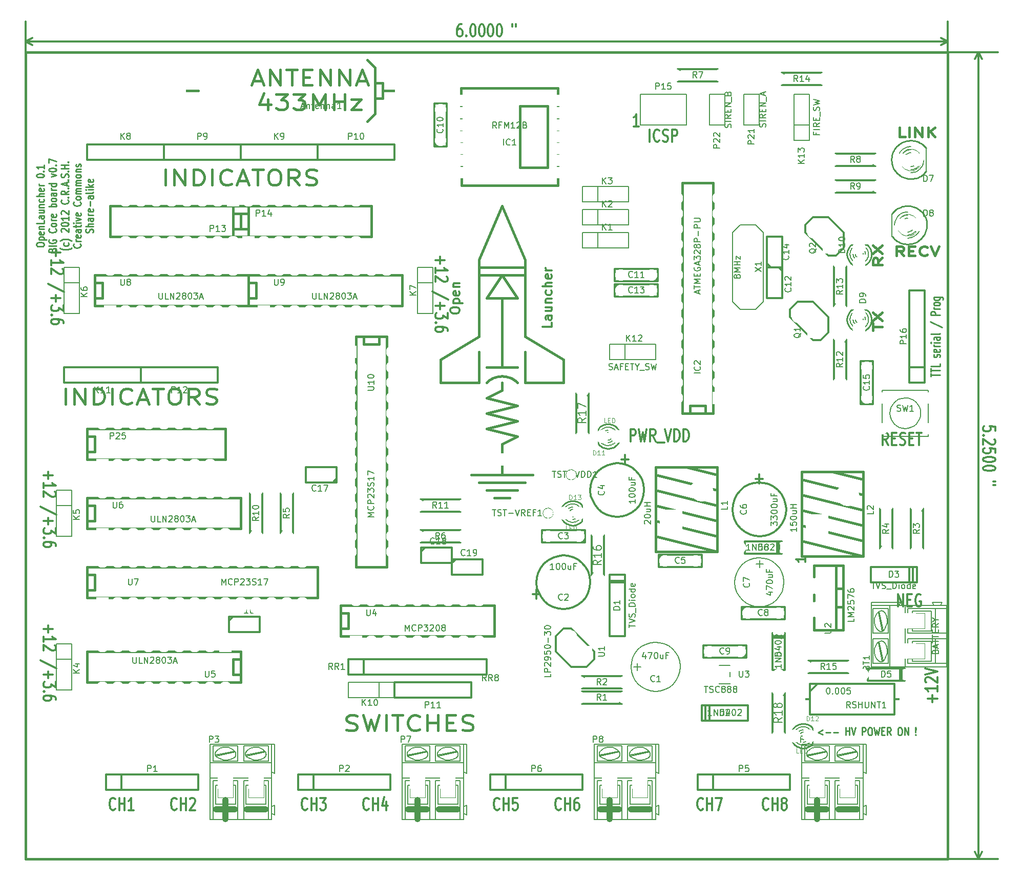
<source format=gto>
G04 (created by PCBNEW-RS274X (2011-05-25)-stable) date Tue 07 Aug 2012 06:20:31 PM MDT*
G01*
G70*
G90*
%MOIN*%
G04 Gerber Fmt 3.4, Leading zero omitted, Abs format*
%FSLAX34Y34*%
G04 APERTURE LIST*
%ADD10C,0.006000*%
%ADD11C,0.012000*%
%ADD12C,0.010000*%
%ADD13C,0.015000*%
%ADD14C,0.040000*%
%ADD15C,0.018000*%
%ADD16C,0.008000*%
%ADD17C,0.003000*%
%ADD18C,0.005000*%
%ADD19C,0.002600*%
%ADD20C,0.000100*%
%ADD21C,0.003500*%
%ADD22C,0.080000*%
%ADD23R,0.140000X0.140000*%
%ADD24C,0.140000*%
%ADD25R,0.080000X0.080000*%
%ADD26C,0.086000*%
%ADD27O,0.110000X0.082000*%
%ADD28R,0.110000X0.082000*%
%ADD29O,0.082000X0.110000*%
%ADD30R,0.082000X0.110000*%
%ADD31C,0.090000*%
%ADD32R,0.090000X0.090000*%
%ADD33R,0.075000X0.075000*%
%ADD34C,0.075000*%
%ADD35R,0.098700X0.075100*%
%ADD36O,0.176000X0.098000*%
%ADD37R,0.085000X0.085000*%
%ADD38C,0.085000*%
%ADD39R,0.050000X0.040000*%
%ADD40O,0.098000X0.176000*%
%ADD41O,0.118400X0.090900*%
%ADD42C,0.320000*%
%ADD43R,0.147600X0.147600*%
%ADD44C,0.147600*%
%ADD45C,0.065000*%
G04 APERTURE END LIST*
G54D10*
G54D11*
X55231Y-25572D02*
X55231Y-26029D01*
X54926Y-25800D02*
X55536Y-25800D01*
X54926Y-26629D02*
X54926Y-26286D01*
X54926Y-26458D02*
X55726Y-26458D01*
X55612Y-26401D01*
X55536Y-26343D01*
X55498Y-26286D01*
X55650Y-26857D02*
X55688Y-26886D01*
X55726Y-26943D01*
X55726Y-27086D01*
X55688Y-27143D01*
X55650Y-27172D01*
X55574Y-27200D01*
X55498Y-27200D01*
X55383Y-27172D01*
X54926Y-26829D01*
X54926Y-27200D01*
X55764Y-28342D02*
X54736Y-27828D01*
X55231Y-28543D02*
X55231Y-29000D01*
X54926Y-28771D02*
X55536Y-28771D01*
X55726Y-29229D02*
X55726Y-29600D01*
X55421Y-29400D01*
X55421Y-29486D01*
X55383Y-29543D01*
X55345Y-29572D01*
X55269Y-29600D01*
X55079Y-29600D01*
X55002Y-29572D01*
X54964Y-29543D01*
X54926Y-29486D01*
X54926Y-29314D01*
X54964Y-29257D01*
X55002Y-29229D01*
X55002Y-29857D02*
X54964Y-29885D01*
X54926Y-29857D01*
X54964Y-29828D01*
X55002Y-29857D01*
X54926Y-29857D01*
X55726Y-30400D02*
X55726Y-30286D01*
X55688Y-30229D01*
X55650Y-30200D01*
X55536Y-30143D01*
X55383Y-30114D01*
X55079Y-30114D01*
X55002Y-30143D01*
X54964Y-30171D01*
X54926Y-30229D01*
X54926Y-30343D01*
X54964Y-30400D01*
X55002Y-30429D01*
X55079Y-30457D01*
X55269Y-30457D01*
X55345Y-30429D01*
X55383Y-30400D01*
X55421Y-30343D01*
X55421Y-30229D01*
X55383Y-30171D01*
X55345Y-30143D01*
X55269Y-30114D01*
X67615Y-37574D02*
X67615Y-36774D01*
X67843Y-36774D01*
X67901Y-36812D01*
X67929Y-36850D01*
X67958Y-36926D01*
X67958Y-37040D01*
X67929Y-37117D01*
X67901Y-37155D01*
X67843Y-37193D01*
X67615Y-37193D01*
X68158Y-36774D02*
X68301Y-37574D01*
X68415Y-37002D01*
X68529Y-37574D01*
X68672Y-36774D01*
X69244Y-37574D02*
X69044Y-37193D01*
X68901Y-37574D02*
X68901Y-36774D01*
X69129Y-36774D01*
X69187Y-36812D01*
X69215Y-36850D01*
X69244Y-36926D01*
X69244Y-37040D01*
X69215Y-37117D01*
X69187Y-37155D01*
X69129Y-37193D01*
X68901Y-37193D01*
X69358Y-37650D02*
X69815Y-37650D01*
X69872Y-36774D02*
X70072Y-37574D01*
X70272Y-36774D01*
X70472Y-37574D02*
X70472Y-36774D01*
X70615Y-36774D01*
X70700Y-36812D01*
X70758Y-36888D01*
X70786Y-36964D01*
X70815Y-37117D01*
X70815Y-37231D01*
X70786Y-37383D01*
X70758Y-37460D01*
X70700Y-37536D01*
X70615Y-37574D01*
X70472Y-37574D01*
X71072Y-37574D02*
X71072Y-36774D01*
X71215Y-36774D01*
X71300Y-36812D01*
X71358Y-36888D01*
X71386Y-36964D01*
X71415Y-37117D01*
X71415Y-37231D01*
X71386Y-37383D01*
X71358Y-37460D01*
X71300Y-37536D01*
X71215Y-37574D01*
X71072Y-37574D01*
G54D12*
X80134Y-56369D02*
X79829Y-56512D01*
X80134Y-56655D01*
X80324Y-56512D02*
X80629Y-56512D01*
X80819Y-56512D02*
X81124Y-56512D01*
X81619Y-56702D02*
X81619Y-56202D01*
X81619Y-56440D02*
X81848Y-56440D01*
X81848Y-56702D02*
X81848Y-56202D01*
X81981Y-56202D02*
X82114Y-56702D01*
X82248Y-56202D01*
X82686Y-56702D02*
X82686Y-56202D01*
X82839Y-56202D01*
X82877Y-56226D01*
X82896Y-56250D01*
X82915Y-56298D01*
X82915Y-56369D01*
X82896Y-56417D01*
X82877Y-56440D01*
X82839Y-56464D01*
X82686Y-56464D01*
X83162Y-56202D02*
X83239Y-56202D01*
X83277Y-56226D01*
X83315Y-56274D01*
X83334Y-56369D01*
X83334Y-56536D01*
X83315Y-56631D01*
X83277Y-56679D01*
X83239Y-56702D01*
X83162Y-56702D01*
X83124Y-56679D01*
X83086Y-56631D01*
X83067Y-56536D01*
X83067Y-56369D01*
X83086Y-56274D01*
X83124Y-56226D01*
X83162Y-56202D01*
X83467Y-56202D02*
X83562Y-56702D01*
X83639Y-56345D01*
X83715Y-56702D01*
X83810Y-56202D01*
X83962Y-56440D02*
X84096Y-56440D01*
X84153Y-56702D02*
X83962Y-56702D01*
X83962Y-56202D01*
X84153Y-56202D01*
X84553Y-56702D02*
X84419Y-56464D01*
X84324Y-56702D02*
X84324Y-56202D01*
X84477Y-56202D01*
X84515Y-56226D01*
X84534Y-56250D01*
X84553Y-56298D01*
X84553Y-56369D01*
X84534Y-56417D01*
X84515Y-56440D01*
X84477Y-56464D01*
X84324Y-56464D01*
X85105Y-56202D02*
X85182Y-56202D01*
X85220Y-56226D01*
X85258Y-56274D01*
X85277Y-56369D01*
X85277Y-56536D01*
X85258Y-56631D01*
X85220Y-56679D01*
X85182Y-56702D01*
X85105Y-56702D01*
X85067Y-56679D01*
X85029Y-56631D01*
X85010Y-56536D01*
X85010Y-56369D01*
X85029Y-56274D01*
X85067Y-56226D01*
X85105Y-56202D01*
X85448Y-56702D02*
X85448Y-56202D01*
X85677Y-56702D01*
X85677Y-56202D01*
X86172Y-56655D02*
X86191Y-56679D01*
X86172Y-56702D01*
X86153Y-56679D01*
X86172Y-56655D01*
X86172Y-56702D01*
X86172Y-56512D02*
X86153Y-56226D01*
X86172Y-56202D01*
X86191Y-56226D01*
X86172Y-56512D01*
X86172Y-56202D01*
G54D11*
X61272Y-47519D02*
X61729Y-47519D01*
X61500Y-47824D02*
X61500Y-47214D01*
X67022Y-38769D02*
X67479Y-38769D01*
X67250Y-39074D02*
X67250Y-38464D01*
X75772Y-40019D02*
X76229Y-40019D01*
X76000Y-40324D02*
X76000Y-39714D01*
X68172Y-17074D02*
X67829Y-17074D01*
X68001Y-17074D02*
X68001Y-16274D01*
X67944Y-16388D01*
X67886Y-16464D01*
X67829Y-16502D01*
X68865Y-18074D02*
X68865Y-17274D01*
X69494Y-17998D02*
X69465Y-18036D01*
X69379Y-18074D01*
X69322Y-18074D01*
X69237Y-18036D01*
X69179Y-17960D01*
X69151Y-17883D01*
X69122Y-17731D01*
X69122Y-17617D01*
X69151Y-17464D01*
X69179Y-17388D01*
X69237Y-17312D01*
X69322Y-17274D01*
X69379Y-17274D01*
X69465Y-17312D01*
X69494Y-17350D01*
X69722Y-18036D02*
X69808Y-18074D01*
X69951Y-18074D01*
X70008Y-18036D01*
X70037Y-17998D01*
X70065Y-17921D01*
X70065Y-17845D01*
X70037Y-17769D01*
X70008Y-17731D01*
X69951Y-17693D01*
X69837Y-17655D01*
X69779Y-17617D01*
X69751Y-17579D01*
X69722Y-17502D01*
X69722Y-17426D01*
X69751Y-17350D01*
X69779Y-17312D01*
X69837Y-17274D01*
X69979Y-17274D01*
X70065Y-17312D01*
X70322Y-18074D02*
X70322Y-17274D01*
X70550Y-17274D01*
X70608Y-17312D01*
X70636Y-17350D01*
X70665Y-17426D01*
X70665Y-17540D01*
X70636Y-17617D01*
X70608Y-17655D01*
X70550Y-17693D01*
X70322Y-17693D01*
X56623Y-10435D02*
X56509Y-10435D01*
X56452Y-10473D01*
X56423Y-10511D01*
X56366Y-10625D01*
X56337Y-10778D01*
X56337Y-11082D01*
X56366Y-11159D01*
X56394Y-11197D01*
X56452Y-11235D01*
X56566Y-11235D01*
X56623Y-11197D01*
X56652Y-11159D01*
X56680Y-11082D01*
X56680Y-10892D01*
X56652Y-10816D01*
X56623Y-10778D01*
X56566Y-10740D01*
X56452Y-10740D01*
X56394Y-10778D01*
X56366Y-10816D01*
X56337Y-10892D01*
X56937Y-11159D02*
X56965Y-11197D01*
X56937Y-11235D01*
X56908Y-11197D01*
X56937Y-11159D01*
X56937Y-11235D01*
X57337Y-10435D02*
X57394Y-10435D01*
X57451Y-10473D01*
X57480Y-10511D01*
X57509Y-10587D01*
X57537Y-10740D01*
X57537Y-10930D01*
X57509Y-11082D01*
X57480Y-11159D01*
X57451Y-11197D01*
X57394Y-11235D01*
X57337Y-11235D01*
X57280Y-11197D01*
X57251Y-11159D01*
X57223Y-11082D01*
X57194Y-10930D01*
X57194Y-10740D01*
X57223Y-10587D01*
X57251Y-10511D01*
X57280Y-10473D01*
X57337Y-10435D01*
X57908Y-10435D02*
X57965Y-10435D01*
X58022Y-10473D01*
X58051Y-10511D01*
X58080Y-10587D01*
X58108Y-10740D01*
X58108Y-10930D01*
X58080Y-11082D01*
X58051Y-11159D01*
X58022Y-11197D01*
X57965Y-11235D01*
X57908Y-11235D01*
X57851Y-11197D01*
X57822Y-11159D01*
X57794Y-11082D01*
X57765Y-10930D01*
X57765Y-10740D01*
X57794Y-10587D01*
X57822Y-10511D01*
X57851Y-10473D01*
X57908Y-10435D01*
X58479Y-10435D02*
X58536Y-10435D01*
X58593Y-10473D01*
X58622Y-10511D01*
X58651Y-10587D01*
X58679Y-10740D01*
X58679Y-10930D01*
X58651Y-11082D01*
X58622Y-11159D01*
X58593Y-11197D01*
X58536Y-11235D01*
X58479Y-11235D01*
X58422Y-11197D01*
X58393Y-11159D01*
X58365Y-11082D01*
X58336Y-10930D01*
X58336Y-10740D01*
X58365Y-10587D01*
X58393Y-10511D01*
X58422Y-10473D01*
X58479Y-10435D01*
X59050Y-10435D02*
X59107Y-10435D01*
X59164Y-10473D01*
X59193Y-10511D01*
X59222Y-10587D01*
X59250Y-10740D01*
X59250Y-10930D01*
X59222Y-11082D01*
X59193Y-11159D01*
X59164Y-11197D01*
X59107Y-11235D01*
X59050Y-11235D01*
X58993Y-11197D01*
X58964Y-11159D01*
X58936Y-11082D01*
X58907Y-10930D01*
X58907Y-10740D01*
X58936Y-10587D01*
X58964Y-10511D01*
X58993Y-10473D01*
X59050Y-10435D01*
X59935Y-10435D02*
X59935Y-10587D01*
X60164Y-10435D02*
X60164Y-10587D01*
X28250Y-11551D02*
X88250Y-11551D01*
X28250Y-12250D02*
X28250Y-10271D01*
X88250Y-12250D02*
X88250Y-10271D01*
X88250Y-11551D02*
X87807Y-11781D01*
X88250Y-11551D02*
X87807Y-11321D01*
X28250Y-11551D02*
X28693Y-11781D01*
X28250Y-11551D02*
X28693Y-11321D01*
X91362Y-36901D02*
X91362Y-36615D01*
X90981Y-36587D01*
X91019Y-36616D01*
X91057Y-36673D01*
X91057Y-36816D01*
X91019Y-36873D01*
X90981Y-36902D01*
X90905Y-36930D01*
X90715Y-36930D01*
X90638Y-36902D01*
X90600Y-36874D01*
X90562Y-36817D01*
X90562Y-36674D01*
X90600Y-36617D01*
X90638Y-36587D01*
X90639Y-37187D02*
X90601Y-37216D01*
X90563Y-37188D01*
X90601Y-37159D01*
X90639Y-37187D01*
X90563Y-37188D01*
X91287Y-37443D02*
X91325Y-37472D01*
X91363Y-37529D01*
X91364Y-37672D01*
X91326Y-37729D01*
X91288Y-37758D01*
X91212Y-37786D01*
X91136Y-37787D01*
X91021Y-37759D01*
X90563Y-37417D01*
X90564Y-37788D01*
X91365Y-38329D02*
X91364Y-38043D01*
X90983Y-38015D01*
X91021Y-38044D01*
X91059Y-38101D01*
X91060Y-38244D01*
X91022Y-38301D01*
X90984Y-38330D01*
X90908Y-38358D01*
X90718Y-38358D01*
X90641Y-38330D01*
X90603Y-38301D01*
X90565Y-38245D01*
X90564Y-38102D01*
X90602Y-38044D01*
X90640Y-38015D01*
X91365Y-38728D02*
X91365Y-38785D01*
X91328Y-38842D01*
X91290Y-38871D01*
X91214Y-38900D01*
X91061Y-38929D01*
X90871Y-38929D01*
X90719Y-38901D01*
X90642Y-38872D01*
X90604Y-38843D01*
X90565Y-38787D01*
X90565Y-38730D01*
X90603Y-38672D01*
X90641Y-38643D01*
X90718Y-38615D01*
X90870Y-38586D01*
X91060Y-38586D01*
X91213Y-38614D01*
X91289Y-38642D01*
X91327Y-38671D01*
X91365Y-38728D01*
X91366Y-39299D02*
X91366Y-39356D01*
X91329Y-39413D01*
X91291Y-39442D01*
X91215Y-39471D01*
X91062Y-39500D01*
X90872Y-39500D01*
X90720Y-39472D01*
X90643Y-39443D01*
X90605Y-39414D01*
X90566Y-39358D01*
X90566Y-39301D01*
X90604Y-39243D01*
X90642Y-39214D01*
X90719Y-39186D01*
X90871Y-39157D01*
X91061Y-39157D01*
X91214Y-39185D01*
X91290Y-39213D01*
X91328Y-39242D01*
X91366Y-39299D01*
X91368Y-40184D02*
X91216Y-40184D01*
X91368Y-40413D02*
X91216Y-40413D01*
X90249Y-12250D02*
X90249Y-64750D01*
X88250Y-12250D02*
X91529Y-12250D01*
X88250Y-64750D02*
X91529Y-64750D01*
X90249Y-64750D02*
X90019Y-64307D01*
X90249Y-64750D02*
X90479Y-64307D01*
X90249Y-12250D02*
X90019Y-12693D01*
X90249Y-12250D02*
X90479Y-12693D01*
G54D13*
X28250Y-64750D02*
X28250Y-62500D01*
X88250Y-64750D02*
X88250Y-62500D01*
G54D14*
X55141Y-61538D02*
X56360Y-61538D01*
X42641Y-61538D02*
X43860Y-61538D01*
X81141Y-61538D02*
X82360Y-61538D01*
X53141Y-61538D02*
X54360Y-61538D01*
X53750Y-62148D02*
X53750Y-60929D01*
X67641Y-61538D02*
X68860Y-61538D01*
X65641Y-61538D02*
X66860Y-61538D01*
X66250Y-62148D02*
X66250Y-60929D01*
X40641Y-61538D02*
X41860Y-61538D01*
X41250Y-62148D02*
X41250Y-60929D01*
X79141Y-61538D02*
X80360Y-61538D01*
X79750Y-62148D02*
X79750Y-60929D01*
G54D13*
X83993Y-25633D02*
X83707Y-25900D01*
X83993Y-26091D02*
X83393Y-26091D01*
X83393Y-25786D01*
X83421Y-25710D01*
X83450Y-25671D01*
X83507Y-25633D01*
X83593Y-25633D01*
X83650Y-25671D01*
X83679Y-25710D01*
X83707Y-25786D01*
X83707Y-26091D01*
X83393Y-25367D02*
X83993Y-24833D01*
X83393Y-24833D02*
X83993Y-25367D01*
X83393Y-30360D02*
X83393Y-29903D01*
X83993Y-30131D02*
X83393Y-30131D01*
X83393Y-29712D02*
X83993Y-29178D01*
X83393Y-29178D02*
X83993Y-29712D01*
G54D11*
X55231Y-25572D02*
X55231Y-26029D01*
X54926Y-25800D02*
X55536Y-25800D01*
X54926Y-26629D02*
X54926Y-26286D01*
X54926Y-26458D02*
X55726Y-26458D01*
X55612Y-26401D01*
X55536Y-26343D01*
X55498Y-26286D01*
X55650Y-26857D02*
X55688Y-26886D01*
X55726Y-26943D01*
X55726Y-27086D01*
X55688Y-27143D01*
X55650Y-27172D01*
X55574Y-27200D01*
X55498Y-27200D01*
X55383Y-27172D01*
X54926Y-26829D01*
X54926Y-27200D01*
X55764Y-28342D02*
X54736Y-27828D01*
X55231Y-28543D02*
X55231Y-29000D01*
X54926Y-28771D02*
X55536Y-28771D01*
X55726Y-29229D02*
X55726Y-29600D01*
X55421Y-29400D01*
X55421Y-29486D01*
X55383Y-29543D01*
X55345Y-29572D01*
X55269Y-29600D01*
X55079Y-29600D01*
X55002Y-29572D01*
X54964Y-29543D01*
X54926Y-29486D01*
X54926Y-29314D01*
X54964Y-29257D01*
X55002Y-29229D01*
X55002Y-29857D02*
X54964Y-29885D01*
X54926Y-29857D01*
X54964Y-29828D01*
X55002Y-29857D01*
X54926Y-29857D01*
X55726Y-30400D02*
X55726Y-30286D01*
X55688Y-30229D01*
X55650Y-30200D01*
X55536Y-30143D01*
X55383Y-30114D01*
X55079Y-30114D01*
X55002Y-30143D01*
X54964Y-30171D01*
X54926Y-30229D01*
X54926Y-30343D01*
X54964Y-30400D01*
X55002Y-30429D01*
X55079Y-30457D01*
X55269Y-30457D01*
X55345Y-30429D01*
X55383Y-30400D01*
X55421Y-30343D01*
X55421Y-30229D01*
X55383Y-30171D01*
X55345Y-30143D01*
X55269Y-30114D01*
X29731Y-49572D02*
X29731Y-50029D01*
X29426Y-49800D02*
X30036Y-49800D01*
X29426Y-50629D02*
X29426Y-50286D01*
X29426Y-50458D02*
X30226Y-50458D01*
X30112Y-50401D01*
X30036Y-50343D01*
X29998Y-50286D01*
X30150Y-50857D02*
X30188Y-50886D01*
X30226Y-50943D01*
X30226Y-51086D01*
X30188Y-51143D01*
X30150Y-51172D01*
X30074Y-51200D01*
X29998Y-51200D01*
X29883Y-51172D01*
X29426Y-50829D01*
X29426Y-51200D01*
X30264Y-52342D02*
X29236Y-51828D01*
X29731Y-52543D02*
X29731Y-53000D01*
X29426Y-52771D02*
X30036Y-52771D01*
X30226Y-53229D02*
X30226Y-53600D01*
X29921Y-53400D01*
X29921Y-53486D01*
X29883Y-53543D01*
X29845Y-53572D01*
X29769Y-53600D01*
X29579Y-53600D01*
X29502Y-53572D01*
X29464Y-53543D01*
X29426Y-53486D01*
X29426Y-53314D01*
X29464Y-53257D01*
X29502Y-53229D01*
X29502Y-53857D02*
X29464Y-53885D01*
X29426Y-53857D01*
X29464Y-53828D01*
X29502Y-53857D01*
X29426Y-53857D01*
X30226Y-54400D02*
X30226Y-54286D01*
X30188Y-54229D01*
X30150Y-54200D01*
X30036Y-54143D01*
X29883Y-54114D01*
X29579Y-54114D01*
X29502Y-54143D01*
X29464Y-54171D01*
X29426Y-54229D01*
X29426Y-54343D01*
X29464Y-54400D01*
X29502Y-54429D01*
X29579Y-54457D01*
X29769Y-54457D01*
X29845Y-54429D01*
X29883Y-54400D01*
X29921Y-54343D01*
X29921Y-54229D01*
X29883Y-54171D01*
X29845Y-54143D01*
X29769Y-54114D01*
X29731Y-39572D02*
X29731Y-40029D01*
X29426Y-39800D02*
X30036Y-39800D01*
X29426Y-40629D02*
X29426Y-40286D01*
X29426Y-40458D02*
X30226Y-40458D01*
X30112Y-40401D01*
X30036Y-40343D01*
X29998Y-40286D01*
X30150Y-40857D02*
X30188Y-40886D01*
X30226Y-40943D01*
X30226Y-41086D01*
X30188Y-41143D01*
X30150Y-41172D01*
X30074Y-41200D01*
X29998Y-41200D01*
X29883Y-41172D01*
X29426Y-40829D01*
X29426Y-41200D01*
X30264Y-42342D02*
X29236Y-41828D01*
X29731Y-42543D02*
X29731Y-43000D01*
X29426Y-42771D02*
X30036Y-42771D01*
X30226Y-43229D02*
X30226Y-43600D01*
X29921Y-43400D01*
X29921Y-43486D01*
X29883Y-43543D01*
X29845Y-43572D01*
X29769Y-43600D01*
X29579Y-43600D01*
X29502Y-43572D01*
X29464Y-43543D01*
X29426Y-43486D01*
X29426Y-43314D01*
X29464Y-43257D01*
X29502Y-43229D01*
X29502Y-43857D02*
X29464Y-43885D01*
X29426Y-43857D01*
X29464Y-43828D01*
X29502Y-43857D01*
X29426Y-43857D01*
X30226Y-44400D02*
X30226Y-44286D01*
X30188Y-44229D01*
X30150Y-44200D01*
X30036Y-44143D01*
X29883Y-44114D01*
X29579Y-44114D01*
X29502Y-44143D01*
X29464Y-44171D01*
X29426Y-44229D01*
X29426Y-44343D01*
X29464Y-44400D01*
X29502Y-44429D01*
X29579Y-44457D01*
X29769Y-44457D01*
X29845Y-44429D01*
X29883Y-44400D01*
X29921Y-44343D01*
X29921Y-44229D01*
X29883Y-44171D01*
X29845Y-44143D01*
X29769Y-44114D01*
X30231Y-25072D02*
X30231Y-25529D01*
X29926Y-25300D02*
X30536Y-25300D01*
X29926Y-26129D02*
X29926Y-25786D01*
X29926Y-25958D02*
X30726Y-25958D01*
X30612Y-25901D01*
X30536Y-25843D01*
X30498Y-25786D01*
X30650Y-26357D02*
X30688Y-26386D01*
X30726Y-26443D01*
X30726Y-26586D01*
X30688Y-26643D01*
X30650Y-26672D01*
X30574Y-26700D01*
X30498Y-26700D01*
X30383Y-26672D01*
X29926Y-26329D01*
X29926Y-26700D01*
X30764Y-27842D02*
X29736Y-27328D01*
X30231Y-28043D02*
X30231Y-28500D01*
X29926Y-28271D02*
X30536Y-28271D01*
X30726Y-28729D02*
X30726Y-29100D01*
X30421Y-28900D01*
X30421Y-28986D01*
X30383Y-29043D01*
X30345Y-29072D01*
X30269Y-29100D01*
X30079Y-29100D01*
X30002Y-29072D01*
X29964Y-29043D01*
X29926Y-28986D01*
X29926Y-28814D01*
X29964Y-28757D01*
X30002Y-28729D01*
X30002Y-29357D02*
X29964Y-29385D01*
X29926Y-29357D01*
X29964Y-29328D01*
X30002Y-29357D01*
X29926Y-29357D01*
X30726Y-29900D02*
X30726Y-29786D01*
X30688Y-29729D01*
X30650Y-29700D01*
X30536Y-29643D01*
X30383Y-29614D01*
X30079Y-29614D01*
X30002Y-29643D01*
X29964Y-29671D01*
X29926Y-29729D01*
X29926Y-29843D01*
X29964Y-29900D01*
X30002Y-29929D01*
X30079Y-29957D01*
X30269Y-29957D01*
X30345Y-29929D01*
X30383Y-29900D01*
X30421Y-29843D01*
X30421Y-29729D01*
X30383Y-29671D01*
X30345Y-29643D01*
X30269Y-29614D01*
G54D15*
X30865Y-35155D02*
X30865Y-34155D01*
X31436Y-35155D02*
X31436Y-34155D01*
X32121Y-35155D01*
X32121Y-34155D01*
X32693Y-35155D02*
X32693Y-34155D01*
X32978Y-34155D01*
X33150Y-34202D01*
X33264Y-34298D01*
X33321Y-34393D01*
X33378Y-34583D01*
X33378Y-34726D01*
X33321Y-34917D01*
X33264Y-35012D01*
X33150Y-35107D01*
X32978Y-35155D01*
X32693Y-35155D01*
X33893Y-35155D02*
X33893Y-34155D01*
X35149Y-35060D02*
X35092Y-35107D01*
X34921Y-35155D01*
X34807Y-35155D01*
X34635Y-35107D01*
X34521Y-35012D01*
X34464Y-34917D01*
X34407Y-34726D01*
X34407Y-34583D01*
X34464Y-34393D01*
X34521Y-34298D01*
X34635Y-34202D01*
X34807Y-34155D01*
X34921Y-34155D01*
X35092Y-34202D01*
X35149Y-34250D01*
X35607Y-34869D02*
X36178Y-34869D01*
X35492Y-35155D02*
X35892Y-34155D01*
X36292Y-35155D01*
X36521Y-34155D02*
X37207Y-34155D01*
X36864Y-35155D02*
X36864Y-34155D01*
X37835Y-34155D02*
X38064Y-34155D01*
X38178Y-34202D01*
X38292Y-34298D01*
X38350Y-34488D01*
X38350Y-34821D01*
X38292Y-35012D01*
X38178Y-35107D01*
X38064Y-35155D01*
X37835Y-35155D01*
X37721Y-35107D01*
X37607Y-35012D01*
X37550Y-34821D01*
X37550Y-34488D01*
X37607Y-34298D01*
X37721Y-34202D01*
X37835Y-34155D01*
X39549Y-35155D02*
X39149Y-34679D01*
X38864Y-35155D02*
X38864Y-34155D01*
X39321Y-34155D01*
X39435Y-34202D01*
X39492Y-34250D01*
X39549Y-34345D01*
X39549Y-34488D01*
X39492Y-34583D01*
X39435Y-34631D01*
X39321Y-34679D01*
X38864Y-34679D01*
X40007Y-35107D02*
X40178Y-35155D01*
X40464Y-35155D01*
X40578Y-35107D01*
X40635Y-35060D01*
X40692Y-34964D01*
X40692Y-34869D01*
X40635Y-34774D01*
X40578Y-34726D01*
X40464Y-34679D01*
X40235Y-34631D01*
X40121Y-34583D01*
X40064Y-34536D01*
X40007Y-34440D01*
X40007Y-34345D01*
X40064Y-34250D01*
X40121Y-34202D01*
X40235Y-34155D01*
X40521Y-34155D01*
X40692Y-34202D01*
G54D11*
X85007Y-48324D02*
X85007Y-47524D01*
X85350Y-48324D01*
X85350Y-47524D01*
X85636Y-47905D02*
X85836Y-47905D01*
X85922Y-48324D02*
X85636Y-48324D01*
X85636Y-47524D01*
X85922Y-47524D01*
X86493Y-47562D02*
X86436Y-47524D01*
X86350Y-47524D01*
X86265Y-47562D01*
X86207Y-47638D01*
X86179Y-47714D01*
X86150Y-47867D01*
X86150Y-47981D01*
X86179Y-48133D01*
X86207Y-48210D01*
X86265Y-48286D01*
X86350Y-48324D01*
X86407Y-48324D01*
X86493Y-48286D01*
X86522Y-48248D01*
X86522Y-47981D01*
X86407Y-47981D01*
X87269Y-54556D02*
X87269Y-54099D01*
X87574Y-54328D02*
X86964Y-54328D01*
X87574Y-53499D02*
X87574Y-53842D01*
X87574Y-53670D02*
X86774Y-53670D01*
X86888Y-53727D01*
X86964Y-53785D01*
X87002Y-53842D01*
X86850Y-53271D02*
X86812Y-53242D01*
X86774Y-53185D01*
X86774Y-53042D01*
X86812Y-52985D01*
X86850Y-52956D01*
X86926Y-52928D01*
X87002Y-52928D01*
X87117Y-52956D01*
X87574Y-53299D01*
X87574Y-52928D01*
X86774Y-52757D02*
X87574Y-52557D01*
X86774Y-52357D01*
G54D13*
X88250Y-61250D02*
X88250Y-62500D01*
X28250Y-62500D02*
X28250Y-60750D01*
G54D11*
X76586Y-61498D02*
X76557Y-61536D01*
X76471Y-61574D01*
X76414Y-61574D01*
X76329Y-61536D01*
X76271Y-61460D01*
X76243Y-61383D01*
X76214Y-61231D01*
X76214Y-61117D01*
X76243Y-60964D01*
X76271Y-60888D01*
X76329Y-60812D01*
X76414Y-60774D01*
X76471Y-60774D01*
X76557Y-60812D01*
X76586Y-60850D01*
X76843Y-61574D02*
X76843Y-60774D01*
X76843Y-61155D02*
X77186Y-61155D01*
X77186Y-61574D02*
X77186Y-60774D01*
X77558Y-61117D02*
X77500Y-61079D01*
X77472Y-61040D01*
X77443Y-60964D01*
X77443Y-60926D01*
X77472Y-60850D01*
X77500Y-60812D01*
X77558Y-60774D01*
X77672Y-60774D01*
X77729Y-60812D01*
X77758Y-60850D01*
X77786Y-60926D01*
X77786Y-60964D01*
X77758Y-61040D01*
X77729Y-61079D01*
X77672Y-61117D01*
X77558Y-61117D01*
X77500Y-61155D01*
X77472Y-61193D01*
X77443Y-61269D01*
X77443Y-61421D01*
X77472Y-61498D01*
X77500Y-61536D01*
X77558Y-61574D01*
X77672Y-61574D01*
X77729Y-61536D01*
X77758Y-61498D01*
X77786Y-61421D01*
X77786Y-61269D01*
X77758Y-61193D01*
X77729Y-61155D01*
X77672Y-61117D01*
X72336Y-61498D02*
X72307Y-61536D01*
X72221Y-61574D01*
X72164Y-61574D01*
X72079Y-61536D01*
X72021Y-61460D01*
X71993Y-61383D01*
X71964Y-61231D01*
X71964Y-61117D01*
X71993Y-60964D01*
X72021Y-60888D01*
X72079Y-60812D01*
X72164Y-60774D01*
X72221Y-60774D01*
X72307Y-60812D01*
X72336Y-60850D01*
X72593Y-61574D02*
X72593Y-60774D01*
X72593Y-61155D02*
X72936Y-61155D01*
X72936Y-61574D02*
X72936Y-60774D01*
X73165Y-60774D02*
X73565Y-60774D01*
X73308Y-61574D01*
X63086Y-61498D02*
X63057Y-61536D01*
X62971Y-61574D01*
X62914Y-61574D01*
X62829Y-61536D01*
X62771Y-61460D01*
X62743Y-61383D01*
X62714Y-61231D01*
X62714Y-61117D01*
X62743Y-60964D01*
X62771Y-60888D01*
X62829Y-60812D01*
X62914Y-60774D01*
X62971Y-60774D01*
X63057Y-60812D01*
X63086Y-60850D01*
X63343Y-61574D02*
X63343Y-60774D01*
X63343Y-61155D02*
X63686Y-61155D01*
X63686Y-61574D02*
X63686Y-60774D01*
X64229Y-60774D02*
X64115Y-60774D01*
X64058Y-60812D01*
X64029Y-60850D01*
X63972Y-60964D01*
X63943Y-61117D01*
X63943Y-61421D01*
X63972Y-61498D01*
X64000Y-61536D01*
X64058Y-61574D01*
X64172Y-61574D01*
X64229Y-61536D01*
X64258Y-61498D01*
X64286Y-61421D01*
X64286Y-61231D01*
X64258Y-61155D01*
X64229Y-61117D01*
X64172Y-61079D01*
X64058Y-61079D01*
X64000Y-61117D01*
X63972Y-61155D01*
X63943Y-61231D01*
X59086Y-61498D02*
X59057Y-61536D01*
X58971Y-61574D01*
X58914Y-61574D01*
X58829Y-61536D01*
X58771Y-61460D01*
X58743Y-61383D01*
X58714Y-61231D01*
X58714Y-61117D01*
X58743Y-60964D01*
X58771Y-60888D01*
X58829Y-60812D01*
X58914Y-60774D01*
X58971Y-60774D01*
X59057Y-60812D01*
X59086Y-60850D01*
X59343Y-61574D02*
X59343Y-60774D01*
X59343Y-61155D02*
X59686Y-61155D01*
X59686Y-61574D02*
X59686Y-60774D01*
X60258Y-60774D02*
X59972Y-60774D01*
X59943Y-61155D01*
X59972Y-61117D01*
X60029Y-61079D01*
X60172Y-61079D01*
X60229Y-61117D01*
X60258Y-61155D01*
X60286Y-61231D01*
X60286Y-61421D01*
X60258Y-61498D01*
X60229Y-61536D01*
X60172Y-61574D01*
X60029Y-61574D01*
X59972Y-61536D01*
X59943Y-61498D01*
X50586Y-61498D02*
X50557Y-61536D01*
X50471Y-61574D01*
X50414Y-61574D01*
X50329Y-61536D01*
X50271Y-61460D01*
X50243Y-61383D01*
X50214Y-61231D01*
X50214Y-61117D01*
X50243Y-60964D01*
X50271Y-60888D01*
X50329Y-60812D01*
X50414Y-60774D01*
X50471Y-60774D01*
X50557Y-60812D01*
X50586Y-60850D01*
X50843Y-61574D02*
X50843Y-60774D01*
X50843Y-61155D02*
X51186Y-61155D01*
X51186Y-61574D02*
X51186Y-60774D01*
X51729Y-61040D02*
X51729Y-61574D01*
X51586Y-60736D02*
X51443Y-61307D01*
X51815Y-61307D01*
X46586Y-61498D02*
X46557Y-61536D01*
X46471Y-61574D01*
X46414Y-61574D01*
X46329Y-61536D01*
X46271Y-61460D01*
X46243Y-61383D01*
X46214Y-61231D01*
X46214Y-61117D01*
X46243Y-60964D01*
X46271Y-60888D01*
X46329Y-60812D01*
X46414Y-60774D01*
X46471Y-60774D01*
X46557Y-60812D01*
X46586Y-60850D01*
X46843Y-61574D02*
X46843Y-60774D01*
X46843Y-61155D02*
X47186Y-61155D01*
X47186Y-61574D02*
X47186Y-60774D01*
X47415Y-60774D02*
X47786Y-60774D01*
X47586Y-61079D01*
X47672Y-61079D01*
X47729Y-61117D01*
X47758Y-61155D01*
X47786Y-61231D01*
X47786Y-61421D01*
X47758Y-61498D01*
X47729Y-61536D01*
X47672Y-61574D01*
X47500Y-61574D01*
X47443Y-61536D01*
X47415Y-61498D01*
X38086Y-61498D02*
X38057Y-61536D01*
X37971Y-61574D01*
X37914Y-61574D01*
X37829Y-61536D01*
X37771Y-61460D01*
X37743Y-61383D01*
X37714Y-61231D01*
X37714Y-61117D01*
X37743Y-60964D01*
X37771Y-60888D01*
X37829Y-60812D01*
X37914Y-60774D01*
X37971Y-60774D01*
X38057Y-60812D01*
X38086Y-60850D01*
X38343Y-61574D02*
X38343Y-60774D01*
X38343Y-61155D02*
X38686Y-61155D01*
X38686Y-61574D02*
X38686Y-60774D01*
X38943Y-60850D02*
X38972Y-60812D01*
X39029Y-60774D01*
X39172Y-60774D01*
X39229Y-60812D01*
X39258Y-60850D01*
X39286Y-60926D01*
X39286Y-61002D01*
X39258Y-61117D01*
X38915Y-61574D01*
X39286Y-61574D01*
X34086Y-61498D02*
X34057Y-61536D01*
X33971Y-61574D01*
X33914Y-61574D01*
X33829Y-61536D01*
X33771Y-61460D01*
X33743Y-61383D01*
X33714Y-61231D01*
X33714Y-61117D01*
X33743Y-60964D01*
X33771Y-60888D01*
X33829Y-60812D01*
X33914Y-60774D01*
X33971Y-60774D01*
X34057Y-60812D01*
X34086Y-60850D01*
X34343Y-61574D02*
X34343Y-60774D01*
X34343Y-61155D02*
X34686Y-61155D01*
X34686Y-61574D02*
X34686Y-60774D01*
X35286Y-61574D02*
X34943Y-61574D01*
X35115Y-61574D02*
X35115Y-60774D01*
X35058Y-60888D01*
X35000Y-60964D01*
X34943Y-61002D01*
G54D12*
X87143Y-33370D02*
X87143Y-33141D01*
X87743Y-33256D02*
X87143Y-33256D01*
X87143Y-33065D02*
X87143Y-32836D01*
X87743Y-32951D02*
X87143Y-32951D01*
X87743Y-32512D02*
X87743Y-32703D01*
X87143Y-32703D01*
X87714Y-32093D02*
X87743Y-32055D01*
X87743Y-31979D01*
X87714Y-31940D01*
X87657Y-31921D01*
X87629Y-31921D01*
X87571Y-31940D01*
X87543Y-31979D01*
X87543Y-32036D01*
X87514Y-32074D01*
X87457Y-32093D01*
X87429Y-32093D01*
X87371Y-32074D01*
X87343Y-32036D01*
X87343Y-31979D01*
X87371Y-31940D01*
X87714Y-31597D02*
X87743Y-31635D01*
X87743Y-31712D01*
X87714Y-31750D01*
X87657Y-31769D01*
X87429Y-31769D01*
X87371Y-31750D01*
X87343Y-31712D01*
X87343Y-31635D01*
X87371Y-31597D01*
X87429Y-31578D01*
X87486Y-31578D01*
X87543Y-31769D01*
X87743Y-31407D02*
X87343Y-31407D01*
X87457Y-31407D02*
X87400Y-31388D01*
X87371Y-31369D01*
X87343Y-31331D01*
X87343Y-31292D01*
X87743Y-31159D02*
X87343Y-31159D01*
X87143Y-31159D02*
X87171Y-31178D01*
X87200Y-31159D01*
X87171Y-31140D01*
X87143Y-31159D01*
X87200Y-31159D01*
X87743Y-30797D02*
X87429Y-30797D01*
X87371Y-30816D01*
X87343Y-30854D01*
X87343Y-30931D01*
X87371Y-30969D01*
X87714Y-30797D02*
X87743Y-30835D01*
X87743Y-30931D01*
X87714Y-30969D01*
X87657Y-30988D01*
X87600Y-30988D01*
X87543Y-30969D01*
X87514Y-30931D01*
X87514Y-30835D01*
X87486Y-30797D01*
X87743Y-30550D02*
X87714Y-30588D01*
X87657Y-30607D01*
X87143Y-30607D01*
X87114Y-29806D02*
X87886Y-30149D01*
X87743Y-29368D02*
X87143Y-29368D01*
X87143Y-29215D01*
X87171Y-29177D01*
X87200Y-29158D01*
X87257Y-29139D01*
X87343Y-29139D01*
X87400Y-29158D01*
X87429Y-29177D01*
X87457Y-29215D01*
X87457Y-29368D01*
X87743Y-28968D02*
X87343Y-28968D01*
X87457Y-28968D02*
X87400Y-28949D01*
X87371Y-28930D01*
X87343Y-28892D01*
X87343Y-28853D01*
X87743Y-28663D02*
X87714Y-28701D01*
X87686Y-28720D01*
X87629Y-28739D01*
X87457Y-28739D01*
X87400Y-28720D01*
X87371Y-28701D01*
X87343Y-28663D01*
X87343Y-28605D01*
X87371Y-28567D01*
X87400Y-28548D01*
X87457Y-28529D01*
X87629Y-28529D01*
X87686Y-28548D01*
X87714Y-28567D01*
X87743Y-28605D01*
X87743Y-28663D01*
X87343Y-28186D02*
X87829Y-28186D01*
X87886Y-28205D01*
X87914Y-28224D01*
X87943Y-28263D01*
X87943Y-28320D01*
X87914Y-28358D01*
X87714Y-28186D02*
X87743Y-28224D01*
X87743Y-28301D01*
X87714Y-28339D01*
X87686Y-28358D01*
X87629Y-28377D01*
X87457Y-28377D01*
X87400Y-28358D01*
X87371Y-28339D01*
X87343Y-28301D01*
X87343Y-28224D01*
X87371Y-28186D01*
G54D11*
X84379Y-37824D02*
X84179Y-37443D01*
X84036Y-37824D02*
X84036Y-37024D01*
X84264Y-37024D01*
X84322Y-37062D01*
X84350Y-37100D01*
X84379Y-37176D01*
X84379Y-37290D01*
X84350Y-37367D01*
X84322Y-37405D01*
X84264Y-37443D01*
X84036Y-37443D01*
X84636Y-37405D02*
X84836Y-37405D01*
X84922Y-37824D02*
X84636Y-37824D01*
X84636Y-37024D01*
X84922Y-37024D01*
X85150Y-37786D02*
X85236Y-37824D01*
X85379Y-37824D01*
X85436Y-37786D01*
X85465Y-37748D01*
X85493Y-37671D01*
X85493Y-37595D01*
X85465Y-37519D01*
X85436Y-37481D01*
X85379Y-37443D01*
X85265Y-37405D01*
X85207Y-37367D01*
X85179Y-37329D01*
X85150Y-37252D01*
X85150Y-37176D01*
X85179Y-37100D01*
X85207Y-37062D01*
X85265Y-37024D01*
X85407Y-37024D01*
X85493Y-37062D01*
X85750Y-37405D02*
X85950Y-37405D01*
X86036Y-37824D02*
X85750Y-37824D01*
X85750Y-37024D01*
X86036Y-37024D01*
X86207Y-37024D02*
X86550Y-37024D01*
X86379Y-37824D02*
X86379Y-37024D01*
G54D13*
X85393Y-25493D02*
X85126Y-25207D01*
X84935Y-25493D02*
X84935Y-24893D01*
X85240Y-24893D01*
X85316Y-24921D01*
X85355Y-24950D01*
X85393Y-25007D01*
X85393Y-25093D01*
X85355Y-25150D01*
X85316Y-25179D01*
X85240Y-25207D01*
X84935Y-25207D01*
X85735Y-25179D02*
X86002Y-25179D01*
X86116Y-25493D02*
X85735Y-25493D01*
X85735Y-24893D01*
X86116Y-24893D01*
X86917Y-25436D02*
X86879Y-25464D01*
X86764Y-25493D01*
X86688Y-25493D01*
X86574Y-25464D01*
X86498Y-25407D01*
X86459Y-25350D01*
X86421Y-25236D01*
X86421Y-25150D01*
X86459Y-25036D01*
X86498Y-24979D01*
X86574Y-24921D01*
X86688Y-24893D01*
X86764Y-24893D01*
X86879Y-24921D01*
X86917Y-24950D01*
X87145Y-24893D02*
X87412Y-25493D01*
X87679Y-24893D01*
X85488Y-17743D02*
X85107Y-17743D01*
X85107Y-17143D01*
X85755Y-17743D02*
X85755Y-17143D01*
X86136Y-17743D02*
X86136Y-17143D01*
X86594Y-17743D01*
X86594Y-17143D01*
X86974Y-17743D02*
X86974Y-17143D01*
X87432Y-17743D02*
X87089Y-17400D01*
X87432Y-17143D02*
X86974Y-17486D01*
G54D15*
X43065Y-14119D02*
X43636Y-14119D01*
X42950Y-14405D02*
X43350Y-13405D01*
X43750Y-14405D01*
X44151Y-14405D02*
X44151Y-13405D01*
X44836Y-14405D01*
X44836Y-13405D01*
X45236Y-13405D02*
X45922Y-13405D01*
X45579Y-14405D02*
X45579Y-13405D01*
X46322Y-13881D02*
X46722Y-13881D01*
X46893Y-14405D02*
X46322Y-14405D01*
X46322Y-13405D01*
X46893Y-13405D01*
X47408Y-14405D02*
X47408Y-13405D01*
X48093Y-14405D01*
X48093Y-13405D01*
X48665Y-14405D02*
X48665Y-13405D01*
X49350Y-14405D01*
X49350Y-13405D01*
X49865Y-14119D02*
X50436Y-14119D01*
X49750Y-14405D02*
X50150Y-13405D01*
X50550Y-14405D01*
X44036Y-15318D02*
X44036Y-15985D01*
X43750Y-14937D02*
X43465Y-15651D01*
X44207Y-15651D01*
X44550Y-14985D02*
X45293Y-14985D01*
X44893Y-15366D01*
X45065Y-15366D01*
X45179Y-15413D01*
X45236Y-15461D01*
X45293Y-15556D01*
X45293Y-15794D01*
X45236Y-15890D01*
X45179Y-15937D01*
X45065Y-15985D01*
X44722Y-15985D01*
X44608Y-15937D01*
X44550Y-15890D01*
X45693Y-14985D02*
X46436Y-14985D01*
X46036Y-15366D01*
X46208Y-15366D01*
X46322Y-15413D01*
X46379Y-15461D01*
X46436Y-15556D01*
X46436Y-15794D01*
X46379Y-15890D01*
X46322Y-15937D01*
X46208Y-15985D01*
X45865Y-15985D01*
X45751Y-15937D01*
X45693Y-15890D01*
X46951Y-15985D02*
X46951Y-14985D01*
X47351Y-15699D01*
X47751Y-14985D01*
X47751Y-15985D01*
X48322Y-15985D02*
X48322Y-14985D01*
X48322Y-15461D02*
X49007Y-15461D01*
X49007Y-15985D02*
X49007Y-14985D01*
X49464Y-15318D02*
X50093Y-15318D01*
X49464Y-15985D01*
X50093Y-15985D01*
X37365Y-20905D02*
X37365Y-19905D01*
X37936Y-20905D02*
X37936Y-19905D01*
X38621Y-20905D01*
X38621Y-19905D01*
X39193Y-20905D02*
X39193Y-19905D01*
X39478Y-19905D01*
X39650Y-19952D01*
X39764Y-20048D01*
X39821Y-20143D01*
X39878Y-20333D01*
X39878Y-20476D01*
X39821Y-20667D01*
X39764Y-20762D01*
X39650Y-20857D01*
X39478Y-20905D01*
X39193Y-20905D01*
X40393Y-20905D02*
X40393Y-19905D01*
X41649Y-20810D02*
X41592Y-20857D01*
X41421Y-20905D01*
X41307Y-20905D01*
X41135Y-20857D01*
X41021Y-20762D01*
X40964Y-20667D01*
X40907Y-20476D01*
X40907Y-20333D01*
X40964Y-20143D01*
X41021Y-20048D01*
X41135Y-19952D01*
X41307Y-19905D01*
X41421Y-19905D01*
X41592Y-19952D01*
X41649Y-20000D01*
X42107Y-20619D02*
X42678Y-20619D01*
X41992Y-20905D02*
X42392Y-19905D01*
X42792Y-20905D01*
X43021Y-19905D02*
X43707Y-19905D01*
X43364Y-20905D02*
X43364Y-19905D01*
X44335Y-19905D02*
X44564Y-19905D01*
X44678Y-19952D01*
X44792Y-20048D01*
X44850Y-20238D01*
X44850Y-20571D01*
X44792Y-20762D01*
X44678Y-20857D01*
X44564Y-20905D01*
X44335Y-20905D01*
X44221Y-20857D01*
X44107Y-20762D01*
X44050Y-20571D01*
X44050Y-20238D01*
X44107Y-20048D01*
X44221Y-19952D01*
X44335Y-19905D01*
X46049Y-20905D02*
X45649Y-20429D01*
X45364Y-20905D02*
X45364Y-19905D01*
X45821Y-19905D01*
X45935Y-19952D01*
X45992Y-20000D01*
X46049Y-20095D01*
X46049Y-20238D01*
X45992Y-20333D01*
X45935Y-20381D01*
X45821Y-20429D01*
X45364Y-20429D01*
X46507Y-20857D02*
X46678Y-20905D01*
X46964Y-20905D01*
X47078Y-20857D01*
X47135Y-20810D01*
X47192Y-20714D01*
X47192Y-20619D01*
X47135Y-20524D01*
X47078Y-20476D01*
X46964Y-20429D01*
X46735Y-20381D01*
X46621Y-20333D01*
X46564Y-20286D01*
X46507Y-20190D01*
X46507Y-20095D01*
X46564Y-20000D01*
X46621Y-19952D01*
X46735Y-19905D01*
X47021Y-19905D01*
X47192Y-19952D01*
X49137Y-56357D02*
X49308Y-56405D01*
X49594Y-56405D01*
X49708Y-56357D01*
X49765Y-56310D01*
X49822Y-56214D01*
X49822Y-56119D01*
X49765Y-56024D01*
X49708Y-55976D01*
X49594Y-55929D01*
X49365Y-55881D01*
X49251Y-55833D01*
X49194Y-55786D01*
X49137Y-55690D01*
X49137Y-55595D01*
X49194Y-55500D01*
X49251Y-55452D01*
X49365Y-55405D01*
X49651Y-55405D01*
X49822Y-55452D01*
X50222Y-55405D02*
X50508Y-56405D01*
X50737Y-55690D01*
X50965Y-56405D01*
X51251Y-55405D01*
X51708Y-56405D02*
X51708Y-55405D01*
X52107Y-55405D02*
X52793Y-55405D01*
X52450Y-56405D02*
X52450Y-55405D01*
X53878Y-56310D02*
X53821Y-56357D01*
X53650Y-56405D01*
X53536Y-56405D01*
X53364Y-56357D01*
X53250Y-56262D01*
X53193Y-56167D01*
X53136Y-55976D01*
X53136Y-55833D01*
X53193Y-55643D01*
X53250Y-55548D01*
X53364Y-55452D01*
X53536Y-55405D01*
X53650Y-55405D01*
X53821Y-55452D01*
X53878Y-55500D01*
X54393Y-56405D02*
X54393Y-55405D01*
X54393Y-55881D02*
X55078Y-55881D01*
X55078Y-56405D02*
X55078Y-55405D01*
X55650Y-55881D02*
X56050Y-55881D01*
X56221Y-56405D02*
X55650Y-56405D01*
X55650Y-55405D01*
X56221Y-55405D01*
X56679Y-56357D02*
X56850Y-56405D01*
X57136Y-56405D01*
X57250Y-56357D01*
X57307Y-56310D01*
X57364Y-56214D01*
X57364Y-56119D01*
X57307Y-56024D01*
X57250Y-55976D01*
X57136Y-55929D01*
X56907Y-55881D01*
X56793Y-55833D01*
X56736Y-55786D01*
X56679Y-55690D01*
X56679Y-55595D01*
X56736Y-55500D01*
X56793Y-55452D01*
X56907Y-55405D01*
X57193Y-55405D01*
X57364Y-55452D01*
G54D12*
X28952Y-24803D02*
X28952Y-24726D01*
X28976Y-24688D01*
X29024Y-24650D01*
X29119Y-24631D01*
X29286Y-24631D01*
X29381Y-24650D01*
X29429Y-24688D01*
X29452Y-24726D01*
X29452Y-24803D01*
X29429Y-24841D01*
X29381Y-24879D01*
X29286Y-24898D01*
X29119Y-24898D01*
X29024Y-24879D01*
X28976Y-24841D01*
X28952Y-24803D01*
X29119Y-24460D02*
X29619Y-24460D01*
X29143Y-24460D02*
X29119Y-24422D01*
X29119Y-24345D01*
X29143Y-24307D01*
X29167Y-24288D01*
X29214Y-24269D01*
X29357Y-24269D01*
X29405Y-24288D01*
X29429Y-24307D01*
X29452Y-24345D01*
X29452Y-24422D01*
X29429Y-24460D01*
X29429Y-23945D02*
X29452Y-23983D01*
X29452Y-24060D01*
X29429Y-24098D01*
X29381Y-24117D01*
X29190Y-24117D01*
X29143Y-24098D01*
X29119Y-24060D01*
X29119Y-23983D01*
X29143Y-23945D01*
X29190Y-23926D01*
X29238Y-23926D01*
X29286Y-24117D01*
X29119Y-23755D02*
X29452Y-23755D01*
X29167Y-23755D02*
X29143Y-23736D01*
X29119Y-23698D01*
X29119Y-23640D01*
X29143Y-23602D01*
X29190Y-23583D01*
X29452Y-23583D01*
X29452Y-23202D02*
X29452Y-23393D01*
X28952Y-23393D01*
X29452Y-22897D02*
X29190Y-22897D01*
X29143Y-22916D01*
X29119Y-22954D01*
X29119Y-23031D01*
X29143Y-23069D01*
X29429Y-22897D02*
X29452Y-22935D01*
X29452Y-23031D01*
X29429Y-23069D01*
X29381Y-23088D01*
X29333Y-23088D01*
X29286Y-23069D01*
X29262Y-23031D01*
X29262Y-22935D01*
X29238Y-22897D01*
X29119Y-22535D02*
X29452Y-22535D01*
X29119Y-22707D02*
X29381Y-22707D01*
X29429Y-22688D01*
X29452Y-22650D01*
X29452Y-22592D01*
X29429Y-22554D01*
X29405Y-22535D01*
X29119Y-22345D02*
X29452Y-22345D01*
X29167Y-22345D02*
X29143Y-22326D01*
X29119Y-22288D01*
X29119Y-22230D01*
X29143Y-22192D01*
X29190Y-22173D01*
X29452Y-22173D01*
X29429Y-21811D02*
X29452Y-21849D01*
X29452Y-21926D01*
X29429Y-21964D01*
X29405Y-21983D01*
X29357Y-22002D01*
X29214Y-22002D01*
X29167Y-21983D01*
X29143Y-21964D01*
X29119Y-21926D01*
X29119Y-21849D01*
X29143Y-21811D01*
X29452Y-21640D02*
X28952Y-21640D01*
X29452Y-21468D02*
X29190Y-21468D01*
X29143Y-21487D01*
X29119Y-21525D01*
X29119Y-21583D01*
X29143Y-21621D01*
X29167Y-21640D01*
X29429Y-21125D02*
X29452Y-21163D01*
X29452Y-21240D01*
X29429Y-21278D01*
X29381Y-21297D01*
X29190Y-21297D01*
X29143Y-21278D01*
X29119Y-21240D01*
X29119Y-21163D01*
X29143Y-21125D01*
X29190Y-21106D01*
X29238Y-21106D01*
X29286Y-21297D01*
X29452Y-20935D02*
X29119Y-20935D01*
X29214Y-20935D02*
X29167Y-20916D01*
X29143Y-20897D01*
X29119Y-20859D01*
X29119Y-20820D01*
X28952Y-20306D02*
X28952Y-20267D01*
X28976Y-20229D01*
X29000Y-20210D01*
X29048Y-20191D01*
X29143Y-20172D01*
X29262Y-20172D01*
X29357Y-20191D01*
X29405Y-20210D01*
X29429Y-20229D01*
X29452Y-20267D01*
X29452Y-20306D01*
X29429Y-20344D01*
X29405Y-20363D01*
X29357Y-20382D01*
X29262Y-20401D01*
X29143Y-20401D01*
X29048Y-20382D01*
X29000Y-20363D01*
X28976Y-20344D01*
X28952Y-20306D01*
X29405Y-20001D02*
X29429Y-19982D01*
X29452Y-20001D01*
X29429Y-20020D01*
X29405Y-20001D01*
X29452Y-20001D01*
X29452Y-19601D02*
X29452Y-19830D01*
X29452Y-19716D02*
X28952Y-19716D01*
X29024Y-19754D01*
X29071Y-19792D01*
X29095Y-19830D01*
X29990Y-25126D02*
X30014Y-25069D01*
X30038Y-25050D01*
X30086Y-25031D01*
X30157Y-25031D01*
X30205Y-25050D01*
X30229Y-25069D01*
X30252Y-25107D01*
X30252Y-25260D01*
X29752Y-25260D01*
X29752Y-25126D01*
X29776Y-25088D01*
X29800Y-25069D01*
X29848Y-25050D01*
X29895Y-25050D01*
X29943Y-25069D01*
X29967Y-25088D01*
X29990Y-25126D01*
X29990Y-25260D01*
X30252Y-24860D02*
X29752Y-24860D01*
X29776Y-24460D02*
X29752Y-24498D01*
X29752Y-24555D01*
X29776Y-24613D01*
X29824Y-24651D01*
X29871Y-24670D01*
X29967Y-24689D01*
X30038Y-24689D01*
X30133Y-24670D01*
X30181Y-24651D01*
X30229Y-24613D01*
X30252Y-24555D01*
X30252Y-24517D01*
X30229Y-24460D01*
X30205Y-24441D01*
X30038Y-24441D01*
X30038Y-24517D01*
X30205Y-23736D02*
X30229Y-23755D01*
X30252Y-23812D01*
X30252Y-23850D01*
X30229Y-23908D01*
X30181Y-23946D01*
X30133Y-23965D01*
X30038Y-23984D01*
X29967Y-23984D01*
X29871Y-23965D01*
X29824Y-23946D01*
X29776Y-23908D01*
X29752Y-23850D01*
X29752Y-23812D01*
X29776Y-23755D01*
X29800Y-23736D01*
X30252Y-23508D02*
X30229Y-23546D01*
X30205Y-23565D01*
X30157Y-23584D01*
X30014Y-23584D01*
X29967Y-23565D01*
X29943Y-23546D01*
X29919Y-23508D01*
X29919Y-23450D01*
X29943Y-23412D01*
X29967Y-23393D01*
X30014Y-23374D01*
X30157Y-23374D01*
X30205Y-23393D01*
X30229Y-23412D01*
X30252Y-23450D01*
X30252Y-23508D01*
X30252Y-23203D02*
X29919Y-23203D01*
X30014Y-23203D02*
X29967Y-23184D01*
X29943Y-23165D01*
X29919Y-23127D01*
X29919Y-23088D01*
X30229Y-22802D02*
X30252Y-22840D01*
X30252Y-22917D01*
X30229Y-22955D01*
X30181Y-22974D01*
X29990Y-22974D01*
X29943Y-22955D01*
X29919Y-22917D01*
X29919Y-22840D01*
X29943Y-22802D01*
X29990Y-22783D01*
X30038Y-22783D01*
X30086Y-22974D01*
X30252Y-22307D02*
X29752Y-22307D01*
X29943Y-22307D02*
X29919Y-22269D01*
X29919Y-22192D01*
X29943Y-22154D01*
X29967Y-22135D01*
X30014Y-22116D01*
X30157Y-22116D01*
X30205Y-22135D01*
X30229Y-22154D01*
X30252Y-22192D01*
X30252Y-22269D01*
X30229Y-22307D01*
X30252Y-21888D02*
X30229Y-21926D01*
X30205Y-21945D01*
X30157Y-21964D01*
X30014Y-21964D01*
X29967Y-21945D01*
X29943Y-21926D01*
X29919Y-21888D01*
X29919Y-21830D01*
X29943Y-21792D01*
X29967Y-21773D01*
X30014Y-21754D01*
X30157Y-21754D01*
X30205Y-21773D01*
X30229Y-21792D01*
X30252Y-21830D01*
X30252Y-21888D01*
X30252Y-21411D02*
X29990Y-21411D01*
X29943Y-21430D01*
X29919Y-21468D01*
X29919Y-21545D01*
X29943Y-21583D01*
X30229Y-21411D02*
X30252Y-21449D01*
X30252Y-21545D01*
X30229Y-21583D01*
X30181Y-21602D01*
X30133Y-21602D01*
X30086Y-21583D01*
X30062Y-21545D01*
X30062Y-21449D01*
X30038Y-21411D01*
X30252Y-21221D02*
X29919Y-21221D01*
X30014Y-21221D02*
X29967Y-21202D01*
X29943Y-21183D01*
X29919Y-21145D01*
X29919Y-21106D01*
X30252Y-20801D02*
X29752Y-20801D01*
X30229Y-20801D02*
X30252Y-20839D01*
X30252Y-20916D01*
X30229Y-20954D01*
X30205Y-20973D01*
X30157Y-20992D01*
X30014Y-20992D01*
X29967Y-20973D01*
X29943Y-20954D01*
X29919Y-20916D01*
X29919Y-20839D01*
X29943Y-20801D01*
X29919Y-20344D02*
X30252Y-20249D01*
X29919Y-20153D01*
X29752Y-19925D02*
X29752Y-19886D01*
X29776Y-19848D01*
X29800Y-19829D01*
X29848Y-19810D01*
X29943Y-19791D01*
X30062Y-19791D01*
X30157Y-19810D01*
X30205Y-19829D01*
X30229Y-19848D01*
X30252Y-19886D01*
X30252Y-19925D01*
X30229Y-19963D01*
X30205Y-19982D01*
X30157Y-20001D01*
X30062Y-20020D01*
X29943Y-20020D01*
X29848Y-20001D01*
X29800Y-19982D01*
X29776Y-19963D01*
X29752Y-19925D01*
X30205Y-19620D02*
X30229Y-19601D01*
X30252Y-19620D01*
X30229Y-19639D01*
X30205Y-19620D01*
X30252Y-19620D01*
X29752Y-19468D02*
X29752Y-19201D01*
X30252Y-19373D01*
X31243Y-24992D02*
X31219Y-25012D01*
X31148Y-25050D01*
X31100Y-25069D01*
X31029Y-25088D01*
X30910Y-25107D01*
X30814Y-25107D01*
X30695Y-25088D01*
X30624Y-25069D01*
X30576Y-25050D01*
X30505Y-25012D01*
X30481Y-24992D01*
X31029Y-24668D02*
X31052Y-24706D01*
X31052Y-24783D01*
X31029Y-24821D01*
X31005Y-24840D01*
X30957Y-24859D01*
X30814Y-24859D01*
X30767Y-24840D01*
X30743Y-24821D01*
X30719Y-24783D01*
X30719Y-24706D01*
X30743Y-24668D01*
X31243Y-24535D02*
X31219Y-24516D01*
X31148Y-24478D01*
X31100Y-24459D01*
X31029Y-24440D01*
X30910Y-24421D01*
X30814Y-24421D01*
X30695Y-24440D01*
X30624Y-24459D01*
X30576Y-24478D01*
X30505Y-24516D01*
X30481Y-24535D01*
X30600Y-23944D02*
X30576Y-23925D01*
X30552Y-23887D01*
X30552Y-23791D01*
X30576Y-23753D01*
X30600Y-23734D01*
X30648Y-23715D01*
X30695Y-23715D01*
X30767Y-23734D01*
X31052Y-23963D01*
X31052Y-23715D01*
X30552Y-23468D02*
X30552Y-23429D01*
X30576Y-23391D01*
X30600Y-23372D01*
X30648Y-23353D01*
X30743Y-23334D01*
X30862Y-23334D01*
X30957Y-23353D01*
X31005Y-23372D01*
X31029Y-23391D01*
X31052Y-23429D01*
X31052Y-23468D01*
X31029Y-23506D01*
X31005Y-23525D01*
X30957Y-23544D01*
X30862Y-23563D01*
X30743Y-23563D01*
X30648Y-23544D01*
X30600Y-23525D01*
X30576Y-23506D01*
X30552Y-23468D01*
X31052Y-22953D02*
X31052Y-23182D01*
X31052Y-23068D02*
X30552Y-23068D01*
X30624Y-23106D01*
X30671Y-23144D01*
X30695Y-23182D01*
X30600Y-22801D02*
X30576Y-22782D01*
X30552Y-22744D01*
X30552Y-22648D01*
X30576Y-22610D01*
X30600Y-22591D01*
X30648Y-22572D01*
X30695Y-22572D01*
X30767Y-22591D01*
X31052Y-22820D01*
X31052Y-22572D01*
X31005Y-21867D02*
X31029Y-21886D01*
X31052Y-21943D01*
X31052Y-21981D01*
X31029Y-22039D01*
X30981Y-22077D01*
X30933Y-22096D01*
X30838Y-22115D01*
X30767Y-22115D01*
X30671Y-22096D01*
X30624Y-22077D01*
X30576Y-22039D01*
X30552Y-21981D01*
X30552Y-21943D01*
X30576Y-21886D01*
X30600Y-21867D01*
X31005Y-21696D02*
X31029Y-21677D01*
X31052Y-21696D01*
X31029Y-21715D01*
X31005Y-21696D01*
X31052Y-21696D01*
X31052Y-21277D02*
X30814Y-21411D01*
X31052Y-21506D02*
X30552Y-21506D01*
X30552Y-21353D01*
X30576Y-21315D01*
X30600Y-21296D01*
X30648Y-21277D01*
X30719Y-21277D01*
X30767Y-21296D01*
X30790Y-21315D01*
X30814Y-21353D01*
X30814Y-21506D01*
X31005Y-21106D02*
X31029Y-21087D01*
X31052Y-21106D01*
X31029Y-21125D01*
X31005Y-21106D01*
X31052Y-21106D01*
X30910Y-20935D02*
X30910Y-20744D01*
X31052Y-20973D02*
X30552Y-20840D01*
X31052Y-20706D01*
X31005Y-20573D02*
X31029Y-20554D01*
X31052Y-20573D01*
X31029Y-20592D01*
X31005Y-20573D01*
X31052Y-20573D01*
X31029Y-20402D02*
X31052Y-20345D01*
X31052Y-20249D01*
X31029Y-20211D01*
X31005Y-20192D01*
X30957Y-20173D01*
X30910Y-20173D01*
X30862Y-20192D01*
X30838Y-20211D01*
X30814Y-20249D01*
X30790Y-20326D01*
X30767Y-20364D01*
X30743Y-20383D01*
X30695Y-20402D01*
X30648Y-20402D01*
X30600Y-20383D01*
X30576Y-20364D01*
X30552Y-20326D01*
X30552Y-20230D01*
X30576Y-20173D01*
X31005Y-20002D02*
X31029Y-19983D01*
X31052Y-20002D01*
X31029Y-20021D01*
X31005Y-20002D01*
X31052Y-20002D01*
X31052Y-19812D02*
X30552Y-19812D01*
X30790Y-19812D02*
X30790Y-19583D01*
X31052Y-19583D02*
X30552Y-19583D01*
X31005Y-19393D02*
X31029Y-19374D01*
X31052Y-19393D01*
X31029Y-19412D01*
X31005Y-19393D01*
X31052Y-19393D01*
X31805Y-24726D02*
X31829Y-24745D01*
X31852Y-24802D01*
X31852Y-24840D01*
X31829Y-24898D01*
X31781Y-24936D01*
X31733Y-24955D01*
X31638Y-24974D01*
X31567Y-24974D01*
X31471Y-24955D01*
X31424Y-24936D01*
X31376Y-24898D01*
X31352Y-24840D01*
X31352Y-24802D01*
X31376Y-24745D01*
X31400Y-24726D01*
X31852Y-24555D02*
X31519Y-24555D01*
X31614Y-24555D02*
X31567Y-24536D01*
X31543Y-24517D01*
X31519Y-24479D01*
X31519Y-24440D01*
X31829Y-24154D02*
X31852Y-24192D01*
X31852Y-24269D01*
X31829Y-24307D01*
X31781Y-24326D01*
X31590Y-24326D01*
X31543Y-24307D01*
X31519Y-24269D01*
X31519Y-24192D01*
X31543Y-24154D01*
X31590Y-24135D01*
X31638Y-24135D01*
X31686Y-24326D01*
X31852Y-23792D02*
X31590Y-23792D01*
X31543Y-23811D01*
X31519Y-23849D01*
X31519Y-23926D01*
X31543Y-23964D01*
X31829Y-23792D02*
X31852Y-23830D01*
X31852Y-23926D01*
X31829Y-23964D01*
X31781Y-23983D01*
X31733Y-23983D01*
X31686Y-23964D01*
X31662Y-23926D01*
X31662Y-23830D01*
X31638Y-23792D01*
X31519Y-23659D02*
X31519Y-23507D01*
X31352Y-23602D02*
X31781Y-23602D01*
X31829Y-23583D01*
X31852Y-23545D01*
X31852Y-23507D01*
X31852Y-23373D02*
X31519Y-23373D01*
X31352Y-23373D02*
X31376Y-23392D01*
X31400Y-23373D01*
X31376Y-23354D01*
X31352Y-23373D01*
X31400Y-23373D01*
X31519Y-23221D02*
X31852Y-23126D01*
X31519Y-23030D01*
X31829Y-22725D02*
X31852Y-22763D01*
X31852Y-22840D01*
X31829Y-22878D01*
X31781Y-22897D01*
X31590Y-22897D01*
X31543Y-22878D01*
X31519Y-22840D01*
X31519Y-22763D01*
X31543Y-22725D01*
X31590Y-22706D01*
X31638Y-22706D01*
X31686Y-22897D01*
X31805Y-22001D02*
X31829Y-22020D01*
X31852Y-22077D01*
X31852Y-22115D01*
X31829Y-22173D01*
X31781Y-22211D01*
X31733Y-22230D01*
X31638Y-22249D01*
X31567Y-22249D01*
X31471Y-22230D01*
X31424Y-22211D01*
X31376Y-22173D01*
X31352Y-22115D01*
X31352Y-22077D01*
X31376Y-22020D01*
X31400Y-22001D01*
X31852Y-21773D02*
X31829Y-21811D01*
X31805Y-21830D01*
X31757Y-21849D01*
X31614Y-21849D01*
X31567Y-21830D01*
X31543Y-21811D01*
X31519Y-21773D01*
X31519Y-21715D01*
X31543Y-21677D01*
X31567Y-21658D01*
X31614Y-21639D01*
X31757Y-21639D01*
X31805Y-21658D01*
X31829Y-21677D01*
X31852Y-21715D01*
X31852Y-21773D01*
X31852Y-21468D02*
X31519Y-21468D01*
X31567Y-21468D02*
X31543Y-21449D01*
X31519Y-21411D01*
X31519Y-21353D01*
X31543Y-21315D01*
X31590Y-21296D01*
X31852Y-21296D01*
X31590Y-21296D02*
X31543Y-21277D01*
X31519Y-21239D01*
X31519Y-21182D01*
X31543Y-21144D01*
X31590Y-21125D01*
X31852Y-21125D01*
X31852Y-20935D02*
X31519Y-20935D01*
X31567Y-20935D02*
X31543Y-20916D01*
X31519Y-20878D01*
X31519Y-20820D01*
X31543Y-20782D01*
X31590Y-20763D01*
X31852Y-20763D01*
X31590Y-20763D02*
X31543Y-20744D01*
X31519Y-20706D01*
X31519Y-20649D01*
X31543Y-20611D01*
X31590Y-20592D01*
X31852Y-20592D01*
X31852Y-20345D02*
X31829Y-20383D01*
X31805Y-20402D01*
X31757Y-20421D01*
X31614Y-20421D01*
X31567Y-20402D01*
X31543Y-20383D01*
X31519Y-20345D01*
X31519Y-20287D01*
X31543Y-20249D01*
X31567Y-20230D01*
X31614Y-20211D01*
X31757Y-20211D01*
X31805Y-20230D01*
X31829Y-20249D01*
X31852Y-20287D01*
X31852Y-20345D01*
X31519Y-20040D02*
X31852Y-20040D01*
X31567Y-20040D02*
X31543Y-20021D01*
X31519Y-19983D01*
X31519Y-19925D01*
X31543Y-19887D01*
X31590Y-19868D01*
X31852Y-19868D01*
X31829Y-19697D02*
X31852Y-19659D01*
X31852Y-19583D01*
X31829Y-19544D01*
X31781Y-19525D01*
X31757Y-19525D01*
X31710Y-19544D01*
X31686Y-19583D01*
X31686Y-19640D01*
X31662Y-19678D01*
X31614Y-19697D01*
X31590Y-19697D01*
X31543Y-19678D01*
X31519Y-19640D01*
X31519Y-19583D01*
X31543Y-19544D01*
X32629Y-23984D02*
X32652Y-23927D01*
X32652Y-23831D01*
X32629Y-23793D01*
X32605Y-23774D01*
X32557Y-23755D01*
X32510Y-23755D01*
X32462Y-23774D01*
X32438Y-23793D01*
X32414Y-23831D01*
X32390Y-23908D01*
X32367Y-23946D01*
X32343Y-23965D01*
X32295Y-23984D01*
X32248Y-23984D01*
X32200Y-23965D01*
X32176Y-23946D01*
X32152Y-23908D01*
X32152Y-23812D01*
X32176Y-23755D01*
X32652Y-23584D02*
X32152Y-23584D01*
X32652Y-23412D02*
X32390Y-23412D01*
X32343Y-23431D01*
X32319Y-23469D01*
X32319Y-23527D01*
X32343Y-23565D01*
X32367Y-23584D01*
X32652Y-23050D02*
X32390Y-23050D01*
X32343Y-23069D01*
X32319Y-23107D01*
X32319Y-23184D01*
X32343Y-23222D01*
X32629Y-23050D02*
X32652Y-23088D01*
X32652Y-23184D01*
X32629Y-23222D01*
X32581Y-23241D01*
X32533Y-23241D01*
X32486Y-23222D01*
X32462Y-23184D01*
X32462Y-23088D01*
X32438Y-23050D01*
X32652Y-22860D02*
X32319Y-22860D01*
X32414Y-22860D02*
X32367Y-22841D01*
X32343Y-22822D01*
X32319Y-22784D01*
X32319Y-22745D01*
X32629Y-22459D02*
X32652Y-22497D01*
X32652Y-22574D01*
X32629Y-22612D01*
X32581Y-22631D01*
X32390Y-22631D01*
X32343Y-22612D01*
X32319Y-22574D01*
X32319Y-22497D01*
X32343Y-22459D01*
X32390Y-22440D01*
X32438Y-22440D01*
X32486Y-22631D01*
X32462Y-22269D02*
X32462Y-21964D01*
X32652Y-21602D02*
X32390Y-21602D01*
X32343Y-21621D01*
X32319Y-21659D01*
X32319Y-21736D01*
X32343Y-21774D01*
X32629Y-21602D02*
X32652Y-21640D01*
X32652Y-21736D01*
X32629Y-21774D01*
X32581Y-21793D01*
X32533Y-21793D01*
X32486Y-21774D01*
X32462Y-21736D01*
X32462Y-21640D01*
X32438Y-21602D01*
X32652Y-21355D02*
X32629Y-21393D01*
X32581Y-21412D01*
X32152Y-21412D01*
X32652Y-21202D02*
X32319Y-21202D01*
X32152Y-21202D02*
X32176Y-21221D01*
X32200Y-21202D01*
X32176Y-21183D01*
X32152Y-21202D01*
X32200Y-21202D01*
X32652Y-21012D02*
X32152Y-21012D01*
X32462Y-20974D02*
X32652Y-20859D01*
X32319Y-20859D02*
X32510Y-21012D01*
X32629Y-20535D02*
X32652Y-20573D01*
X32652Y-20650D01*
X32629Y-20688D01*
X32581Y-20707D01*
X32390Y-20707D01*
X32343Y-20688D01*
X32319Y-20650D01*
X32319Y-20573D01*
X32343Y-20535D01*
X32390Y-20516D01*
X32438Y-20516D01*
X32486Y-20707D01*
G54D13*
X28250Y-12250D02*
X28250Y-62250D01*
X88250Y-12250D02*
X28250Y-12250D01*
X88250Y-62250D02*
X88250Y-12250D01*
X28250Y-64750D02*
X88250Y-64750D01*
X58750Y-41250D02*
X59750Y-41250D01*
X58250Y-40750D02*
X60250Y-40750D01*
X57750Y-40250D02*
X60750Y-40250D01*
X57250Y-39750D02*
X61250Y-39750D01*
X59250Y-38750D02*
X59250Y-39750D01*
X59250Y-28250D02*
X59250Y-32750D01*
X59250Y-26750D02*
X58250Y-28250D01*
X58250Y-28250D02*
X60250Y-28250D01*
X60250Y-28250D02*
X59250Y-26750D01*
X59250Y-33750D02*
X59250Y-34250D01*
X59250Y-34250D02*
X58250Y-34750D01*
X58250Y-34750D02*
X60250Y-35250D01*
X60250Y-35250D02*
X58250Y-35750D01*
X58250Y-35750D02*
X60250Y-36250D01*
X60250Y-36250D02*
X58250Y-36750D01*
X58250Y-36750D02*
X60250Y-37250D01*
X60250Y-37250D02*
X59250Y-37750D01*
X59250Y-37750D02*
X59250Y-38750D01*
X57750Y-26250D02*
X60750Y-26250D01*
X60750Y-26250D02*
X60750Y-26750D01*
X60750Y-26750D02*
X57750Y-26750D01*
X60249Y-33751D02*
X60158Y-33667D01*
X60061Y-33592D01*
X59957Y-33526D01*
X59847Y-33469D01*
X59733Y-33422D01*
X59615Y-33385D01*
X59495Y-33358D01*
X59373Y-33342D01*
X59250Y-33336D01*
X59127Y-33342D01*
X59005Y-33358D01*
X58885Y-33385D01*
X58767Y-33422D01*
X58653Y-33469D01*
X58544Y-33526D01*
X58439Y-33592D01*
X58342Y-33667D01*
X58251Y-33751D01*
X58250Y-32750D02*
X60250Y-32750D01*
X60750Y-33750D02*
X60750Y-31750D01*
X60750Y-33750D02*
X63250Y-33750D01*
X63250Y-33750D02*
X63250Y-32250D01*
X63250Y-32250D02*
X60750Y-30750D01*
X60750Y-30750D02*
X60750Y-25750D01*
X60750Y-25750D02*
X59250Y-22250D01*
X59250Y-22250D02*
X57750Y-25750D01*
X57750Y-25750D02*
X57750Y-30750D01*
X57750Y-30750D02*
X55250Y-32250D01*
X55250Y-32250D02*
X55250Y-33750D01*
X55250Y-33750D02*
X57750Y-33750D01*
X57750Y-33750D02*
X57750Y-31750D01*
X39500Y-14750D02*
X38500Y-14750D01*
X51000Y-16250D02*
X50500Y-16750D01*
X50500Y-12750D02*
X51000Y-13250D01*
X51000Y-13250D02*
X51000Y-16250D01*
X51000Y-15250D02*
X51500Y-15250D01*
X51500Y-15250D02*
X51500Y-14250D01*
X51500Y-14250D02*
X51000Y-14250D01*
X51500Y-14750D02*
X52500Y-14750D01*
G54D10*
X64500Y-23500D02*
X64500Y-22500D01*
X64500Y-22500D02*
X67500Y-22500D01*
X67500Y-22500D02*
X67500Y-23500D01*
X67500Y-23500D02*
X64500Y-23500D01*
X65500Y-22500D02*
X65500Y-23500D01*
X64500Y-25000D02*
X64500Y-24000D01*
X64500Y-24000D02*
X67500Y-24000D01*
X67500Y-24000D02*
X67500Y-25000D01*
X67500Y-25000D02*
X64500Y-25000D01*
X65500Y-24000D02*
X65500Y-25000D01*
X64500Y-22000D02*
X64500Y-21000D01*
X64500Y-21000D02*
X67500Y-21000D01*
X67500Y-21000D02*
X67500Y-22000D01*
X67500Y-22000D02*
X64500Y-22000D01*
X65500Y-21000D02*
X65500Y-22000D01*
G54D11*
X33500Y-60250D02*
X33500Y-59250D01*
X33500Y-59250D02*
X39500Y-59250D01*
X39500Y-59250D02*
X39500Y-60250D01*
X39500Y-60250D02*
X33500Y-60250D01*
X34500Y-60250D02*
X34500Y-59250D01*
X46000Y-60250D02*
X46000Y-59250D01*
X46000Y-59250D02*
X52000Y-59250D01*
X52000Y-59250D02*
X52000Y-60250D01*
X52000Y-60250D02*
X46000Y-60250D01*
X47000Y-60250D02*
X47000Y-59250D01*
G54D16*
X86870Y-20000D02*
X86870Y-18500D01*
G54D17*
X86557Y-19250D02*
X86543Y-19387D01*
X86503Y-19519D01*
X86438Y-19641D01*
X86351Y-19748D01*
X86245Y-19836D01*
X86123Y-19901D01*
X85992Y-19942D01*
X85854Y-19956D01*
X85718Y-19944D01*
X85586Y-19905D01*
X85463Y-19841D01*
X85356Y-19755D01*
X85267Y-19649D01*
X85201Y-19528D01*
X85159Y-19396D01*
X85144Y-19259D01*
X85155Y-19123D01*
X85193Y-18990D01*
X85256Y-18868D01*
X85342Y-18759D01*
X85447Y-18670D01*
X85567Y-18603D01*
X85699Y-18560D01*
X85836Y-18544D01*
X85972Y-18554D01*
X86105Y-18591D01*
X86228Y-18654D01*
X86337Y-18739D01*
X86427Y-18843D01*
X86495Y-18963D01*
X86539Y-19094D01*
X86556Y-19231D01*
X86557Y-19250D01*
G54D12*
X86849Y-18500D02*
X86780Y-18416D01*
X86704Y-18338D01*
X86621Y-18267D01*
X86532Y-18203D01*
X86438Y-18148D01*
X86340Y-18101D01*
X86238Y-18062D01*
X86133Y-18033D01*
X86026Y-18013D01*
X85917Y-18002D01*
X85809Y-18001D01*
X85700Y-18010D01*
X85593Y-18027D01*
X85487Y-18054D01*
X85384Y-18091D01*
X85285Y-18136D01*
X85190Y-18189D01*
X85100Y-18251D01*
X85016Y-18320D01*
X84938Y-18396D01*
X84867Y-18479D01*
X84803Y-18568D01*
X84748Y-18662D01*
X84701Y-18760D01*
X84662Y-18862D01*
X84633Y-18967D01*
X84613Y-19074D01*
X84602Y-19183D01*
X84601Y-19291D01*
X84610Y-19400D01*
X84627Y-19507D01*
X84654Y-19613D01*
X84691Y-19716D01*
X84736Y-19815D01*
X84789Y-19910D01*
X84851Y-20000D01*
X84920Y-20084D01*
X84996Y-20162D01*
X85079Y-20233D01*
X85168Y-20297D01*
X85262Y-20352D01*
X85360Y-20399D01*
X85462Y-20438D01*
X85567Y-20467D01*
X85674Y-20487D01*
X85783Y-20498D01*
X85891Y-20499D01*
X86000Y-20490D01*
X86107Y-20473D01*
X86213Y-20446D01*
X86316Y-20409D01*
X86415Y-20364D01*
X86510Y-20311D01*
X86600Y-20249D01*
X86684Y-20180D01*
X86762Y-20104D01*
X86833Y-20021D01*
X86849Y-20000D01*
G54D10*
X85850Y-18800D02*
X85811Y-18802D01*
X85772Y-18807D01*
X85734Y-18816D01*
X85697Y-18828D01*
X85660Y-18843D01*
X85626Y-18861D01*
X85592Y-18882D01*
X85561Y-18906D01*
X85532Y-18932D01*
X85506Y-18961D01*
X85482Y-18992D01*
X85461Y-19026D01*
X85443Y-19060D01*
X85428Y-19097D01*
X85416Y-19134D01*
X85407Y-19172D01*
X85402Y-19211D01*
X85400Y-19250D01*
X85850Y-19700D02*
X85889Y-19698D01*
X85928Y-19693D01*
X85966Y-19684D01*
X86003Y-19672D01*
X86040Y-19657D01*
X86075Y-19639D01*
X86108Y-19618D01*
X86139Y-19594D01*
X86168Y-19568D01*
X86194Y-19539D01*
X86218Y-19508D01*
X86239Y-19474D01*
X86257Y-19440D01*
X86272Y-19403D01*
X86284Y-19366D01*
X86293Y-19328D01*
X86298Y-19289D01*
X86300Y-19250D01*
X85850Y-18600D02*
X85794Y-18603D01*
X85738Y-18610D01*
X85682Y-18623D01*
X85628Y-18640D01*
X85576Y-18661D01*
X85526Y-18688D01*
X85478Y-18718D01*
X85433Y-18753D01*
X85391Y-18791D01*
X85353Y-18833D01*
X85318Y-18878D01*
X85288Y-18926D01*
X85261Y-18976D01*
X85240Y-19028D01*
X85223Y-19082D01*
X85210Y-19138D01*
X85203Y-19194D01*
X85200Y-19250D01*
X85850Y-19900D02*
X85906Y-19897D01*
X85962Y-19890D01*
X86018Y-19877D01*
X86072Y-19860D01*
X86124Y-19839D01*
X86175Y-19812D01*
X86222Y-19782D01*
X86267Y-19747D01*
X86309Y-19709D01*
X86347Y-19667D01*
X86382Y-19622D01*
X86412Y-19574D01*
X86439Y-19524D01*
X86460Y-19472D01*
X86477Y-19418D01*
X86490Y-19362D01*
X86497Y-19306D01*
X86500Y-19250D01*
X85850Y-18400D02*
X85776Y-18404D01*
X85703Y-18413D01*
X85631Y-18429D01*
X85560Y-18452D01*
X85491Y-18480D01*
X85426Y-18514D01*
X85363Y-18554D01*
X85304Y-18599D01*
X85249Y-18649D01*
X85199Y-18704D01*
X85154Y-18763D01*
X85114Y-18826D01*
X85080Y-18891D01*
X85052Y-18960D01*
X85029Y-19031D01*
X85013Y-19103D01*
X85004Y-19176D01*
X85000Y-19250D01*
X85850Y-20100D02*
X85924Y-20096D01*
X85997Y-20087D01*
X86069Y-20071D01*
X86140Y-20048D01*
X86209Y-20020D01*
X86275Y-19986D01*
X86337Y-19946D01*
X86396Y-19901D01*
X86451Y-19851D01*
X86501Y-19796D01*
X86546Y-19737D01*
X86586Y-19674D01*
X86620Y-19609D01*
X86648Y-19540D01*
X86671Y-19469D01*
X86687Y-19397D01*
X86696Y-19324D01*
X86700Y-19250D01*
G54D16*
X84630Y-22750D02*
X84630Y-24250D01*
G54D17*
X86357Y-23500D02*
X86343Y-23637D01*
X86303Y-23769D01*
X86238Y-23891D01*
X86151Y-23998D01*
X86045Y-24086D01*
X85923Y-24151D01*
X85792Y-24192D01*
X85654Y-24206D01*
X85518Y-24194D01*
X85386Y-24155D01*
X85263Y-24091D01*
X85156Y-24005D01*
X85067Y-23899D01*
X85001Y-23778D01*
X84959Y-23646D01*
X84944Y-23509D01*
X84955Y-23373D01*
X84993Y-23240D01*
X85056Y-23118D01*
X85142Y-23009D01*
X85247Y-22920D01*
X85367Y-22853D01*
X85499Y-22810D01*
X85636Y-22794D01*
X85772Y-22804D01*
X85905Y-22841D01*
X86028Y-22904D01*
X86137Y-22989D01*
X86227Y-23093D01*
X86295Y-23213D01*
X86339Y-23344D01*
X86356Y-23481D01*
X86357Y-23500D01*
G54D12*
X84651Y-24250D02*
X84720Y-24334D01*
X84796Y-24412D01*
X84879Y-24483D01*
X84968Y-24547D01*
X85062Y-24602D01*
X85160Y-24649D01*
X85262Y-24688D01*
X85367Y-24717D01*
X85474Y-24737D01*
X85583Y-24748D01*
X85691Y-24749D01*
X85800Y-24740D01*
X85907Y-24723D01*
X86013Y-24696D01*
X86116Y-24659D01*
X86215Y-24614D01*
X86310Y-24561D01*
X86400Y-24499D01*
X86484Y-24430D01*
X86562Y-24354D01*
X86633Y-24271D01*
X86697Y-24182D01*
X86752Y-24088D01*
X86799Y-23990D01*
X86838Y-23888D01*
X86867Y-23783D01*
X86887Y-23676D01*
X86898Y-23567D01*
X86899Y-23459D01*
X86890Y-23350D01*
X86873Y-23243D01*
X86846Y-23137D01*
X86809Y-23034D01*
X86764Y-22935D01*
X86711Y-22840D01*
X86649Y-22750D01*
X86580Y-22666D01*
X86504Y-22588D01*
X86421Y-22517D01*
X86332Y-22453D01*
X86238Y-22398D01*
X86140Y-22351D01*
X86038Y-22312D01*
X85933Y-22283D01*
X85826Y-22263D01*
X85717Y-22252D01*
X85609Y-22251D01*
X85500Y-22260D01*
X85393Y-22277D01*
X85287Y-22304D01*
X85184Y-22341D01*
X85085Y-22386D01*
X84990Y-22439D01*
X84900Y-22501D01*
X84816Y-22570D01*
X84738Y-22646D01*
X84667Y-22729D01*
X84651Y-22750D01*
G54D10*
X85650Y-23950D02*
X85689Y-23948D01*
X85728Y-23943D01*
X85766Y-23934D01*
X85803Y-23922D01*
X85840Y-23907D01*
X85875Y-23889D01*
X85908Y-23868D01*
X85939Y-23844D01*
X85968Y-23818D01*
X85994Y-23789D01*
X86018Y-23758D01*
X86039Y-23724D01*
X86057Y-23690D01*
X86072Y-23653D01*
X86084Y-23616D01*
X86093Y-23578D01*
X86098Y-23539D01*
X86100Y-23500D01*
X85650Y-23050D02*
X85611Y-23052D01*
X85572Y-23057D01*
X85534Y-23066D01*
X85497Y-23078D01*
X85460Y-23093D01*
X85426Y-23111D01*
X85392Y-23132D01*
X85361Y-23156D01*
X85332Y-23182D01*
X85306Y-23211D01*
X85282Y-23242D01*
X85261Y-23276D01*
X85243Y-23310D01*
X85228Y-23347D01*
X85216Y-23384D01*
X85207Y-23422D01*
X85202Y-23461D01*
X85200Y-23500D01*
X85650Y-24150D02*
X85706Y-24147D01*
X85762Y-24140D01*
X85818Y-24127D01*
X85872Y-24110D01*
X85924Y-24089D01*
X85975Y-24062D01*
X86022Y-24032D01*
X86067Y-23997D01*
X86109Y-23959D01*
X86147Y-23917D01*
X86182Y-23872D01*
X86212Y-23824D01*
X86239Y-23774D01*
X86260Y-23722D01*
X86277Y-23668D01*
X86290Y-23612D01*
X86297Y-23556D01*
X86300Y-23500D01*
X85650Y-22850D02*
X85594Y-22853D01*
X85538Y-22860D01*
X85482Y-22873D01*
X85428Y-22890D01*
X85376Y-22911D01*
X85326Y-22938D01*
X85278Y-22968D01*
X85233Y-23003D01*
X85191Y-23041D01*
X85153Y-23083D01*
X85118Y-23128D01*
X85088Y-23176D01*
X85061Y-23226D01*
X85040Y-23278D01*
X85023Y-23332D01*
X85010Y-23388D01*
X85003Y-23444D01*
X85000Y-23500D01*
X85650Y-24350D02*
X85724Y-24346D01*
X85797Y-24337D01*
X85869Y-24321D01*
X85940Y-24298D01*
X86009Y-24270D01*
X86075Y-24236D01*
X86137Y-24196D01*
X86196Y-24151D01*
X86251Y-24101D01*
X86301Y-24046D01*
X86346Y-23987D01*
X86386Y-23924D01*
X86420Y-23859D01*
X86448Y-23790D01*
X86471Y-23719D01*
X86487Y-23647D01*
X86496Y-23574D01*
X86500Y-23500D01*
X85650Y-22650D02*
X85576Y-22654D01*
X85503Y-22663D01*
X85431Y-22679D01*
X85360Y-22702D01*
X85291Y-22730D01*
X85226Y-22764D01*
X85163Y-22804D01*
X85104Y-22849D01*
X85049Y-22899D01*
X84999Y-22954D01*
X84954Y-23013D01*
X84914Y-23076D01*
X84880Y-23141D01*
X84852Y-23210D01*
X84829Y-23281D01*
X84813Y-23353D01*
X84804Y-23426D01*
X84800Y-23500D01*
G54D13*
X51750Y-30750D02*
X51750Y-45750D01*
X51750Y-45750D02*
X49750Y-45750D01*
X49750Y-45750D02*
X49750Y-30750D01*
X49750Y-30750D02*
X51750Y-30750D01*
X51250Y-30750D02*
X51250Y-31250D01*
X51250Y-31250D02*
X50250Y-31250D01*
X50250Y-31250D02*
X50250Y-30750D01*
X32250Y-45750D02*
X47250Y-45750D01*
X47250Y-45750D02*
X47250Y-47750D01*
X47250Y-47750D02*
X32250Y-47750D01*
X32250Y-47750D02*
X32250Y-45750D01*
X32250Y-46250D02*
X32750Y-46250D01*
X32750Y-46250D02*
X32750Y-47250D01*
X32750Y-47250D02*
X32250Y-47250D01*
X48750Y-48750D02*
X49250Y-48750D01*
X49250Y-48750D02*
X49250Y-49750D01*
X49250Y-49750D02*
X48750Y-49750D01*
X48750Y-48250D02*
X58750Y-48250D01*
X58750Y-48250D02*
X58750Y-50250D01*
X58750Y-50250D02*
X48750Y-50250D01*
X48750Y-50250D02*
X48750Y-48250D01*
G54D11*
X83250Y-45750D02*
X86250Y-45750D01*
X86250Y-45750D02*
X86250Y-46750D01*
X86250Y-46750D02*
X83250Y-46750D01*
X83250Y-46750D02*
X83250Y-45750D01*
X86000Y-45750D02*
X86000Y-46750D01*
X85750Y-46750D02*
X85750Y-45750D01*
X83250Y-46250D02*
X82750Y-46250D01*
X86250Y-46250D02*
X86750Y-46250D01*
X85750Y-52750D02*
X85450Y-52750D01*
X85450Y-52750D02*
X85450Y-52350D01*
X85450Y-52350D02*
X83050Y-52350D01*
X83050Y-52350D02*
X83050Y-52750D01*
X83050Y-52750D02*
X82750Y-52750D01*
X83050Y-52750D02*
X83050Y-53150D01*
X83050Y-53150D02*
X85450Y-53150D01*
X85450Y-53150D02*
X85450Y-52750D01*
X85250Y-52350D02*
X85250Y-53150D01*
X85150Y-53150D02*
X85150Y-52350D01*
X69400Y-27150D02*
X66600Y-27150D01*
X66600Y-27150D02*
X66600Y-26350D01*
X66600Y-26350D02*
X69400Y-26350D01*
X69400Y-26350D02*
X69400Y-27150D01*
X69400Y-26950D02*
X69200Y-27150D01*
X75150Y-51650D02*
X72350Y-51650D01*
X72350Y-51650D02*
X72350Y-50850D01*
X72350Y-50850D02*
X75150Y-50850D01*
X75150Y-50850D02*
X75150Y-51650D01*
X75150Y-51450D02*
X74950Y-51650D01*
X54850Y-18400D02*
X54850Y-15600D01*
X54850Y-15600D02*
X55650Y-15600D01*
X55650Y-15600D02*
X55650Y-18400D01*
X55650Y-18400D02*
X54850Y-18400D01*
X55050Y-18400D02*
X54850Y-18200D01*
X77500Y-26270D02*
X77500Y-28250D01*
X77500Y-28250D02*
X76500Y-28250D01*
X76500Y-28250D02*
X76500Y-26250D01*
X76500Y-26250D02*
X77500Y-26250D01*
X77250Y-26250D02*
X77500Y-26500D01*
X69450Y-44950D02*
X72250Y-44950D01*
X72250Y-44950D02*
X72250Y-45750D01*
X72250Y-45750D02*
X69450Y-45750D01*
X69450Y-45750D02*
X69450Y-44950D01*
X69450Y-45150D02*
X69650Y-44950D01*
X76500Y-26230D02*
X76500Y-24250D01*
X76500Y-24250D02*
X77500Y-24250D01*
X77500Y-24250D02*
X77500Y-26250D01*
X77500Y-26250D02*
X76500Y-26250D01*
X76750Y-26250D02*
X76500Y-26000D01*
X58500Y-60250D02*
X58500Y-59250D01*
X58500Y-59250D02*
X64500Y-59250D01*
X64500Y-59250D02*
X64500Y-60250D01*
X64500Y-60250D02*
X58500Y-60250D01*
X59500Y-60250D02*
X59500Y-59250D01*
X68500Y-40750D02*
X68466Y-41089D01*
X68367Y-41416D01*
X68207Y-41718D01*
X67991Y-41983D01*
X67728Y-42200D01*
X67428Y-42363D01*
X67101Y-42464D01*
X66762Y-42499D01*
X66423Y-42469D01*
X66095Y-42372D01*
X65792Y-42214D01*
X65526Y-42000D01*
X65307Y-41738D01*
X65142Y-41439D01*
X65039Y-41113D01*
X65001Y-40774D01*
X65029Y-40435D01*
X65123Y-40106D01*
X65280Y-39803D01*
X65492Y-39535D01*
X65752Y-39313D01*
X66050Y-39147D01*
X66375Y-39041D01*
X66714Y-39001D01*
X67053Y-39027D01*
X67382Y-39119D01*
X67687Y-39273D01*
X67956Y-39483D01*
X68180Y-39742D01*
X68348Y-40039D01*
X68456Y-40363D01*
X68499Y-40702D01*
X68500Y-40750D01*
X82600Y-35150D02*
X82600Y-32350D01*
X82600Y-32350D02*
X83400Y-32350D01*
X83400Y-32350D02*
X83400Y-35150D01*
X83400Y-35150D02*
X82600Y-35150D01*
X82800Y-35150D02*
X82600Y-34950D01*
X66750Y-45750D02*
X66750Y-46250D01*
X66750Y-46250D02*
X66250Y-46250D01*
X66250Y-46250D02*
X66250Y-50250D01*
X66250Y-50250D02*
X66750Y-50250D01*
X66750Y-50250D02*
X66750Y-50750D01*
X66750Y-50250D02*
X67250Y-50250D01*
X67250Y-50250D02*
X67250Y-46250D01*
X67250Y-46250D02*
X66750Y-46250D01*
X66250Y-46750D02*
X67250Y-46750D01*
X66250Y-46650D02*
X67250Y-46650D01*
X75250Y-55750D02*
X72250Y-55750D01*
X72250Y-55750D02*
X72250Y-54750D01*
X72250Y-54750D02*
X75250Y-54750D01*
X75250Y-54750D02*
X75250Y-55750D01*
X72500Y-55750D02*
X72500Y-54750D01*
X72750Y-54750D02*
X72750Y-55750D01*
X75250Y-55250D02*
X75750Y-55250D01*
X72250Y-55250D02*
X71750Y-55250D01*
X77250Y-49750D02*
X77250Y-50050D01*
X77250Y-50050D02*
X76850Y-50050D01*
X76850Y-50050D02*
X76850Y-52450D01*
X76850Y-52450D02*
X77250Y-52450D01*
X77250Y-52450D02*
X77250Y-52750D01*
X77250Y-52450D02*
X77650Y-52450D01*
X77650Y-52450D02*
X77650Y-50050D01*
X77650Y-50050D02*
X77250Y-50050D01*
X76850Y-50250D02*
X77650Y-50250D01*
X77650Y-50350D02*
X76850Y-50350D01*
X77750Y-44500D02*
X77450Y-44500D01*
X77450Y-44500D02*
X77450Y-44100D01*
X77450Y-44100D02*
X75050Y-44100D01*
X75050Y-44100D02*
X75050Y-44500D01*
X75050Y-44500D02*
X74750Y-44500D01*
X75050Y-44500D02*
X75050Y-44900D01*
X75050Y-44900D02*
X77450Y-44900D01*
X77450Y-44900D02*
X77450Y-44500D01*
X77250Y-44100D02*
X77250Y-44900D01*
X77150Y-44900D02*
X77150Y-44100D01*
X72000Y-60250D02*
X72000Y-59250D01*
X72000Y-59250D02*
X78000Y-59250D01*
X78000Y-59250D02*
X78000Y-60250D01*
X78000Y-60250D02*
X72000Y-60250D01*
X73000Y-60250D02*
X73000Y-59250D01*
G54D13*
X62230Y-15742D02*
X62230Y-19758D01*
X62230Y-19758D02*
X60419Y-19758D01*
X60419Y-19758D02*
X60419Y-15742D01*
X60419Y-15742D02*
X62230Y-15742D01*
X62880Y-20919D02*
X56620Y-20919D01*
X56620Y-20919D02*
X56600Y-14581D01*
X56600Y-14581D02*
X62880Y-14581D01*
X62880Y-14581D02*
X62880Y-20919D01*
X71000Y-35750D02*
X71000Y-20750D01*
X71000Y-20750D02*
X73000Y-20750D01*
X73000Y-20750D02*
X73000Y-35750D01*
X73000Y-35750D02*
X71000Y-35750D01*
X71500Y-35750D02*
X71500Y-35250D01*
X71500Y-35250D02*
X72500Y-35250D01*
X72500Y-35250D02*
X72500Y-35750D01*
G54D16*
X71250Y-17000D02*
X68250Y-17000D01*
X68250Y-15000D02*
X71250Y-15000D01*
X71250Y-15000D02*
X71250Y-17000D01*
X68250Y-17000D02*
X68250Y-15000D01*
G54D18*
X86500Y-35750D02*
X86480Y-35944D01*
X86424Y-36131D01*
X86332Y-36303D01*
X86209Y-36454D01*
X86059Y-36579D01*
X85887Y-36671D01*
X85701Y-36729D01*
X85506Y-36749D01*
X85313Y-36732D01*
X85126Y-36677D01*
X84953Y-36586D01*
X84801Y-36464D01*
X84675Y-36314D01*
X84581Y-36143D01*
X84522Y-35957D01*
X84501Y-35763D01*
X84517Y-35570D01*
X84571Y-35382D01*
X84660Y-35209D01*
X84781Y-35056D01*
X84930Y-34929D01*
X85100Y-34834D01*
X85286Y-34774D01*
X85480Y-34751D01*
X85673Y-34766D01*
X85861Y-34818D01*
X86035Y-34906D01*
X86189Y-35026D01*
X86317Y-35174D01*
X86413Y-35344D01*
X86475Y-35529D01*
X86499Y-35723D01*
X86500Y-35750D01*
X84000Y-34250D02*
X87000Y-34250D01*
X87000Y-34250D02*
X87000Y-37250D01*
X87000Y-37250D02*
X84000Y-37250D01*
X84000Y-34250D02*
X84000Y-37250D01*
G54D19*
X86750Y-51740D02*
X86750Y-50740D01*
X86750Y-50740D02*
X85650Y-50740D01*
X85650Y-51740D02*
X85650Y-50740D01*
X86750Y-51740D02*
X85650Y-51740D01*
X86750Y-49770D02*
X86750Y-48770D01*
X86750Y-48770D02*
X85650Y-48770D01*
X85650Y-49770D02*
X85650Y-48770D01*
X86750Y-49770D02*
X85650Y-49770D01*
G54D10*
X83300Y-48250D02*
X84500Y-48250D01*
X83300Y-48250D02*
X83300Y-52250D01*
X83300Y-48250D02*
X83300Y-48050D01*
X83300Y-48050D02*
X85200Y-48050D01*
X85200Y-48050D02*
X85100Y-48250D01*
X87900Y-48050D02*
X87800Y-48250D01*
X87800Y-48250D02*
X88200Y-48250D01*
X87250Y-48050D02*
X87350Y-48250D01*
X87350Y-48250D02*
X87800Y-48250D01*
X87250Y-48050D02*
X87900Y-48050D01*
X88200Y-50070D02*
X87450Y-50070D01*
X85650Y-48470D02*
X87450Y-48470D01*
X88200Y-50070D02*
X88200Y-48470D01*
X88200Y-48470D02*
X88200Y-48250D01*
X88200Y-50440D02*
X87450Y-50440D01*
X88200Y-50440D02*
X88200Y-50070D01*
X85650Y-52040D02*
X87450Y-52040D01*
X88200Y-52250D02*
X88200Y-52040D01*
X88200Y-52040D02*
X88200Y-50440D01*
X87450Y-50070D02*
X87450Y-48470D01*
X87450Y-50070D02*
X85650Y-50070D01*
X87450Y-48470D02*
X88200Y-48470D01*
X87450Y-50440D02*
X87450Y-52040D01*
X87450Y-50440D02*
X85650Y-50440D01*
X87450Y-52040D02*
X88200Y-52040D01*
X87200Y-48620D02*
X85950Y-48620D01*
X87200Y-48620D02*
X87200Y-49920D01*
X87200Y-49920D02*
X85950Y-49920D01*
X87200Y-50590D02*
X85950Y-50590D01*
X87200Y-50590D02*
X87200Y-51890D01*
X87200Y-51890D02*
X85950Y-51890D01*
X85950Y-51890D02*
X85950Y-51740D01*
X85950Y-50590D02*
X85950Y-50740D01*
X85950Y-49920D02*
X85950Y-49770D01*
X85950Y-48620D02*
X85950Y-48770D01*
X88200Y-52250D02*
X85500Y-52250D01*
X85500Y-52250D02*
X84500Y-52250D01*
X85100Y-48250D02*
X85500Y-48250D01*
X85500Y-48250D02*
X87350Y-48250D01*
X84500Y-52250D02*
X84500Y-48250D01*
X84500Y-52250D02*
X83300Y-52250D01*
X84500Y-48250D02*
X85100Y-48250D01*
X84400Y-50070D02*
X83400Y-50070D01*
X83400Y-50070D02*
X83400Y-48470D01*
X83400Y-48470D02*
X84400Y-48470D01*
X84400Y-48470D02*
X84400Y-50070D01*
X84400Y-50440D02*
X83400Y-50440D01*
X84400Y-50440D02*
X84400Y-52040D01*
X84400Y-52040D02*
X83400Y-52040D01*
X83400Y-50440D02*
X83400Y-52040D01*
X84000Y-49910D02*
X83750Y-48710D01*
X84050Y-49860D02*
X83800Y-48660D01*
X84000Y-51880D02*
X83750Y-50679D01*
X84050Y-51830D02*
X83800Y-50630D01*
X85650Y-52040D02*
X85650Y-51890D01*
X85650Y-50440D02*
X85650Y-50590D01*
X85650Y-50590D02*
X85650Y-51890D01*
X85500Y-52250D02*
X85500Y-51890D01*
X85500Y-51890D02*
X85500Y-50590D01*
X85500Y-50590D02*
X85500Y-49920D01*
X85500Y-48250D02*
X85500Y-48620D01*
X85500Y-48620D02*
X85500Y-49920D01*
X85650Y-48470D02*
X85650Y-48620D01*
X85650Y-50070D02*
X85650Y-49920D01*
X85650Y-49920D02*
X85650Y-48620D01*
X84141Y-48693D02*
X84125Y-48676D01*
X84107Y-48660D01*
X84088Y-48647D01*
X84068Y-48635D01*
X84047Y-48625D01*
X84025Y-48616D01*
X84003Y-48610D01*
X83980Y-48605D01*
X83956Y-48603D01*
X83934Y-48603D01*
X83911Y-48604D01*
X83888Y-48608D01*
X83865Y-48614D01*
X83843Y-48621D01*
X83822Y-48631D01*
X83801Y-48642D01*
X83782Y-48655D01*
X83764Y-48670D01*
X83762Y-48672D01*
X84109Y-49850D02*
X84158Y-49782D01*
X84202Y-49711D01*
X84239Y-49635D01*
X84269Y-49557D01*
X84292Y-49477D01*
X84308Y-49395D01*
X84317Y-49311D01*
X84319Y-49229D01*
X84314Y-49145D01*
X84301Y-49062D01*
X84281Y-48981D01*
X84254Y-48902D01*
X84220Y-48825D01*
X84180Y-48752D01*
X84133Y-48682D01*
X84128Y-48675D01*
X83760Y-48671D02*
X83709Y-48720D01*
X83662Y-48772D01*
X83620Y-48829D01*
X83583Y-48889D01*
X83551Y-48952D01*
X83526Y-49018D01*
X83506Y-49086D01*
X83491Y-49155D01*
X83483Y-49225D01*
X83482Y-49295D01*
X83486Y-49365D01*
X83496Y-49435D01*
X83513Y-49503D01*
X83535Y-49570D01*
X83563Y-49635D01*
X83597Y-49697D01*
X83636Y-49756D01*
X83680Y-49811D01*
X83729Y-49862D01*
X83781Y-49909D01*
X83761Y-49889D02*
X83777Y-49902D01*
X83793Y-49914D01*
X83811Y-49924D01*
X83829Y-49933D01*
X83848Y-49941D01*
X83868Y-49946D01*
X83887Y-49950D01*
X83908Y-49952D01*
X83927Y-49952D01*
X83947Y-49951D01*
X83967Y-49948D01*
X83987Y-49943D01*
X84006Y-49936D01*
X84025Y-49928D01*
X84043Y-49918D01*
X84059Y-49907D01*
X84075Y-49894D01*
X84090Y-49880D01*
X84103Y-49864D01*
X84115Y-49848D01*
X84124Y-49833D01*
X84142Y-50662D02*
X84126Y-50645D01*
X84108Y-50630D01*
X84089Y-50616D01*
X84069Y-50604D01*
X84048Y-50594D01*
X84026Y-50585D01*
X84003Y-50579D01*
X83980Y-50574D01*
X83957Y-50572D01*
X83934Y-50572D01*
X83911Y-50573D01*
X83888Y-50577D01*
X83865Y-50583D01*
X83843Y-50590D01*
X83821Y-50600D01*
X83801Y-50611D01*
X83781Y-50624D01*
X83763Y-50639D01*
X83762Y-50641D01*
X84109Y-51819D02*
X84158Y-51751D01*
X84202Y-51680D01*
X84239Y-51604D01*
X84269Y-51526D01*
X84292Y-51446D01*
X84308Y-51364D01*
X84317Y-51280D01*
X84319Y-51198D01*
X84314Y-51114D01*
X84301Y-51031D01*
X84281Y-50950D01*
X84254Y-50871D01*
X84220Y-50794D01*
X84180Y-50721D01*
X84133Y-50651D01*
X84128Y-50644D01*
X83757Y-50638D02*
X83706Y-50687D01*
X83659Y-50740D01*
X83617Y-50797D01*
X83580Y-50858D01*
X83549Y-50921D01*
X83523Y-50987D01*
X83503Y-51055D01*
X83489Y-51124D01*
X83481Y-51194D01*
X83480Y-51264D01*
X83484Y-51335D01*
X83495Y-51405D01*
X83511Y-51473D01*
X83534Y-51540D01*
X83562Y-51605D01*
X83596Y-51667D01*
X83635Y-51726D01*
X83679Y-51782D01*
X83728Y-51833D01*
X83781Y-51880D01*
X83762Y-51859D02*
X83777Y-51873D01*
X83794Y-51884D01*
X83811Y-51895D01*
X83830Y-51904D01*
X83849Y-51911D01*
X83868Y-51916D01*
X83888Y-51920D01*
X83908Y-51922D01*
X83928Y-51922D01*
X83948Y-51921D01*
X83968Y-51918D01*
X83988Y-51913D01*
X84007Y-51906D01*
X84026Y-51897D01*
X84043Y-51888D01*
X84060Y-51876D01*
X84076Y-51863D01*
X84090Y-51849D01*
X84104Y-51834D01*
X84115Y-51817D01*
X84124Y-51802D01*
G54D16*
X70850Y-52250D02*
X70819Y-52560D01*
X70729Y-52859D01*
X70582Y-53135D01*
X70385Y-53377D01*
X70144Y-53576D01*
X69870Y-53724D01*
X69571Y-53817D01*
X69261Y-53849D01*
X68951Y-53821D01*
X68651Y-53733D01*
X68374Y-53588D01*
X68131Y-53393D01*
X67930Y-53153D01*
X67780Y-52880D01*
X67685Y-52582D01*
X67651Y-52272D01*
X67677Y-51962D01*
X67763Y-51662D01*
X67906Y-51384D01*
X68100Y-51139D01*
X68337Y-50937D01*
X68610Y-50784D01*
X68907Y-50688D01*
X69217Y-50651D01*
X69527Y-50675D01*
X69828Y-50759D01*
X70107Y-50900D01*
X70353Y-51092D01*
X70557Y-51328D01*
X70711Y-51600D01*
X70810Y-51896D01*
X70849Y-52206D01*
X70850Y-52250D01*
G54D11*
X65000Y-46750D02*
X64966Y-47089D01*
X64867Y-47416D01*
X64707Y-47718D01*
X64491Y-47983D01*
X64228Y-48200D01*
X63928Y-48363D01*
X63601Y-48464D01*
X63262Y-48499D01*
X62923Y-48469D01*
X62595Y-48372D01*
X62292Y-48214D01*
X62026Y-48000D01*
X61807Y-47738D01*
X61642Y-47439D01*
X61539Y-47113D01*
X61501Y-46774D01*
X61529Y-46435D01*
X61623Y-46106D01*
X61780Y-45803D01*
X61992Y-45535D01*
X62252Y-45313D01*
X62550Y-45147D01*
X62875Y-45041D01*
X63214Y-45001D01*
X63553Y-45027D01*
X63882Y-45119D01*
X64187Y-45273D01*
X64456Y-45483D01*
X64680Y-45742D01*
X64848Y-46039D01*
X64956Y-46363D01*
X64999Y-46702D01*
X65000Y-46750D01*
X64650Y-44150D02*
X61850Y-44150D01*
X61850Y-44150D02*
X61850Y-43350D01*
X61850Y-43350D02*
X64650Y-43350D01*
X64650Y-43350D02*
X64650Y-44150D01*
X64650Y-43950D02*
X64450Y-44150D01*
X77750Y-42000D02*
X77716Y-42339D01*
X77617Y-42666D01*
X77457Y-42968D01*
X77241Y-43233D01*
X76978Y-43450D01*
X76678Y-43613D01*
X76351Y-43714D01*
X76012Y-43749D01*
X75673Y-43719D01*
X75345Y-43622D01*
X75042Y-43464D01*
X74776Y-43250D01*
X74557Y-42988D01*
X74392Y-42689D01*
X74289Y-42363D01*
X74251Y-42024D01*
X74279Y-41685D01*
X74373Y-41356D01*
X74530Y-41053D01*
X74742Y-40785D01*
X75002Y-40563D01*
X75300Y-40397D01*
X75625Y-40291D01*
X75964Y-40251D01*
X76303Y-40277D01*
X76632Y-40369D01*
X76937Y-40523D01*
X77206Y-40733D01*
X77430Y-40992D01*
X77598Y-41289D01*
X77706Y-41613D01*
X77749Y-41952D01*
X77750Y-42000D01*
G54D16*
X77600Y-46750D02*
X77569Y-47060D01*
X77479Y-47359D01*
X77332Y-47635D01*
X77135Y-47877D01*
X76894Y-48076D01*
X76620Y-48224D01*
X76321Y-48317D01*
X76011Y-48349D01*
X75701Y-48321D01*
X75401Y-48233D01*
X75124Y-48088D01*
X74881Y-47893D01*
X74680Y-47653D01*
X74530Y-47380D01*
X74435Y-47082D01*
X74401Y-46772D01*
X74427Y-46462D01*
X74513Y-46162D01*
X74656Y-45884D01*
X74850Y-45639D01*
X75087Y-45437D01*
X75360Y-45284D01*
X75657Y-45188D01*
X75967Y-45151D01*
X76277Y-45175D01*
X76578Y-45259D01*
X76857Y-45400D01*
X77103Y-45592D01*
X77307Y-45828D01*
X77461Y-46100D01*
X77560Y-46396D01*
X77599Y-46706D01*
X77600Y-46750D01*
G54D11*
X74850Y-48350D02*
X77650Y-48350D01*
X77650Y-48350D02*
X77650Y-49150D01*
X77650Y-49150D02*
X74850Y-49150D01*
X74850Y-49150D02*
X74850Y-48350D01*
X74850Y-48550D02*
X75050Y-48350D01*
X66600Y-27350D02*
X69400Y-27350D01*
X69400Y-27350D02*
X69400Y-28150D01*
X69400Y-28150D02*
X66600Y-28150D01*
X66600Y-28150D02*
X66600Y-27350D01*
X66600Y-27550D02*
X66800Y-27350D01*
X67250Y-54250D02*
X67050Y-54250D01*
X64250Y-54250D02*
X64450Y-54250D01*
X64450Y-54250D02*
X64450Y-54650D01*
X64450Y-54650D02*
X67050Y-54650D01*
X67050Y-54650D02*
X67050Y-53850D01*
X67050Y-53850D02*
X64450Y-53850D01*
X64450Y-53850D02*
X64450Y-54250D01*
X67050Y-54450D02*
X66850Y-54650D01*
X64250Y-53250D02*
X64450Y-53250D01*
X67250Y-53250D02*
X67050Y-53250D01*
X67050Y-53250D02*
X67050Y-52850D01*
X67050Y-52850D02*
X64450Y-52850D01*
X64450Y-52850D02*
X64450Y-53650D01*
X64450Y-53650D02*
X67050Y-53650D01*
X67050Y-53650D02*
X67050Y-53250D01*
X64450Y-53050D02*
X64650Y-52850D01*
X86250Y-41750D02*
X86250Y-41950D01*
X86250Y-44750D02*
X86250Y-44550D01*
X86250Y-44550D02*
X86650Y-44550D01*
X86650Y-44550D02*
X86650Y-41950D01*
X86650Y-41950D02*
X85850Y-41950D01*
X85850Y-41950D02*
X85850Y-44550D01*
X85850Y-44550D02*
X86250Y-44550D01*
X86450Y-41950D02*
X86650Y-42150D01*
X84250Y-44750D02*
X84250Y-44550D01*
X84250Y-41750D02*
X84250Y-41950D01*
X84250Y-41950D02*
X83850Y-41950D01*
X83850Y-41950D02*
X83850Y-44550D01*
X83850Y-44550D02*
X84650Y-44550D01*
X84650Y-44550D02*
X84650Y-41950D01*
X84650Y-41950D02*
X84250Y-41950D01*
X84050Y-44550D02*
X83850Y-44350D01*
X45250Y-43750D02*
X45250Y-43550D01*
X45250Y-40750D02*
X45250Y-40950D01*
X45250Y-40950D02*
X44850Y-40950D01*
X44850Y-40950D02*
X44850Y-43550D01*
X44850Y-43550D02*
X45650Y-43550D01*
X45650Y-43550D02*
X45650Y-40950D01*
X45650Y-40950D02*
X45250Y-40950D01*
X45050Y-43550D02*
X44850Y-43350D01*
X70500Y-13750D02*
X70700Y-13750D01*
X73500Y-13750D02*
X73300Y-13750D01*
X73300Y-13750D02*
X73300Y-13350D01*
X73300Y-13350D02*
X70700Y-13350D01*
X70700Y-13350D02*
X70700Y-14150D01*
X70700Y-14150D02*
X73300Y-14150D01*
X73300Y-14150D02*
X73300Y-13750D01*
X70700Y-13550D02*
X70900Y-13350D01*
X65250Y-51250D02*
X63750Y-49750D01*
X63750Y-49750D02*
X63250Y-49750D01*
X63250Y-49750D02*
X62750Y-50250D01*
X62750Y-50250D02*
X62750Y-51250D01*
X62750Y-51250D02*
X63750Y-52250D01*
X63750Y-52250D02*
X64750Y-52250D01*
X64750Y-52250D02*
X65250Y-51750D01*
X65250Y-51750D02*
X65250Y-51250D01*
G54D18*
X74100Y-53350D02*
X73400Y-53350D01*
X73400Y-53350D02*
X73400Y-52150D01*
X73400Y-52150D02*
X74100Y-52150D01*
X74100Y-52150D02*
X74100Y-53350D01*
G54D10*
X75750Y-23500D02*
X76250Y-24000D01*
X76250Y-28500D02*
X75750Y-29000D01*
X74750Y-29000D02*
X74250Y-28500D01*
X74750Y-23500D02*
X74250Y-24000D01*
X76250Y-24000D02*
X76250Y-28500D01*
X75750Y-23500D02*
X74750Y-23500D01*
X74250Y-24000D02*
X74250Y-28500D01*
X74750Y-29000D02*
X75750Y-29000D01*
G54D13*
X42750Y-27250D02*
X43250Y-27250D01*
X43250Y-27250D02*
X43250Y-28250D01*
X43250Y-28250D02*
X42750Y-28250D01*
X42750Y-26750D02*
X52750Y-26750D01*
X52750Y-26750D02*
X52750Y-28750D01*
X52750Y-28750D02*
X42750Y-28750D01*
X42750Y-28750D02*
X42750Y-26750D01*
X32750Y-27250D02*
X33250Y-27250D01*
X33250Y-27250D02*
X33250Y-28250D01*
X33250Y-28250D02*
X32750Y-28250D01*
X32750Y-26750D02*
X42750Y-26750D01*
X42750Y-26750D02*
X42750Y-28750D01*
X42750Y-28750D02*
X32750Y-28750D01*
X32750Y-28750D02*
X32750Y-26750D01*
X32250Y-41750D02*
X32750Y-41750D01*
X32750Y-41750D02*
X32750Y-42750D01*
X32750Y-42750D02*
X32250Y-42750D01*
X32250Y-41250D02*
X42250Y-41250D01*
X42250Y-41250D02*
X42250Y-43250D01*
X42250Y-43250D02*
X32250Y-43250D01*
X32250Y-43250D02*
X32250Y-41250D01*
X42250Y-52750D02*
X41750Y-52750D01*
X41750Y-52750D02*
X41750Y-51750D01*
X41750Y-51750D02*
X42250Y-51750D01*
X42250Y-53250D02*
X32250Y-53250D01*
X32250Y-53250D02*
X32250Y-51250D01*
X32250Y-51250D02*
X42250Y-51250D01*
X42250Y-51250D02*
X42250Y-53250D01*
G54D11*
X83750Y-21000D02*
X83550Y-21000D01*
X80750Y-21000D02*
X80950Y-21000D01*
X80950Y-21000D02*
X80950Y-21400D01*
X80950Y-21400D02*
X83550Y-21400D01*
X83550Y-21400D02*
X83550Y-20600D01*
X83550Y-20600D02*
X80950Y-20600D01*
X80950Y-20600D02*
X80950Y-21000D01*
X83550Y-21200D02*
X83350Y-21400D01*
X83750Y-19250D02*
X83550Y-19250D01*
X80750Y-19250D02*
X80950Y-19250D01*
X80950Y-19250D02*
X80950Y-19650D01*
X80950Y-19650D02*
X83550Y-19650D01*
X83550Y-19650D02*
X83550Y-18850D01*
X83550Y-18850D02*
X80950Y-18850D01*
X80950Y-18850D02*
X80950Y-19250D01*
X83550Y-19450D02*
X83350Y-19650D01*
X53750Y-43750D02*
X53950Y-43750D01*
X56750Y-43750D02*
X56550Y-43750D01*
X56550Y-43750D02*
X56550Y-43350D01*
X56550Y-43350D02*
X53950Y-43350D01*
X53950Y-43350D02*
X53950Y-44150D01*
X53950Y-44150D02*
X56550Y-44150D01*
X56550Y-44150D02*
X56550Y-43750D01*
X53950Y-43550D02*
X54150Y-43350D01*
G54D19*
X40770Y-60750D02*
X41770Y-60750D01*
X41770Y-60750D02*
X41770Y-59650D01*
X40770Y-59650D02*
X41770Y-59650D01*
X40770Y-60750D02*
X40770Y-59650D01*
X42740Y-60750D02*
X43740Y-60750D01*
X43740Y-60750D02*
X43740Y-59650D01*
X42740Y-59650D02*
X43740Y-59650D01*
X42740Y-60750D02*
X42740Y-59650D01*
G54D10*
X44260Y-57300D02*
X44260Y-58500D01*
X44260Y-57300D02*
X40260Y-57300D01*
X44260Y-57300D02*
X44460Y-57300D01*
X44460Y-57300D02*
X44460Y-59200D01*
X44460Y-59200D02*
X44260Y-59100D01*
X44460Y-61900D02*
X44260Y-61800D01*
X44260Y-61800D02*
X44260Y-62200D01*
X44460Y-61250D02*
X44260Y-61350D01*
X44260Y-61350D02*
X44260Y-61800D01*
X44460Y-61250D02*
X44460Y-61900D01*
X42440Y-62200D02*
X42440Y-61450D01*
X44040Y-59650D02*
X44040Y-61450D01*
X42440Y-62200D02*
X44040Y-62200D01*
X44040Y-62200D02*
X44260Y-62200D01*
X42070Y-62200D02*
X42070Y-61450D01*
X42070Y-62200D02*
X42440Y-62200D01*
X40470Y-59650D02*
X40470Y-61450D01*
X40260Y-62200D02*
X40470Y-62200D01*
X40470Y-62200D02*
X42070Y-62200D01*
X42440Y-61450D02*
X44040Y-61450D01*
X42440Y-61450D02*
X42440Y-59650D01*
X44040Y-61450D02*
X44040Y-62200D01*
X42070Y-61450D02*
X40470Y-61450D01*
X42070Y-61450D02*
X42070Y-59650D01*
X40470Y-61450D02*
X40470Y-62200D01*
X43890Y-61200D02*
X43890Y-59950D01*
X43890Y-61200D02*
X42590Y-61200D01*
X42590Y-61200D02*
X42590Y-59950D01*
X41920Y-61200D02*
X41920Y-59950D01*
X41920Y-61200D02*
X40620Y-61200D01*
X40620Y-61200D02*
X40620Y-59950D01*
X40620Y-59950D02*
X40770Y-59950D01*
X41920Y-59950D02*
X41770Y-59950D01*
X42590Y-59950D02*
X42740Y-59950D01*
X43890Y-59950D02*
X43740Y-59950D01*
X40260Y-62200D02*
X40260Y-59500D01*
X40260Y-59500D02*
X40260Y-58500D01*
X44260Y-59100D02*
X44260Y-59500D01*
X44260Y-59500D02*
X44260Y-61350D01*
X40260Y-58500D02*
X44260Y-58500D01*
X40260Y-58500D02*
X40260Y-57300D01*
X44260Y-58500D02*
X44260Y-59100D01*
X42440Y-58400D02*
X42440Y-57400D01*
X42440Y-57400D02*
X44040Y-57400D01*
X44040Y-57400D02*
X44040Y-58400D01*
X44040Y-58400D02*
X42440Y-58400D01*
X42070Y-58400D02*
X42070Y-57400D01*
X42070Y-58400D02*
X40470Y-58400D01*
X40470Y-58400D02*
X40470Y-57400D01*
X42070Y-57400D02*
X40470Y-57400D01*
X42600Y-58000D02*
X43800Y-57750D01*
X42650Y-58050D02*
X43850Y-57800D01*
X40630Y-58000D02*
X41831Y-57750D01*
X40680Y-58050D02*
X41880Y-57800D01*
X40470Y-59650D02*
X40620Y-59650D01*
X42070Y-59650D02*
X41920Y-59650D01*
X41920Y-59650D02*
X40620Y-59650D01*
X40260Y-59500D02*
X40620Y-59500D01*
X40620Y-59500D02*
X41920Y-59500D01*
X41920Y-59500D02*
X42590Y-59500D01*
X44260Y-59500D02*
X43890Y-59500D01*
X43890Y-59500D02*
X42590Y-59500D01*
X44040Y-59650D02*
X43890Y-59650D01*
X42440Y-59650D02*
X42590Y-59650D01*
X42590Y-59650D02*
X43890Y-59650D01*
X43817Y-58141D02*
X43834Y-58125D01*
X43850Y-58107D01*
X43863Y-58088D01*
X43875Y-58068D01*
X43885Y-58047D01*
X43894Y-58025D01*
X43900Y-58003D01*
X43905Y-57980D01*
X43907Y-57956D01*
X43907Y-57934D01*
X43906Y-57911D01*
X43902Y-57888D01*
X43896Y-57865D01*
X43889Y-57843D01*
X43879Y-57822D01*
X43868Y-57801D01*
X43855Y-57782D01*
X43840Y-57764D01*
X43838Y-57762D01*
X42660Y-58109D02*
X42728Y-58158D01*
X42799Y-58202D01*
X42875Y-58239D01*
X42953Y-58269D01*
X43033Y-58292D01*
X43115Y-58308D01*
X43199Y-58317D01*
X43281Y-58319D01*
X43365Y-58314D01*
X43448Y-58301D01*
X43529Y-58281D01*
X43608Y-58254D01*
X43685Y-58220D01*
X43758Y-58180D01*
X43828Y-58133D01*
X43835Y-58128D01*
X43839Y-57760D02*
X43790Y-57709D01*
X43738Y-57662D01*
X43681Y-57620D01*
X43621Y-57583D01*
X43558Y-57551D01*
X43492Y-57526D01*
X43424Y-57506D01*
X43355Y-57491D01*
X43285Y-57483D01*
X43215Y-57482D01*
X43145Y-57486D01*
X43075Y-57496D01*
X43007Y-57513D01*
X42940Y-57535D01*
X42875Y-57563D01*
X42813Y-57597D01*
X42754Y-57636D01*
X42699Y-57680D01*
X42648Y-57729D01*
X42601Y-57781D01*
X42621Y-57761D02*
X42608Y-57777D01*
X42596Y-57793D01*
X42586Y-57811D01*
X42577Y-57829D01*
X42569Y-57848D01*
X42564Y-57868D01*
X42560Y-57887D01*
X42558Y-57908D01*
X42558Y-57927D01*
X42559Y-57947D01*
X42562Y-57967D01*
X42567Y-57987D01*
X42574Y-58006D01*
X42582Y-58025D01*
X42592Y-58043D01*
X42603Y-58059D01*
X42616Y-58075D01*
X42630Y-58090D01*
X42646Y-58103D01*
X42662Y-58115D01*
X42677Y-58124D01*
X41848Y-58142D02*
X41865Y-58126D01*
X41880Y-58108D01*
X41894Y-58089D01*
X41906Y-58069D01*
X41916Y-58048D01*
X41925Y-58026D01*
X41931Y-58003D01*
X41936Y-57980D01*
X41938Y-57957D01*
X41938Y-57934D01*
X41937Y-57911D01*
X41933Y-57888D01*
X41927Y-57865D01*
X41920Y-57843D01*
X41910Y-57821D01*
X41899Y-57801D01*
X41886Y-57781D01*
X41871Y-57763D01*
X41869Y-57762D01*
X40691Y-58109D02*
X40759Y-58158D01*
X40830Y-58202D01*
X40906Y-58239D01*
X40984Y-58269D01*
X41064Y-58292D01*
X41146Y-58308D01*
X41230Y-58317D01*
X41312Y-58319D01*
X41396Y-58314D01*
X41479Y-58301D01*
X41560Y-58281D01*
X41639Y-58254D01*
X41716Y-58220D01*
X41789Y-58180D01*
X41859Y-58133D01*
X41866Y-58128D01*
X41872Y-57757D02*
X41823Y-57706D01*
X41770Y-57659D01*
X41713Y-57617D01*
X41652Y-57580D01*
X41589Y-57549D01*
X41523Y-57523D01*
X41455Y-57503D01*
X41386Y-57489D01*
X41316Y-57481D01*
X41246Y-57480D01*
X41175Y-57484D01*
X41105Y-57495D01*
X41037Y-57511D01*
X40970Y-57534D01*
X40905Y-57562D01*
X40843Y-57596D01*
X40784Y-57635D01*
X40728Y-57679D01*
X40677Y-57728D01*
X40630Y-57781D01*
X40651Y-57762D02*
X40637Y-57777D01*
X40626Y-57794D01*
X40615Y-57811D01*
X40606Y-57830D01*
X40599Y-57849D01*
X40594Y-57868D01*
X40590Y-57888D01*
X40588Y-57908D01*
X40588Y-57928D01*
X40589Y-57948D01*
X40592Y-57968D01*
X40597Y-57988D01*
X40604Y-58007D01*
X40613Y-58026D01*
X40622Y-58043D01*
X40634Y-58060D01*
X40647Y-58076D01*
X40661Y-58090D01*
X40676Y-58104D01*
X40693Y-58115D01*
X40708Y-58124D01*
G54D19*
X79260Y-60750D02*
X80260Y-60750D01*
X80260Y-60750D02*
X80260Y-59650D01*
X79260Y-59650D02*
X80260Y-59650D01*
X79260Y-60750D02*
X79260Y-59650D01*
X81230Y-60750D02*
X82230Y-60750D01*
X82230Y-60750D02*
X82230Y-59650D01*
X81230Y-59650D02*
X82230Y-59650D01*
X81230Y-60750D02*
X81230Y-59650D01*
G54D10*
X82750Y-57300D02*
X82750Y-58500D01*
X82750Y-57300D02*
X78750Y-57300D01*
X82750Y-57300D02*
X82950Y-57300D01*
X82950Y-57300D02*
X82950Y-59200D01*
X82950Y-59200D02*
X82750Y-59100D01*
X82950Y-61900D02*
X82750Y-61800D01*
X82750Y-61800D02*
X82750Y-62200D01*
X82950Y-61250D02*
X82750Y-61350D01*
X82750Y-61350D02*
X82750Y-61800D01*
X82950Y-61250D02*
X82950Y-61900D01*
X80930Y-62200D02*
X80930Y-61450D01*
X82530Y-59650D02*
X82530Y-61450D01*
X80930Y-62200D02*
X82530Y-62200D01*
X82530Y-62200D02*
X82750Y-62200D01*
X80560Y-62200D02*
X80560Y-61450D01*
X80560Y-62200D02*
X80930Y-62200D01*
X78960Y-59650D02*
X78960Y-61450D01*
X78750Y-62200D02*
X78960Y-62200D01*
X78960Y-62200D02*
X80560Y-62200D01*
X80930Y-61450D02*
X82530Y-61450D01*
X80930Y-61450D02*
X80930Y-59650D01*
X82530Y-61450D02*
X82530Y-62200D01*
X80560Y-61450D02*
X78960Y-61450D01*
X80560Y-61450D02*
X80560Y-59650D01*
X78960Y-61450D02*
X78960Y-62200D01*
X82380Y-61200D02*
X82380Y-59950D01*
X82380Y-61200D02*
X81080Y-61200D01*
X81080Y-61200D02*
X81080Y-59950D01*
X80410Y-61200D02*
X80410Y-59950D01*
X80410Y-61200D02*
X79110Y-61200D01*
X79110Y-61200D02*
X79110Y-59950D01*
X79110Y-59950D02*
X79260Y-59950D01*
X80410Y-59950D02*
X80260Y-59950D01*
X81080Y-59950D02*
X81230Y-59950D01*
X82380Y-59950D02*
X82230Y-59950D01*
X78750Y-62200D02*
X78750Y-59500D01*
X78750Y-59500D02*
X78750Y-58500D01*
X82750Y-59100D02*
X82750Y-59500D01*
X82750Y-59500D02*
X82750Y-61350D01*
X78750Y-58500D02*
X82750Y-58500D01*
X78750Y-58500D02*
X78750Y-57300D01*
X82750Y-58500D02*
X82750Y-59100D01*
X80930Y-58400D02*
X80930Y-57400D01*
X80930Y-57400D02*
X82530Y-57400D01*
X82530Y-57400D02*
X82530Y-58400D01*
X82530Y-58400D02*
X80930Y-58400D01*
X80560Y-58400D02*
X80560Y-57400D01*
X80560Y-58400D02*
X78960Y-58400D01*
X78960Y-58400D02*
X78960Y-57400D01*
X80560Y-57400D02*
X78960Y-57400D01*
X81090Y-58000D02*
X82290Y-57750D01*
X81140Y-58050D02*
X82340Y-57800D01*
X79120Y-58000D02*
X80321Y-57750D01*
X79170Y-58050D02*
X80370Y-57800D01*
X78960Y-59650D02*
X79110Y-59650D01*
X80560Y-59650D02*
X80410Y-59650D01*
X80410Y-59650D02*
X79110Y-59650D01*
X78750Y-59500D02*
X79110Y-59500D01*
X79110Y-59500D02*
X80410Y-59500D01*
X80410Y-59500D02*
X81080Y-59500D01*
X82750Y-59500D02*
X82380Y-59500D01*
X82380Y-59500D02*
X81080Y-59500D01*
X82530Y-59650D02*
X82380Y-59650D01*
X80930Y-59650D02*
X81080Y-59650D01*
X81080Y-59650D02*
X82380Y-59650D01*
X82307Y-58141D02*
X82324Y-58125D01*
X82340Y-58107D01*
X82353Y-58088D01*
X82365Y-58068D01*
X82375Y-58047D01*
X82384Y-58025D01*
X82390Y-58003D01*
X82395Y-57980D01*
X82397Y-57956D01*
X82397Y-57934D01*
X82396Y-57911D01*
X82392Y-57888D01*
X82386Y-57865D01*
X82379Y-57843D01*
X82369Y-57822D01*
X82358Y-57801D01*
X82345Y-57782D01*
X82330Y-57764D01*
X82328Y-57762D01*
X81150Y-58109D02*
X81218Y-58158D01*
X81289Y-58202D01*
X81365Y-58239D01*
X81443Y-58269D01*
X81523Y-58292D01*
X81605Y-58308D01*
X81689Y-58317D01*
X81771Y-58319D01*
X81855Y-58314D01*
X81938Y-58301D01*
X82019Y-58281D01*
X82098Y-58254D01*
X82175Y-58220D01*
X82248Y-58180D01*
X82318Y-58133D01*
X82325Y-58128D01*
X82329Y-57760D02*
X82280Y-57709D01*
X82228Y-57662D01*
X82171Y-57620D01*
X82111Y-57583D01*
X82048Y-57551D01*
X81982Y-57526D01*
X81914Y-57506D01*
X81845Y-57491D01*
X81775Y-57483D01*
X81705Y-57482D01*
X81635Y-57486D01*
X81565Y-57496D01*
X81497Y-57513D01*
X81430Y-57535D01*
X81365Y-57563D01*
X81303Y-57597D01*
X81244Y-57636D01*
X81189Y-57680D01*
X81138Y-57729D01*
X81091Y-57781D01*
X81111Y-57761D02*
X81098Y-57777D01*
X81086Y-57793D01*
X81076Y-57811D01*
X81067Y-57829D01*
X81059Y-57848D01*
X81054Y-57868D01*
X81050Y-57887D01*
X81048Y-57908D01*
X81048Y-57927D01*
X81049Y-57947D01*
X81052Y-57967D01*
X81057Y-57987D01*
X81064Y-58006D01*
X81072Y-58025D01*
X81082Y-58043D01*
X81093Y-58059D01*
X81106Y-58075D01*
X81120Y-58090D01*
X81136Y-58103D01*
X81152Y-58115D01*
X81167Y-58124D01*
X80338Y-58142D02*
X80355Y-58126D01*
X80370Y-58108D01*
X80384Y-58089D01*
X80396Y-58069D01*
X80406Y-58048D01*
X80415Y-58026D01*
X80421Y-58003D01*
X80426Y-57980D01*
X80428Y-57957D01*
X80428Y-57934D01*
X80427Y-57911D01*
X80423Y-57888D01*
X80417Y-57865D01*
X80410Y-57843D01*
X80400Y-57821D01*
X80389Y-57801D01*
X80376Y-57781D01*
X80361Y-57763D01*
X80359Y-57762D01*
X79181Y-58109D02*
X79249Y-58158D01*
X79320Y-58202D01*
X79396Y-58239D01*
X79474Y-58269D01*
X79554Y-58292D01*
X79636Y-58308D01*
X79720Y-58317D01*
X79802Y-58319D01*
X79886Y-58314D01*
X79969Y-58301D01*
X80050Y-58281D01*
X80129Y-58254D01*
X80206Y-58220D01*
X80279Y-58180D01*
X80349Y-58133D01*
X80356Y-58128D01*
X80362Y-57757D02*
X80313Y-57706D01*
X80260Y-57659D01*
X80203Y-57617D01*
X80142Y-57580D01*
X80079Y-57549D01*
X80013Y-57523D01*
X79945Y-57503D01*
X79876Y-57489D01*
X79806Y-57481D01*
X79736Y-57480D01*
X79665Y-57484D01*
X79595Y-57495D01*
X79527Y-57511D01*
X79460Y-57534D01*
X79395Y-57562D01*
X79333Y-57596D01*
X79274Y-57635D01*
X79218Y-57679D01*
X79167Y-57728D01*
X79120Y-57781D01*
X79141Y-57762D02*
X79127Y-57777D01*
X79116Y-57794D01*
X79105Y-57811D01*
X79096Y-57830D01*
X79089Y-57849D01*
X79084Y-57868D01*
X79080Y-57888D01*
X79078Y-57908D01*
X79078Y-57928D01*
X79079Y-57948D01*
X79082Y-57968D01*
X79087Y-57988D01*
X79094Y-58007D01*
X79103Y-58026D01*
X79112Y-58043D01*
X79124Y-58060D01*
X79137Y-58076D01*
X79151Y-58090D01*
X79166Y-58104D01*
X79183Y-58115D01*
X79198Y-58124D01*
G54D19*
X53260Y-60750D02*
X54260Y-60750D01*
X54260Y-60750D02*
X54260Y-59650D01*
X53260Y-59650D02*
X54260Y-59650D01*
X53260Y-60750D02*
X53260Y-59650D01*
X55230Y-60750D02*
X56230Y-60750D01*
X56230Y-60750D02*
X56230Y-59650D01*
X55230Y-59650D02*
X56230Y-59650D01*
X55230Y-60750D02*
X55230Y-59650D01*
G54D10*
X56750Y-57300D02*
X56750Y-58500D01*
X56750Y-57300D02*
X52750Y-57300D01*
X56750Y-57300D02*
X56950Y-57300D01*
X56950Y-57300D02*
X56950Y-59200D01*
X56950Y-59200D02*
X56750Y-59100D01*
X56950Y-61900D02*
X56750Y-61800D01*
X56750Y-61800D02*
X56750Y-62200D01*
X56950Y-61250D02*
X56750Y-61350D01*
X56750Y-61350D02*
X56750Y-61800D01*
X56950Y-61250D02*
X56950Y-61900D01*
X54930Y-62200D02*
X54930Y-61450D01*
X56530Y-59650D02*
X56530Y-61450D01*
X54930Y-62200D02*
X56530Y-62200D01*
X56530Y-62200D02*
X56750Y-62200D01*
X54560Y-62200D02*
X54560Y-61450D01*
X54560Y-62200D02*
X54930Y-62200D01*
X52960Y-59650D02*
X52960Y-61450D01*
X52750Y-62200D02*
X52960Y-62200D01*
X52960Y-62200D02*
X54560Y-62200D01*
X54930Y-61450D02*
X56530Y-61450D01*
X54930Y-61450D02*
X54930Y-59650D01*
X56530Y-61450D02*
X56530Y-62200D01*
X54560Y-61450D02*
X52960Y-61450D01*
X54560Y-61450D02*
X54560Y-59650D01*
X52960Y-61450D02*
X52960Y-62200D01*
X56380Y-61200D02*
X56380Y-59950D01*
X56380Y-61200D02*
X55080Y-61200D01*
X55080Y-61200D02*
X55080Y-59950D01*
X54410Y-61200D02*
X54410Y-59950D01*
X54410Y-61200D02*
X53110Y-61200D01*
X53110Y-61200D02*
X53110Y-59950D01*
X53110Y-59950D02*
X53260Y-59950D01*
X54410Y-59950D02*
X54260Y-59950D01*
X55080Y-59950D02*
X55230Y-59950D01*
X56380Y-59950D02*
X56230Y-59950D01*
X52750Y-62200D02*
X52750Y-59500D01*
X52750Y-59500D02*
X52750Y-58500D01*
X56750Y-59100D02*
X56750Y-59500D01*
X56750Y-59500D02*
X56750Y-61350D01*
X52750Y-58500D02*
X56750Y-58500D01*
X52750Y-58500D02*
X52750Y-57300D01*
X56750Y-58500D02*
X56750Y-59100D01*
X54930Y-58400D02*
X54930Y-57400D01*
X54930Y-57400D02*
X56530Y-57400D01*
X56530Y-57400D02*
X56530Y-58400D01*
X56530Y-58400D02*
X54930Y-58400D01*
X54560Y-58400D02*
X54560Y-57400D01*
X54560Y-58400D02*
X52960Y-58400D01*
X52960Y-58400D02*
X52960Y-57400D01*
X54560Y-57400D02*
X52960Y-57400D01*
X55090Y-58000D02*
X56290Y-57750D01*
X55140Y-58050D02*
X56340Y-57800D01*
X53120Y-58000D02*
X54321Y-57750D01*
X53170Y-58050D02*
X54370Y-57800D01*
X52960Y-59650D02*
X53110Y-59650D01*
X54560Y-59650D02*
X54410Y-59650D01*
X54410Y-59650D02*
X53110Y-59650D01*
X52750Y-59500D02*
X53110Y-59500D01*
X53110Y-59500D02*
X54410Y-59500D01*
X54410Y-59500D02*
X55080Y-59500D01*
X56750Y-59500D02*
X56380Y-59500D01*
X56380Y-59500D02*
X55080Y-59500D01*
X56530Y-59650D02*
X56380Y-59650D01*
X54930Y-59650D02*
X55080Y-59650D01*
X55080Y-59650D02*
X56380Y-59650D01*
X56307Y-58141D02*
X56324Y-58125D01*
X56340Y-58107D01*
X56353Y-58088D01*
X56365Y-58068D01*
X56375Y-58047D01*
X56384Y-58025D01*
X56390Y-58003D01*
X56395Y-57980D01*
X56397Y-57956D01*
X56397Y-57934D01*
X56396Y-57911D01*
X56392Y-57888D01*
X56386Y-57865D01*
X56379Y-57843D01*
X56369Y-57822D01*
X56358Y-57801D01*
X56345Y-57782D01*
X56330Y-57764D01*
X56328Y-57762D01*
X55150Y-58109D02*
X55218Y-58158D01*
X55289Y-58202D01*
X55365Y-58239D01*
X55443Y-58269D01*
X55523Y-58292D01*
X55605Y-58308D01*
X55689Y-58317D01*
X55771Y-58319D01*
X55855Y-58314D01*
X55938Y-58301D01*
X56019Y-58281D01*
X56098Y-58254D01*
X56175Y-58220D01*
X56248Y-58180D01*
X56318Y-58133D01*
X56325Y-58128D01*
X56329Y-57760D02*
X56280Y-57709D01*
X56228Y-57662D01*
X56171Y-57620D01*
X56111Y-57583D01*
X56048Y-57551D01*
X55982Y-57526D01*
X55914Y-57506D01*
X55845Y-57491D01*
X55775Y-57483D01*
X55705Y-57482D01*
X55635Y-57486D01*
X55565Y-57496D01*
X55497Y-57513D01*
X55430Y-57535D01*
X55365Y-57563D01*
X55303Y-57597D01*
X55244Y-57636D01*
X55189Y-57680D01*
X55138Y-57729D01*
X55091Y-57781D01*
X55111Y-57761D02*
X55098Y-57777D01*
X55086Y-57793D01*
X55076Y-57811D01*
X55067Y-57829D01*
X55059Y-57848D01*
X55054Y-57868D01*
X55050Y-57887D01*
X55048Y-57908D01*
X55048Y-57927D01*
X55049Y-57947D01*
X55052Y-57967D01*
X55057Y-57987D01*
X55064Y-58006D01*
X55072Y-58025D01*
X55082Y-58043D01*
X55093Y-58059D01*
X55106Y-58075D01*
X55120Y-58090D01*
X55136Y-58103D01*
X55152Y-58115D01*
X55167Y-58124D01*
X54338Y-58142D02*
X54355Y-58126D01*
X54370Y-58108D01*
X54384Y-58089D01*
X54396Y-58069D01*
X54406Y-58048D01*
X54415Y-58026D01*
X54421Y-58003D01*
X54426Y-57980D01*
X54428Y-57957D01*
X54428Y-57934D01*
X54427Y-57911D01*
X54423Y-57888D01*
X54417Y-57865D01*
X54410Y-57843D01*
X54400Y-57821D01*
X54389Y-57801D01*
X54376Y-57781D01*
X54361Y-57763D01*
X54359Y-57762D01*
X53181Y-58109D02*
X53249Y-58158D01*
X53320Y-58202D01*
X53396Y-58239D01*
X53474Y-58269D01*
X53554Y-58292D01*
X53636Y-58308D01*
X53720Y-58317D01*
X53802Y-58319D01*
X53886Y-58314D01*
X53969Y-58301D01*
X54050Y-58281D01*
X54129Y-58254D01*
X54206Y-58220D01*
X54279Y-58180D01*
X54349Y-58133D01*
X54356Y-58128D01*
X54362Y-57757D02*
X54313Y-57706D01*
X54260Y-57659D01*
X54203Y-57617D01*
X54142Y-57580D01*
X54079Y-57549D01*
X54013Y-57523D01*
X53945Y-57503D01*
X53876Y-57489D01*
X53806Y-57481D01*
X53736Y-57480D01*
X53665Y-57484D01*
X53595Y-57495D01*
X53527Y-57511D01*
X53460Y-57534D01*
X53395Y-57562D01*
X53333Y-57596D01*
X53274Y-57635D01*
X53218Y-57679D01*
X53167Y-57728D01*
X53120Y-57781D01*
X53141Y-57762D02*
X53127Y-57777D01*
X53116Y-57794D01*
X53105Y-57811D01*
X53096Y-57830D01*
X53089Y-57849D01*
X53084Y-57868D01*
X53080Y-57888D01*
X53078Y-57908D01*
X53078Y-57928D01*
X53079Y-57948D01*
X53082Y-57968D01*
X53087Y-57988D01*
X53094Y-58007D01*
X53103Y-58026D01*
X53112Y-58043D01*
X53124Y-58060D01*
X53137Y-58076D01*
X53151Y-58090D01*
X53166Y-58104D01*
X53183Y-58115D01*
X53198Y-58124D01*
G54D19*
X65760Y-60750D02*
X66760Y-60750D01*
X66760Y-60750D02*
X66760Y-59650D01*
X65760Y-59650D02*
X66760Y-59650D01*
X65760Y-60750D02*
X65760Y-59650D01*
X67730Y-60750D02*
X68730Y-60750D01*
X68730Y-60750D02*
X68730Y-59650D01*
X67730Y-59650D02*
X68730Y-59650D01*
X67730Y-60750D02*
X67730Y-59650D01*
G54D10*
X69250Y-57300D02*
X69250Y-58500D01*
X69250Y-57300D02*
X65250Y-57300D01*
X69250Y-57300D02*
X69450Y-57300D01*
X69450Y-57300D02*
X69450Y-59200D01*
X69450Y-59200D02*
X69250Y-59100D01*
X69450Y-61900D02*
X69250Y-61800D01*
X69250Y-61800D02*
X69250Y-62200D01*
X69450Y-61250D02*
X69250Y-61350D01*
X69250Y-61350D02*
X69250Y-61800D01*
X69450Y-61250D02*
X69450Y-61900D01*
X67430Y-62200D02*
X67430Y-61450D01*
X69030Y-59650D02*
X69030Y-61450D01*
X67430Y-62200D02*
X69030Y-62200D01*
X69030Y-62200D02*
X69250Y-62200D01*
X67060Y-62200D02*
X67060Y-61450D01*
X67060Y-62200D02*
X67430Y-62200D01*
X65460Y-59650D02*
X65460Y-61450D01*
X65250Y-62200D02*
X65460Y-62200D01*
X65460Y-62200D02*
X67060Y-62200D01*
X67430Y-61450D02*
X69030Y-61450D01*
X67430Y-61450D02*
X67430Y-59650D01*
X69030Y-61450D02*
X69030Y-62200D01*
X67060Y-61450D02*
X65460Y-61450D01*
X67060Y-61450D02*
X67060Y-59650D01*
X65460Y-61450D02*
X65460Y-62200D01*
X68880Y-61200D02*
X68880Y-59950D01*
X68880Y-61200D02*
X67580Y-61200D01*
X67580Y-61200D02*
X67580Y-59950D01*
X66910Y-61200D02*
X66910Y-59950D01*
X66910Y-61200D02*
X65610Y-61200D01*
X65610Y-61200D02*
X65610Y-59950D01*
X65610Y-59950D02*
X65760Y-59950D01*
X66910Y-59950D02*
X66760Y-59950D01*
X67580Y-59950D02*
X67730Y-59950D01*
X68880Y-59950D02*
X68730Y-59950D01*
X65250Y-62200D02*
X65250Y-59500D01*
X65250Y-59500D02*
X65250Y-58500D01*
X69250Y-59100D02*
X69250Y-59500D01*
X69250Y-59500D02*
X69250Y-61350D01*
X65250Y-58500D02*
X69250Y-58500D01*
X65250Y-58500D02*
X65250Y-57300D01*
X69250Y-58500D02*
X69250Y-59100D01*
X67430Y-58400D02*
X67430Y-57400D01*
X67430Y-57400D02*
X69030Y-57400D01*
X69030Y-57400D02*
X69030Y-58400D01*
X69030Y-58400D02*
X67430Y-58400D01*
X67060Y-58400D02*
X67060Y-57400D01*
X67060Y-58400D02*
X65460Y-58400D01*
X65460Y-58400D02*
X65460Y-57400D01*
X67060Y-57400D02*
X65460Y-57400D01*
X67590Y-58000D02*
X68790Y-57750D01*
X67640Y-58050D02*
X68840Y-57800D01*
X65620Y-58000D02*
X66821Y-57750D01*
X65670Y-58050D02*
X66870Y-57800D01*
X65460Y-59650D02*
X65610Y-59650D01*
X67060Y-59650D02*
X66910Y-59650D01*
X66910Y-59650D02*
X65610Y-59650D01*
X65250Y-59500D02*
X65610Y-59500D01*
X65610Y-59500D02*
X66910Y-59500D01*
X66910Y-59500D02*
X67580Y-59500D01*
X69250Y-59500D02*
X68880Y-59500D01*
X68880Y-59500D02*
X67580Y-59500D01*
X69030Y-59650D02*
X68880Y-59650D01*
X67430Y-59650D02*
X67580Y-59650D01*
X67580Y-59650D02*
X68880Y-59650D01*
X68807Y-58141D02*
X68824Y-58125D01*
X68840Y-58107D01*
X68853Y-58088D01*
X68865Y-58068D01*
X68875Y-58047D01*
X68884Y-58025D01*
X68890Y-58003D01*
X68895Y-57980D01*
X68897Y-57956D01*
X68897Y-57934D01*
X68896Y-57911D01*
X68892Y-57888D01*
X68886Y-57865D01*
X68879Y-57843D01*
X68869Y-57822D01*
X68858Y-57801D01*
X68845Y-57782D01*
X68830Y-57764D01*
X68828Y-57762D01*
X67650Y-58109D02*
X67718Y-58158D01*
X67789Y-58202D01*
X67865Y-58239D01*
X67943Y-58269D01*
X68023Y-58292D01*
X68105Y-58308D01*
X68189Y-58317D01*
X68271Y-58319D01*
X68355Y-58314D01*
X68438Y-58301D01*
X68519Y-58281D01*
X68598Y-58254D01*
X68675Y-58220D01*
X68748Y-58180D01*
X68818Y-58133D01*
X68825Y-58128D01*
X68829Y-57760D02*
X68780Y-57709D01*
X68728Y-57662D01*
X68671Y-57620D01*
X68611Y-57583D01*
X68548Y-57551D01*
X68482Y-57526D01*
X68414Y-57506D01*
X68345Y-57491D01*
X68275Y-57483D01*
X68205Y-57482D01*
X68135Y-57486D01*
X68065Y-57496D01*
X67997Y-57513D01*
X67930Y-57535D01*
X67865Y-57563D01*
X67803Y-57597D01*
X67744Y-57636D01*
X67689Y-57680D01*
X67638Y-57729D01*
X67591Y-57781D01*
X67611Y-57761D02*
X67598Y-57777D01*
X67586Y-57793D01*
X67576Y-57811D01*
X67567Y-57829D01*
X67559Y-57848D01*
X67554Y-57868D01*
X67550Y-57887D01*
X67548Y-57908D01*
X67548Y-57927D01*
X67549Y-57947D01*
X67552Y-57967D01*
X67557Y-57987D01*
X67564Y-58006D01*
X67572Y-58025D01*
X67582Y-58043D01*
X67593Y-58059D01*
X67606Y-58075D01*
X67620Y-58090D01*
X67636Y-58103D01*
X67652Y-58115D01*
X67667Y-58124D01*
X66838Y-58142D02*
X66855Y-58126D01*
X66870Y-58108D01*
X66884Y-58089D01*
X66896Y-58069D01*
X66906Y-58048D01*
X66915Y-58026D01*
X66921Y-58003D01*
X66926Y-57980D01*
X66928Y-57957D01*
X66928Y-57934D01*
X66927Y-57911D01*
X66923Y-57888D01*
X66917Y-57865D01*
X66910Y-57843D01*
X66900Y-57821D01*
X66889Y-57801D01*
X66876Y-57781D01*
X66861Y-57763D01*
X66859Y-57762D01*
X65681Y-58109D02*
X65749Y-58158D01*
X65820Y-58202D01*
X65896Y-58239D01*
X65974Y-58269D01*
X66054Y-58292D01*
X66136Y-58308D01*
X66220Y-58317D01*
X66302Y-58319D01*
X66386Y-58314D01*
X66469Y-58301D01*
X66550Y-58281D01*
X66629Y-58254D01*
X66706Y-58220D01*
X66779Y-58180D01*
X66849Y-58133D01*
X66856Y-58128D01*
X66862Y-57757D02*
X66813Y-57706D01*
X66760Y-57659D01*
X66703Y-57617D01*
X66642Y-57580D01*
X66579Y-57549D01*
X66513Y-57523D01*
X66445Y-57503D01*
X66376Y-57489D01*
X66306Y-57481D01*
X66236Y-57480D01*
X66165Y-57484D01*
X66095Y-57495D01*
X66027Y-57511D01*
X65960Y-57534D01*
X65895Y-57562D01*
X65833Y-57596D01*
X65774Y-57635D01*
X65718Y-57679D01*
X65667Y-57728D01*
X65620Y-57781D01*
X65641Y-57762D02*
X65627Y-57777D01*
X65616Y-57794D01*
X65605Y-57811D01*
X65596Y-57830D01*
X65589Y-57849D01*
X65584Y-57868D01*
X65580Y-57888D01*
X65578Y-57908D01*
X65578Y-57928D01*
X65579Y-57948D01*
X65582Y-57968D01*
X65587Y-57988D01*
X65594Y-58007D01*
X65603Y-58026D01*
X65612Y-58043D01*
X65624Y-58060D01*
X65637Y-58076D01*
X65651Y-58090D01*
X65666Y-58104D01*
X65683Y-58115D01*
X65698Y-58124D01*
G54D13*
X42750Y-23750D02*
X42750Y-23750D01*
X42750Y-23750D02*
X42250Y-23750D01*
X42250Y-23750D02*
X42250Y-22750D01*
X42250Y-22750D02*
X42750Y-22750D01*
X42750Y-24250D02*
X33750Y-24250D01*
X33750Y-24250D02*
X33750Y-22250D01*
X33750Y-22250D02*
X42750Y-22250D01*
X42750Y-22250D02*
X42750Y-24250D01*
X41750Y-22750D02*
X41750Y-22750D01*
X41750Y-22750D02*
X42250Y-22750D01*
X42250Y-22750D02*
X42250Y-23750D01*
X42250Y-23750D02*
X41750Y-23750D01*
X41750Y-22250D02*
X50750Y-22250D01*
X50750Y-22250D02*
X50750Y-24250D01*
X50750Y-24250D02*
X41750Y-24250D01*
X41750Y-24250D02*
X41750Y-22250D01*
G54D11*
X86750Y-33750D02*
X85750Y-33750D01*
X85750Y-33750D02*
X85750Y-27750D01*
X85750Y-27750D02*
X86750Y-27750D01*
X86750Y-27750D02*
X86750Y-33750D01*
X86750Y-32750D02*
X85750Y-32750D01*
G54D13*
X79550Y-49050D02*
X79550Y-49850D01*
X79550Y-47550D02*
X79550Y-47950D01*
X79550Y-45650D02*
X79550Y-46400D01*
X81450Y-47150D02*
X81000Y-47150D01*
X81450Y-48350D02*
X81000Y-48350D01*
X81000Y-49850D02*
X79550Y-49850D01*
X79550Y-45650D02*
X81000Y-45650D01*
X81450Y-49850D02*
X81000Y-49850D01*
X81000Y-49850D02*
X81000Y-45650D01*
X81000Y-45650D02*
X81450Y-45650D01*
X81450Y-47750D02*
X81450Y-45650D01*
X81450Y-47750D02*
X81450Y-49850D01*
X31650Y-14750D02*
X31632Y-14924D01*
X31582Y-15092D01*
X31499Y-15248D01*
X31388Y-15384D01*
X31253Y-15496D01*
X31098Y-15579D01*
X30930Y-15631D01*
X30756Y-15649D01*
X30582Y-15634D01*
X30413Y-15584D01*
X30258Y-15503D01*
X30121Y-15393D01*
X30008Y-15258D01*
X29923Y-15104D01*
X29870Y-14937D01*
X29851Y-14762D01*
X29865Y-14588D01*
X29914Y-14419D01*
X29994Y-14263D01*
X30103Y-14125D01*
X30237Y-14011D01*
X30390Y-13926D01*
X30557Y-13871D01*
X30732Y-13851D01*
X30906Y-13864D01*
X31075Y-13911D01*
X31232Y-13991D01*
X31370Y-14099D01*
X31485Y-14232D01*
X31572Y-14384D01*
X31627Y-14551D01*
X31649Y-14725D01*
X31650Y-14750D01*
X86650Y-14750D02*
X86632Y-14924D01*
X86582Y-15092D01*
X86499Y-15248D01*
X86388Y-15384D01*
X86253Y-15496D01*
X86098Y-15579D01*
X85930Y-15631D01*
X85756Y-15649D01*
X85582Y-15634D01*
X85413Y-15584D01*
X85258Y-15503D01*
X85121Y-15393D01*
X85008Y-15258D01*
X84923Y-15104D01*
X84870Y-14937D01*
X84851Y-14762D01*
X84865Y-14588D01*
X84914Y-14419D01*
X84994Y-14263D01*
X85103Y-14125D01*
X85237Y-14011D01*
X85390Y-13926D01*
X85557Y-13871D01*
X85732Y-13851D01*
X85906Y-13864D01*
X86075Y-13911D01*
X86232Y-13991D01*
X86370Y-14099D01*
X86485Y-14232D01*
X86572Y-14384D01*
X86627Y-14551D01*
X86649Y-14725D01*
X86650Y-14750D01*
X31650Y-59750D02*
X31632Y-59924D01*
X31582Y-60092D01*
X31499Y-60248D01*
X31388Y-60384D01*
X31253Y-60496D01*
X31098Y-60579D01*
X30930Y-60631D01*
X30756Y-60649D01*
X30582Y-60634D01*
X30413Y-60584D01*
X30258Y-60503D01*
X30121Y-60393D01*
X30008Y-60258D01*
X29923Y-60104D01*
X29870Y-59937D01*
X29851Y-59762D01*
X29865Y-59588D01*
X29914Y-59419D01*
X29994Y-59263D01*
X30103Y-59125D01*
X30237Y-59011D01*
X30390Y-58926D01*
X30557Y-58871D01*
X30732Y-58851D01*
X30906Y-58864D01*
X31075Y-58911D01*
X31232Y-58991D01*
X31370Y-59099D01*
X31485Y-59232D01*
X31572Y-59384D01*
X31627Y-59551D01*
X31649Y-59725D01*
X31650Y-59750D01*
X86650Y-59750D02*
X86632Y-59924D01*
X86582Y-60092D01*
X86499Y-60248D01*
X86388Y-60384D01*
X86253Y-60496D01*
X86098Y-60579D01*
X85930Y-60631D01*
X85756Y-60649D01*
X85582Y-60634D01*
X85413Y-60584D01*
X85258Y-60503D01*
X85121Y-60393D01*
X85008Y-60258D01*
X84923Y-60104D01*
X84870Y-59937D01*
X84851Y-59762D01*
X84865Y-59588D01*
X84914Y-59419D01*
X84994Y-59263D01*
X85103Y-59125D01*
X85237Y-59011D01*
X85390Y-58926D01*
X85557Y-58871D01*
X85732Y-58851D01*
X85906Y-58864D01*
X86075Y-58911D01*
X86232Y-58991D01*
X86370Y-59099D01*
X86485Y-59232D01*
X86572Y-59384D01*
X86627Y-59551D01*
X86649Y-59725D01*
X86650Y-59750D01*
G54D11*
X58250Y-51750D02*
X58250Y-52750D01*
X58250Y-52750D02*
X49250Y-52750D01*
X49250Y-52750D02*
X49250Y-51750D01*
X58250Y-51750D02*
X49250Y-51750D01*
X50250Y-51750D02*
X50250Y-52750D01*
X81250Y-29000D02*
X81250Y-28800D01*
X81250Y-26000D02*
X81250Y-26200D01*
X81250Y-26200D02*
X80850Y-26200D01*
X80850Y-26200D02*
X80850Y-28800D01*
X80850Y-28800D02*
X81650Y-28800D01*
X81650Y-28800D02*
X81650Y-26200D01*
X81650Y-26200D02*
X81250Y-26200D01*
X81050Y-28800D02*
X80850Y-28600D01*
X81250Y-30750D02*
X81250Y-30950D01*
X81250Y-33750D02*
X81250Y-33550D01*
X81250Y-33550D02*
X81650Y-33550D01*
X81650Y-33550D02*
X81650Y-30950D01*
X81650Y-30950D02*
X80850Y-30950D01*
X80850Y-30950D02*
X80850Y-33550D01*
X80850Y-33550D02*
X81250Y-33550D01*
X81450Y-30950D02*
X81650Y-31150D01*
X53750Y-41750D02*
X53950Y-41750D01*
X56750Y-41750D02*
X56550Y-41750D01*
X56550Y-41750D02*
X56550Y-41350D01*
X56550Y-41350D02*
X53950Y-41350D01*
X53950Y-41350D02*
X53950Y-42150D01*
X53950Y-42150D02*
X56550Y-42150D01*
X56550Y-42150D02*
X56550Y-41750D01*
X53950Y-41550D02*
X54150Y-41350D01*
X43250Y-43750D02*
X43250Y-43550D01*
X43250Y-40750D02*
X43250Y-40950D01*
X43250Y-40950D02*
X42850Y-40950D01*
X42850Y-40950D02*
X42850Y-43550D01*
X42850Y-43550D02*
X43650Y-43550D01*
X43650Y-43550D02*
X43650Y-40950D01*
X43650Y-40950D02*
X43250Y-40950D01*
X43050Y-43550D02*
X42850Y-43350D01*
G54D10*
X52250Y-53250D02*
X52250Y-54250D01*
X52250Y-54250D02*
X49250Y-54250D01*
X49250Y-54250D02*
X49250Y-53250D01*
X49250Y-53250D02*
X52250Y-53250D01*
X51250Y-54250D02*
X51250Y-53250D01*
X53750Y-26250D02*
X54750Y-26250D01*
X54750Y-26250D02*
X54750Y-29250D01*
X54750Y-29250D02*
X53750Y-29250D01*
X53750Y-29250D02*
X53750Y-26250D01*
X54750Y-27250D02*
X53750Y-27250D01*
X30750Y-26250D02*
X31750Y-26250D01*
X31750Y-26250D02*
X31750Y-29250D01*
X31750Y-29250D02*
X30750Y-29250D01*
X30750Y-29250D02*
X30750Y-26250D01*
X31750Y-27250D02*
X30750Y-27250D01*
X30250Y-40750D02*
X31250Y-40750D01*
X31250Y-40750D02*
X31250Y-43750D01*
X31250Y-43750D02*
X30250Y-43750D01*
X30250Y-43750D02*
X30250Y-40750D01*
X31250Y-41750D02*
X30250Y-41750D01*
X30250Y-50750D02*
X31250Y-50750D01*
X31250Y-50750D02*
X31250Y-53750D01*
X31250Y-53750D02*
X30250Y-53750D01*
X30250Y-53750D02*
X30250Y-50750D01*
X31250Y-51750D02*
X30250Y-51750D01*
G54D12*
X83000Y-29030D02*
X82000Y-29030D01*
G54D10*
X82116Y-30110D02*
X82158Y-30142D01*
X82202Y-30170D01*
X82249Y-30194D01*
X82297Y-30214D01*
X82347Y-30230D01*
X82398Y-30241D01*
X82450Y-30247D01*
X82500Y-30250D01*
X82500Y-30249D02*
X82552Y-30246D01*
X82604Y-30239D01*
X82655Y-30228D01*
X82704Y-30212D01*
X82753Y-30192D01*
X82799Y-30168D01*
X82843Y-30140D01*
X82885Y-30108D01*
X82897Y-30097D01*
X82500Y-29051D02*
X82448Y-29054D01*
X82396Y-29061D01*
X82345Y-29072D01*
X82296Y-29088D01*
X82247Y-29108D01*
X82201Y-29132D01*
X82157Y-29160D01*
X82115Y-29192D01*
X82111Y-29196D01*
X82884Y-29190D02*
X82842Y-29158D01*
X82798Y-29130D01*
X82751Y-29106D01*
X82703Y-29086D01*
X82653Y-29070D01*
X82602Y-29059D01*
X82550Y-29053D01*
X82500Y-29050D01*
X82151Y-29163D02*
X82110Y-29195D01*
X82072Y-29231D01*
X82037Y-29270D01*
X82005Y-29312D01*
X81978Y-29356D01*
X81954Y-29403D01*
X81935Y-29451D01*
X81919Y-29501D01*
X81909Y-29553D01*
X81902Y-29604D01*
X81900Y-29650D01*
X81900Y-29650D02*
X81903Y-29702D01*
X81910Y-29754D01*
X81921Y-29805D01*
X81937Y-29855D01*
X81957Y-29903D01*
X81981Y-29949D01*
X82009Y-29994D01*
X82041Y-30035D01*
X82076Y-30074D01*
X82115Y-30109D01*
X82140Y-30129D01*
X83099Y-29650D02*
X83096Y-29598D01*
X83089Y-29546D01*
X83078Y-29495D01*
X83062Y-29446D01*
X83042Y-29397D01*
X83018Y-29351D01*
X82990Y-29307D01*
X82958Y-29265D01*
X82923Y-29227D01*
X82885Y-29192D01*
X82867Y-29178D01*
X82868Y-30123D02*
X82908Y-30089D01*
X82945Y-30052D01*
X82978Y-30011D01*
X83008Y-29968D01*
X83034Y-29923D01*
X83055Y-29875D01*
X83073Y-29826D01*
X83086Y-29775D01*
X83095Y-29724D01*
X83099Y-29671D01*
X83100Y-29650D01*
X82250Y-29650D02*
X82251Y-29671D01*
X82254Y-29693D01*
X82259Y-29714D01*
X82266Y-29735D01*
X82274Y-29755D01*
X82284Y-29774D01*
X82296Y-29793D01*
X82309Y-29810D01*
X82324Y-29826D01*
X82340Y-29841D01*
X82357Y-29854D01*
X82376Y-29866D01*
X82395Y-29876D01*
X82415Y-29884D01*
X82436Y-29891D01*
X82457Y-29896D01*
X82479Y-29899D01*
X82500Y-29900D01*
X82100Y-29650D02*
X82102Y-29684D01*
X82107Y-29719D01*
X82114Y-29753D01*
X82125Y-29786D01*
X82138Y-29819D01*
X82154Y-29849D01*
X82173Y-29879D01*
X82194Y-29907D01*
X82218Y-29932D01*
X82243Y-29956D01*
X82271Y-29977D01*
X82301Y-29996D01*
X82331Y-30012D01*
X82364Y-30025D01*
X82397Y-30036D01*
X82431Y-30043D01*
X82466Y-30048D01*
X82500Y-30050D01*
X82750Y-29650D02*
X82749Y-29629D01*
X82746Y-29607D01*
X82741Y-29586D01*
X82734Y-29565D01*
X82726Y-29545D01*
X82716Y-29526D01*
X82704Y-29507D01*
X82691Y-29490D01*
X82676Y-29474D01*
X82660Y-29459D01*
X82643Y-29446D01*
X82625Y-29434D01*
X82605Y-29424D01*
X82585Y-29416D01*
X82564Y-29409D01*
X82543Y-29404D01*
X82521Y-29401D01*
X82500Y-29400D01*
X82900Y-29650D02*
X82898Y-29616D01*
X82893Y-29581D01*
X82886Y-29547D01*
X82875Y-29514D01*
X82862Y-29481D01*
X82846Y-29451D01*
X82827Y-29421D01*
X82806Y-29393D01*
X82782Y-29368D01*
X82757Y-29344D01*
X82729Y-29323D01*
X82700Y-29304D01*
X82669Y-29288D01*
X82636Y-29275D01*
X82603Y-29264D01*
X82569Y-29257D01*
X82534Y-29252D01*
X82500Y-29250D01*
G54D12*
X81987Y-29037D02*
X81936Y-29084D01*
X81889Y-29135D01*
X81846Y-29190D01*
X81808Y-29249D01*
X81776Y-29311D01*
X81749Y-29376D01*
X81728Y-29442D01*
X81713Y-29510D01*
X81704Y-29579D01*
X81701Y-29649D01*
X81700Y-29650D01*
X81701Y-29650D02*
X81705Y-29719D01*
X81714Y-29788D01*
X81729Y-29856D01*
X81750Y-29923D01*
X81776Y-29987D01*
X81809Y-30049D01*
X81846Y-30108D01*
X81888Y-30163D01*
X81936Y-30214D01*
X81987Y-30262D01*
X82042Y-30304D01*
X82101Y-30341D01*
X82124Y-30354D01*
X83297Y-29649D02*
X83294Y-29580D01*
X83285Y-29511D01*
X83270Y-29443D01*
X83249Y-29376D01*
X83222Y-29312D01*
X83190Y-29250D01*
X83152Y-29192D01*
X83110Y-29136D01*
X83063Y-29085D01*
X83015Y-29041D01*
X82897Y-30344D02*
X82956Y-30306D01*
X83012Y-30264D01*
X83063Y-30217D01*
X83111Y-30166D01*
X83153Y-30111D01*
X83191Y-30052D01*
X83223Y-29990D01*
X83250Y-29926D01*
X83272Y-29859D01*
X83287Y-29791D01*
X83296Y-29722D01*
X83299Y-29652D01*
X83300Y-29650D01*
X82121Y-30354D02*
X82184Y-30384D01*
X82249Y-30409D01*
X82316Y-30428D01*
X82385Y-30441D01*
X82454Y-30448D01*
X82500Y-30450D01*
X82500Y-30449D02*
X82569Y-30445D01*
X82638Y-30436D01*
X82706Y-30421D01*
X82773Y-30400D01*
X82837Y-30374D01*
X82899Y-30341D01*
X82918Y-30330D01*
X83000Y-24780D02*
X82000Y-24780D01*
G54D10*
X82116Y-25860D02*
X82158Y-25892D01*
X82202Y-25920D01*
X82249Y-25944D01*
X82297Y-25964D01*
X82347Y-25980D01*
X82398Y-25991D01*
X82450Y-25997D01*
X82500Y-26000D01*
X82500Y-25999D02*
X82552Y-25996D01*
X82604Y-25989D01*
X82655Y-25978D01*
X82704Y-25962D01*
X82753Y-25942D01*
X82799Y-25918D01*
X82843Y-25890D01*
X82885Y-25858D01*
X82897Y-25847D01*
X82500Y-24801D02*
X82448Y-24804D01*
X82396Y-24811D01*
X82345Y-24822D01*
X82296Y-24838D01*
X82247Y-24858D01*
X82201Y-24882D01*
X82157Y-24910D01*
X82115Y-24942D01*
X82111Y-24946D01*
X82884Y-24940D02*
X82842Y-24908D01*
X82798Y-24880D01*
X82751Y-24856D01*
X82703Y-24836D01*
X82653Y-24820D01*
X82602Y-24809D01*
X82550Y-24803D01*
X82500Y-24800D01*
X82151Y-24913D02*
X82110Y-24945D01*
X82072Y-24981D01*
X82037Y-25020D01*
X82005Y-25062D01*
X81978Y-25106D01*
X81954Y-25153D01*
X81935Y-25201D01*
X81919Y-25251D01*
X81909Y-25303D01*
X81902Y-25354D01*
X81900Y-25400D01*
X81900Y-25400D02*
X81903Y-25452D01*
X81910Y-25504D01*
X81921Y-25555D01*
X81937Y-25605D01*
X81957Y-25653D01*
X81981Y-25699D01*
X82009Y-25744D01*
X82041Y-25785D01*
X82076Y-25824D01*
X82115Y-25859D01*
X82140Y-25879D01*
X83099Y-25400D02*
X83096Y-25348D01*
X83089Y-25296D01*
X83078Y-25245D01*
X83062Y-25196D01*
X83042Y-25147D01*
X83018Y-25101D01*
X82990Y-25057D01*
X82958Y-25015D01*
X82923Y-24977D01*
X82885Y-24942D01*
X82867Y-24928D01*
X82868Y-25873D02*
X82908Y-25839D01*
X82945Y-25802D01*
X82978Y-25761D01*
X83008Y-25718D01*
X83034Y-25673D01*
X83055Y-25625D01*
X83073Y-25576D01*
X83086Y-25525D01*
X83095Y-25474D01*
X83099Y-25421D01*
X83100Y-25400D01*
X82250Y-25400D02*
X82251Y-25421D01*
X82254Y-25443D01*
X82259Y-25464D01*
X82266Y-25485D01*
X82274Y-25505D01*
X82284Y-25524D01*
X82296Y-25543D01*
X82309Y-25560D01*
X82324Y-25576D01*
X82340Y-25591D01*
X82357Y-25604D01*
X82376Y-25616D01*
X82395Y-25626D01*
X82415Y-25634D01*
X82436Y-25641D01*
X82457Y-25646D01*
X82479Y-25649D01*
X82500Y-25650D01*
X82100Y-25400D02*
X82102Y-25434D01*
X82107Y-25469D01*
X82114Y-25503D01*
X82125Y-25536D01*
X82138Y-25569D01*
X82154Y-25599D01*
X82173Y-25629D01*
X82194Y-25657D01*
X82218Y-25682D01*
X82243Y-25706D01*
X82271Y-25727D01*
X82301Y-25746D01*
X82331Y-25762D01*
X82364Y-25775D01*
X82397Y-25786D01*
X82431Y-25793D01*
X82466Y-25798D01*
X82500Y-25800D01*
X82750Y-25400D02*
X82749Y-25379D01*
X82746Y-25357D01*
X82741Y-25336D01*
X82734Y-25315D01*
X82726Y-25295D01*
X82716Y-25276D01*
X82704Y-25257D01*
X82691Y-25240D01*
X82676Y-25224D01*
X82660Y-25209D01*
X82643Y-25196D01*
X82625Y-25184D01*
X82605Y-25174D01*
X82585Y-25166D01*
X82564Y-25159D01*
X82543Y-25154D01*
X82521Y-25151D01*
X82500Y-25150D01*
X82900Y-25400D02*
X82898Y-25366D01*
X82893Y-25331D01*
X82886Y-25297D01*
X82875Y-25264D01*
X82862Y-25231D01*
X82846Y-25201D01*
X82827Y-25171D01*
X82806Y-25143D01*
X82782Y-25118D01*
X82757Y-25094D01*
X82729Y-25073D01*
X82700Y-25054D01*
X82669Y-25038D01*
X82636Y-25025D01*
X82603Y-25014D01*
X82569Y-25007D01*
X82534Y-25002D01*
X82500Y-25000D01*
G54D12*
X81987Y-24787D02*
X81936Y-24834D01*
X81889Y-24885D01*
X81846Y-24940D01*
X81808Y-24999D01*
X81776Y-25061D01*
X81749Y-25126D01*
X81728Y-25192D01*
X81713Y-25260D01*
X81704Y-25329D01*
X81701Y-25399D01*
X81700Y-25400D01*
X81701Y-25400D02*
X81705Y-25469D01*
X81714Y-25538D01*
X81729Y-25606D01*
X81750Y-25673D01*
X81776Y-25737D01*
X81809Y-25799D01*
X81846Y-25858D01*
X81888Y-25913D01*
X81936Y-25964D01*
X81987Y-26012D01*
X82042Y-26054D01*
X82101Y-26091D01*
X82124Y-26104D01*
X83297Y-25399D02*
X83294Y-25330D01*
X83285Y-25261D01*
X83270Y-25193D01*
X83249Y-25126D01*
X83222Y-25062D01*
X83190Y-25000D01*
X83152Y-24942D01*
X83110Y-24886D01*
X83063Y-24835D01*
X83015Y-24791D01*
X82897Y-26094D02*
X82956Y-26056D01*
X83012Y-26014D01*
X83063Y-25967D01*
X83111Y-25916D01*
X83153Y-25861D01*
X83191Y-25802D01*
X83223Y-25740D01*
X83250Y-25676D01*
X83272Y-25609D01*
X83287Y-25541D01*
X83296Y-25472D01*
X83299Y-25402D01*
X83300Y-25400D01*
X82121Y-26104D02*
X82184Y-26134D01*
X82249Y-26159D01*
X82316Y-26178D01*
X82385Y-26191D01*
X82454Y-26198D01*
X82500Y-26200D01*
X82500Y-26199D02*
X82569Y-26195D01*
X82638Y-26186D01*
X82706Y-26171D01*
X82773Y-26150D01*
X82837Y-26124D01*
X82899Y-26091D01*
X82918Y-26080D01*
G54D13*
X32250Y-37250D02*
X32250Y-37250D01*
X32250Y-37250D02*
X32750Y-37250D01*
X32750Y-37250D02*
X32750Y-38250D01*
X32750Y-38250D02*
X32250Y-38250D01*
X32250Y-36750D02*
X41250Y-36750D01*
X41250Y-36750D02*
X41250Y-38750D01*
X41250Y-38750D02*
X32250Y-38750D01*
X32250Y-38750D02*
X32250Y-36750D01*
G54D11*
X42250Y-19250D02*
X42250Y-18250D01*
X37250Y-18250D02*
X37250Y-19250D01*
X42250Y-19250D02*
X37250Y-19250D01*
X37250Y-18250D02*
X42250Y-18250D01*
X52250Y-19250D02*
X52250Y-18250D01*
X47250Y-18250D02*
X47250Y-19250D01*
X52250Y-19250D02*
X47250Y-19250D01*
X47250Y-18250D02*
X52250Y-18250D01*
X57250Y-54250D02*
X57250Y-53250D01*
X52250Y-53250D02*
X52250Y-54250D01*
X57250Y-54250D02*
X52250Y-54250D01*
X52250Y-53250D02*
X57250Y-53250D01*
X40750Y-33750D02*
X40750Y-32750D01*
X35750Y-32750D02*
X35750Y-33750D01*
X40750Y-33750D02*
X35750Y-33750D01*
X35750Y-32750D02*
X40750Y-32750D01*
X78000Y-29500D02*
X79500Y-31000D01*
X79500Y-31000D02*
X80000Y-31000D01*
X80000Y-31000D02*
X80500Y-30500D01*
X80500Y-30500D02*
X80500Y-29500D01*
X80500Y-29500D02*
X79500Y-28500D01*
X79500Y-28500D02*
X78500Y-28500D01*
X78500Y-28500D02*
X78000Y-29000D01*
X78000Y-29000D02*
X78000Y-29500D01*
X79000Y-24000D02*
X80500Y-25500D01*
X80500Y-25500D02*
X81000Y-25500D01*
X81000Y-25500D02*
X81500Y-25000D01*
X81500Y-25000D02*
X81500Y-24000D01*
X81500Y-24000D02*
X80500Y-23000D01*
X80500Y-23000D02*
X79500Y-23000D01*
X79500Y-23000D02*
X79000Y-23500D01*
X79000Y-23500D02*
X79000Y-24000D01*
G54D10*
X75000Y-15000D02*
X76000Y-15000D01*
X76000Y-15000D02*
X76000Y-17000D01*
X76000Y-17000D02*
X75000Y-17000D01*
X75000Y-17000D02*
X75000Y-15000D01*
X72750Y-15000D02*
X73750Y-15000D01*
X73750Y-15000D02*
X73750Y-17000D01*
X73750Y-17000D02*
X72750Y-17000D01*
X72750Y-17000D02*
X72750Y-15000D01*
G54D11*
X37250Y-19250D02*
X37250Y-18250D01*
X32250Y-18250D02*
X32250Y-19250D01*
X37250Y-19250D02*
X32250Y-19250D01*
X32250Y-18250D02*
X37250Y-18250D01*
X47250Y-19250D02*
X47250Y-18250D01*
X42250Y-18250D02*
X42250Y-19250D01*
X47250Y-19250D02*
X42250Y-19250D01*
X42250Y-18250D02*
X47250Y-18250D01*
X35750Y-33750D02*
X35750Y-32750D01*
X30750Y-32750D02*
X30750Y-33750D01*
X35750Y-33750D02*
X30750Y-33750D01*
X30750Y-32750D02*
X35750Y-32750D01*
X77250Y-14000D02*
X77450Y-14000D01*
X80250Y-14000D02*
X80050Y-14000D01*
X80050Y-14000D02*
X80050Y-13600D01*
X80050Y-13600D02*
X77450Y-13600D01*
X77450Y-13600D02*
X77450Y-14400D01*
X77450Y-14400D02*
X80050Y-14400D01*
X80050Y-14400D02*
X80050Y-14000D01*
X77450Y-13800D02*
X77650Y-13600D01*
G54D10*
X66250Y-32250D02*
X66250Y-31250D01*
X66250Y-31250D02*
X69250Y-31250D01*
X69250Y-31250D02*
X69250Y-32250D01*
X69250Y-32250D02*
X66250Y-32250D01*
X67250Y-31250D02*
X67250Y-32250D01*
X79250Y-18000D02*
X78250Y-18000D01*
X78250Y-18000D02*
X78250Y-15000D01*
X78250Y-15000D02*
X79250Y-15000D01*
X79250Y-15000D02*
X79250Y-18000D01*
X78250Y-17000D02*
X79250Y-17000D01*
G54D11*
X78550Y-54350D02*
X78550Y-54350D01*
X78550Y-54350D02*
X78550Y-54350D01*
X84800Y-54350D02*
X85550Y-54350D01*
X85550Y-54350D02*
X85550Y-54350D01*
X84800Y-55350D02*
X79300Y-55350D01*
X79300Y-53350D02*
X84800Y-53350D01*
X79300Y-53850D02*
X79800Y-53350D01*
X84800Y-53350D02*
X84800Y-55350D01*
X79300Y-53350D02*
X79300Y-55350D01*
X78550Y-54350D02*
X79300Y-54350D01*
G54D13*
X73250Y-39750D02*
X71250Y-39250D01*
X73250Y-40750D02*
X69250Y-39750D01*
X73250Y-41750D02*
X69250Y-40750D01*
X73250Y-42750D02*
X69250Y-41750D01*
X73250Y-43750D02*
X69250Y-42750D01*
X73250Y-44750D02*
X69250Y-43750D01*
X73250Y-39250D02*
X69250Y-39250D01*
X69250Y-39250D02*
X69250Y-44750D01*
X69250Y-44750D02*
X73250Y-44750D01*
X73250Y-44750D02*
X73250Y-39250D01*
X82750Y-40050D02*
X80750Y-39550D01*
X82750Y-41050D02*
X78750Y-40050D01*
X82750Y-42050D02*
X78750Y-41050D01*
X82750Y-43050D02*
X78750Y-42050D01*
X82750Y-44050D02*
X78750Y-43050D01*
X82750Y-45050D02*
X78750Y-44050D01*
X82750Y-39550D02*
X78750Y-39550D01*
X78750Y-39550D02*
X78750Y-45050D01*
X78750Y-45050D02*
X82750Y-45050D01*
X82750Y-45050D02*
X82750Y-39550D01*
G54D11*
X41520Y-49000D02*
X43500Y-49000D01*
X43500Y-49000D02*
X43500Y-50000D01*
X43500Y-50000D02*
X41500Y-50000D01*
X41500Y-50000D02*
X41500Y-49000D01*
X41500Y-49250D02*
X41750Y-49000D01*
X48480Y-40250D02*
X46500Y-40250D01*
X46500Y-40250D02*
X46500Y-39250D01*
X46500Y-39250D02*
X48500Y-39250D01*
X48500Y-39250D02*
X48500Y-40250D01*
X48500Y-40000D02*
X48250Y-40250D01*
X54020Y-44500D02*
X56000Y-44500D01*
X56000Y-44500D02*
X56000Y-45500D01*
X56000Y-45500D02*
X54000Y-45500D01*
X54000Y-45500D02*
X54000Y-44500D01*
X54000Y-44750D02*
X54250Y-44500D01*
X56020Y-45250D02*
X58000Y-45250D01*
X58000Y-45250D02*
X58000Y-46250D01*
X58000Y-46250D02*
X56000Y-46250D01*
X56000Y-46250D02*
X56000Y-45250D01*
X56000Y-45500D02*
X56250Y-45250D01*
X79000Y-52250D02*
X79200Y-52250D01*
X82000Y-52250D02*
X81800Y-52250D01*
X81800Y-52250D02*
X81800Y-51850D01*
X81800Y-51850D02*
X79200Y-51850D01*
X79200Y-51850D02*
X79200Y-52650D01*
X79200Y-52650D02*
X81800Y-52650D01*
X81800Y-52650D02*
X81800Y-52250D01*
X79200Y-52050D02*
X79400Y-51850D01*
G54D20*
G36*
X78525Y-33175D02*
X78525Y-33175D01*
X78525Y-33175D01*
X78525Y-33175D01*
X78525Y-33175D01*
X78525Y-33175D01*
G37*
G36*
X78550Y-33175D02*
X78550Y-33175D01*
X78550Y-33175D01*
X78550Y-33175D01*
X78550Y-33175D01*
X78550Y-33175D01*
G37*
G36*
X78575Y-33175D02*
X78575Y-33175D01*
X78575Y-33175D01*
X78575Y-33175D01*
X78575Y-33175D01*
X78575Y-33175D01*
G37*
G36*
X78600Y-33175D02*
X78600Y-33175D01*
X78600Y-33175D01*
X78600Y-33175D01*
X78600Y-33175D01*
X78600Y-33175D01*
G37*
G36*
X78625Y-33175D02*
X78625Y-33175D01*
X78625Y-33175D01*
X78625Y-33175D01*
X78625Y-33175D01*
X78625Y-33175D01*
G37*
G36*
X78650Y-33175D02*
X78650Y-33175D01*
X78650Y-33175D01*
X78650Y-33175D01*
X78650Y-33175D01*
X78650Y-33175D01*
G37*
G36*
X78675Y-33175D02*
X78675Y-33175D01*
X78675Y-33175D01*
X78675Y-33175D01*
X78675Y-33175D01*
X78675Y-33175D01*
G37*
G36*
X78700Y-33175D02*
X78700Y-33175D01*
X78700Y-33175D01*
X78700Y-33175D01*
X78700Y-33175D01*
X78700Y-33175D01*
G37*
G36*
X78725Y-33175D02*
X78725Y-33175D01*
X78725Y-33175D01*
X78725Y-33175D01*
X78725Y-33175D01*
X78725Y-33175D01*
G37*
G36*
X78750Y-33175D02*
X78750Y-33175D01*
X78750Y-33175D01*
X78750Y-33175D01*
X78750Y-33175D01*
X78750Y-33175D01*
G37*
G36*
X78775Y-33175D02*
X78775Y-33175D01*
X78775Y-33175D01*
X78775Y-33175D01*
X78775Y-33175D01*
X78775Y-33175D01*
G37*
G36*
X78800Y-33175D02*
X78800Y-33175D01*
X78800Y-33175D01*
X78800Y-33175D01*
X78800Y-33175D01*
X78800Y-33175D01*
G37*
G36*
X78825Y-33175D02*
X78825Y-33175D01*
X78825Y-33175D01*
X78825Y-33175D01*
X78825Y-33175D01*
X78825Y-33175D01*
G37*
G36*
X78850Y-33175D02*
X78850Y-33175D01*
X78850Y-33175D01*
X78850Y-33175D01*
X78850Y-33175D01*
X78850Y-33175D01*
G37*
G36*
X78875Y-33175D02*
X78875Y-33175D01*
X78875Y-33175D01*
X78875Y-33175D01*
X78875Y-33175D01*
X78875Y-33175D01*
G37*
G36*
X78900Y-33175D02*
X78900Y-33175D01*
X78900Y-33175D01*
X78900Y-33175D01*
X78900Y-33175D01*
X78900Y-33175D01*
G37*
G36*
X78925Y-33175D02*
X78925Y-33175D01*
X78925Y-33175D01*
X78925Y-33175D01*
X78925Y-33175D01*
X78925Y-33175D01*
G37*
G36*
X78950Y-33175D02*
X78950Y-33175D01*
X78950Y-33175D01*
X78950Y-33175D01*
X78950Y-33175D01*
X78950Y-33175D01*
G37*
G36*
X78975Y-33175D02*
X78975Y-33175D01*
X78975Y-33175D01*
X78975Y-33175D01*
X78975Y-33175D01*
X78975Y-33175D01*
G37*
G36*
X79000Y-33175D02*
X79000Y-33175D01*
X79000Y-33175D01*
X79000Y-33175D01*
X79000Y-33175D01*
X79000Y-33175D01*
G37*
G36*
X78475Y-33200D02*
X78475Y-33200D01*
X78475Y-33200D01*
X78475Y-33200D01*
X78475Y-33200D01*
X78475Y-33200D01*
G37*
G36*
X78500Y-33200D02*
X78500Y-33200D01*
X78500Y-33200D01*
X78500Y-33200D01*
X78500Y-33200D01*
X78500Y-33200D01*
G37*
G36*
X78525Y-33200D02*
X78525Y-33200D01*
X78525Y-33200D01*
X78525Y-33200D01*
X78525Y-33200D01*
X78525Y-33200D01*
G37*
G36*
X78550Y-33200D02*
X78550Y-33200D01*
X78550Y-33200D01*
X78550Y-33200D01*
X78550Y-33200D01*
X78550Y-33200D01*
G37*
G36*
X78575Y-33200D02*
X78575Y-33200D01*
X78575Y-33200D01*
X78575Y-33200D01*
X78575Y-33200D01*
X78575Y-33200D01*
G37*
G36*
X78600Y-33200D02*
X78600Y-33200D01*
X78600Y-33200D01*
X78600Y-33200D01*
X78600Y-33200D01*
X78600Y-33200D01*
G37*
G36*
X78625Y-33200D02*
X78625Y-33200D01*
X78625Y-33200D01*
X78625Y-33200D01*
X78625Y-33200D01*
X78625Y-33200D01*
G37*
G36*
X78650Y-33200D02*
X78650Y-33200D01*
X78650Y-33200D01*
X78650Y-33200D01*
X78650Y-33200D01*
X78650Y-33200D01*
G37*
G36*
X78675Y-33200D02*
X78675Y-33200D01*
X78675Y-33200D01*
X78675Y-33200D01*
X78675Y-33200D01*
X78675Y-33200D01*
G37*
G36*
X78700Y-33200D02*
X78700Y-33200D01*
X78700Y-33200D01*
X78700Y-33200D01*
X78700Y-33200D01*
X78700Y-33200D01*
G37*
G36*
X78725Y-33200D02*
X78725Y-33200D01*
X78725Y-33200D01*
X78725Y-33200D01*
X78725Y-33200D01*
X78725Y-33200D01*
G37*
G36*
X78750Y-33200D02*
X78750Y-33200D01*
X78750Y-33200D01*
X78750Y-33200D01*
X78750Y-33200D01*
X78750Y-33200D01*
G37*
G36*
X78775Y-33200D02*
X78775Y-33200D01*
X78775Y-33200D01*
X78775Y-33200D01*
X78775Y-33200D01*
X78775Y-33200D01*
G37*
G36*
X78800Y-33200D02*
X78800Y-33200D01*
X78800Y-33200D01*
X78800Y-33200D01*
X78800Y-33200D01*
X78800Y-33200D01*
G37*
G36*
X78825Y-33200D02*
X78825Y-33200D01*
X78825Y-33200D01*
X78825Y-33200D01*
X78825Y-33200D01*
X78825Y-33200D01*
G37*
G36*
X78850Y-33200D02*
X78850Y-33200D01*
X78850Y-33200D01*
X78850Y-33200D01*
X78850Y-33200D01*
X78850Y-33200D01*
G37*
G36*
X78875Y-33200D02*
X78875Y-33200D01*
X78875Y-33200D01*
X78875Y-33200D01*
X78875Y-33200D01*
X78875Y-33200D01*
G37*
G36*
X78900Y-33200D02*
X78900Y-33200D01*
X78900Y-33200D01*
X78900Y-33200D01*
X78900Y-33200D01*
X78900Y-33200D01*
G37*
G36*
X78925Y-33200D02*
X78925Y-33200D01*
X78925Y-33200D01*
X78925Y-33200D01*
X78925Y-33200D01*
X78925Y-33200D01*
G37*
G36*
X78950Y-33200D02*
X78950Y-33200D01*
X78950Y-33200D01*
X78950Y-33200D01*
X78950Y-33200D01*
X78950Y-33200D01*
G37*
G36*
X78975Y-33200D02*
X78975Y-33200D01*
X78975Y-33200D01*
X78975Y-33200D01*
X78975Y-33200D01*
X78975Y-33200D01*
G37*
G36*
X79000Y-33200D02*
X79000Y-33200D01*
X79000Y-33200D01*
X79000Y-33200D01*
X79000Y-33200D01*
X79000Y-33200D01*
G37*
G36*
X79025Y-33200D02*
X79025Y-33200D01*
X79025Y-33200D01*
X79025Y-33200D01*
X79025Y-33200D01*
X79025Y-33200D01*
G37*
G36*
X79050Y-33200D02*
X79050Y-33200D01*
X79050Y-33200D01*
X79050Y-33200D01*
X79050Y-33200D01*
X79050Y-33200D01*
G37*
G36*
X78450Y-33225D02*
X78450Y-33225D01*
X78450Y-33225D01*
X78450Y-33225D01*
X78450Y-33225D01*
X78450Y-33225D01*
G37*
G36*
X78475Y-33225D02*
X78475Y-33225D01*
X78475Y-33225D01*
X78475Y-33225D01*
X78475Y-33225D01*
X78475Y-33225D01*
G37*
G36*
X78500Y-33225D02*
X78500Y-33225D01*
X78500Y-33225D01*
X78500Y-33225D01*
X78500Y-33225D01*
X78500Y-33225D01*
G37*
G36*
X78525Y-33225D02*
X78525Y-33225D01*
X78525Y-33225D01*
X78525Y-33225D01*
X78525Y-33225D01*
X78525Y-33225D01*
G37*
G36*
X78550Y-33225D02*
X78550Y-33225D01*
X78550Y-33225D01*
X78550Y-33225D01*
X78550Y-33225D01*
X78550Y-33225D01*
G37*
G36*
X78575Y-33225D02*
X78575Y-33225D01*
X78575Y-33225D01*
X78575Y-33225D01*
X78575Y-33225D01*
X78575Y-33225D01*
G37*
G36*
X78600Y-33225D02*
X78600Y-33225D01*
X78600Y-33225D01*
X78600Y-33225D01*
X78600Y-33225D01*
X78600Y-33225D01*
G37*
G36*
X78625Y-33225D02*
X78625Y-33225D01*
X78625Y-33225D01*
X78625Y-33225D01*
X78625Y-33225D01*
X78625Y-33225D01*
G37*
G36*
X78650Y-33225D02*
X78650Y-33225D01*
X78650Y-33225D01*
X78650Y-33225D01*
X78650Y-33225D01*
X78650Y-33225D01*
G37*
G36*
X78675Y-33225D02*
X78675Y-33225D01*
X78675Y-33225D01*
X78675Y-33225D01*
X78675Y-33225D01*
X78675Y-33225D01*
G37*
G36*
X78700Y-33225D02*
X78700Y-33225D01*
X78700Y-33225D01*
X78700Y-33225D01*
X78700Y-33225D01*
X78700Y-33225D01*
G37*
G36*
X78725Y-33225D02*
X78725Y-33225D01*
X78725Y-33225D01*
X78725Y-33225D01*
X78725Y-33225D01*
X78725Y-33225D01*
G37*
G36*
X78750Y-33225D02*
X78750Y-33225D01*
X78750Y-33225D01*
X78750Y-33225D01*
X78750Y-33225D01*
X78750Y-33225D01*
G37*
G36*
X78775Y-33225D02*
X78775Y-33225D01*
X78775Y-33225D01*
X78775Y-33225D01*
X78775Y-33225D01*
X78775Y-33225D01*
G37*
G36*
X78800Y-33225D02*
X78800Y-33225D01*
X78800Y-33225D01*
X78800Y-33225D01*
X78800Y-33225D01*
X78800Y-33225D01*
G37*
G36*
X78825Y-33225D02*
X78825Y-33225D01*
X78825Y-33225D01*
X78825Y-33225D01*
X78825Y-33225D01*
X78825Y-33225D01*
G37*
G36*
X78850Y-33225D02*
X78850Y-33225D01*
X78850Y-33225D01*
X78850Y-33225D01*
X78850Y-33225D01*
X78850Y-33225D01*
G37*
G36*
X78875Y-33225D02*
X78875Y-33225D01*
X78875Y-33225D01*
X78875Y-33225D01*
X78875Y-33225D01*
X78875Y-33225D01*
G37*
G36*
X78900Y-33225D02*
X78900Y-33225D01*
X78900Y-33225D01*
X78900Y-33225D01*
X78900Y-33225D01*
X78900Y-33225D01*
G37*
G36*
X78925Y-33225D02*
X78925Y-33225D01*
X78925Y-33225D01*
X78925Y-33225D01*
X78925Y-33225D01*
X78925Y-33225D01*
G37*
G36*
X78950Y-33225D02*
X78950Y-33225D01*
X78950Y-33225D01*
X78950Y-33225D01*
X78950Y-33225D01*
X78950Y-33225D01*
G37*
G36*
X78975Y-33225D02*
X78975Y-33225D01*
X78975Y-33225D01*
X78975Y-33225D01*
X78975Y-33225D01*
X78975Y-33225D01*
G37*
G36*
X79000Y-33225D02*
X79000Y-33225D01*
X79000Y-33225D01*
X79000Y-33225D01*
X79000Y-33225D01*
X79000Y-33225D01*
G37*
G36*
X79025Y-33225D02*
X79025Y-33225D01*
X79025Y-33225D01*
X79025Y-33225D01*
X79025Y-33225D01*
X79025Y-33225D01*
G37*
G36*
X79050Y-33225D02*
X79050Y-33225D01*
X79050Y-33225D01*
X79050Y-33225D01*
X79050Y-33225D01*
X79050Y-33225D01*
G37*
G36*
X78450Y-33250D02*
X78450Y-33250D01*
X78450Y-33250D01*
X78450Y-33250D01*
X78450Y-33250D01*
X78450Y-33250D01*
G37*
G36*
X78475Y-33250D02*
X78475Y-33250D01*
X78475Y-33250D01*
X78475Y-33250D01*
X78475Y-33250D01*
X78475Y-33250D01*
G37*
G36*
X78500Y-33250D02*
X78500Y-33250D01*
X78500Y-33250D01*
X78500Y-33250D01*
X78500Y-33250D01*
X78500Y-33250D01*
G37*
G36*
X78525Y-33250D02*
X78525Y-33250D01*
X78525Y-33250D01*
X78525Y-33250D01*
X78525Y-33250D01*
X78525Y-33250D01*
G37*
G36*
X78550Y-33250D02*
X78550Y-33250D01*
X78550Y-33250D01*
X78550Y-33250D01*
X78550Y-33250D01*
X78550Y-33250D01*
G37*
G36*
X78575Y-33250D02*
X78575Y-33250D01*
X78575Y-33250D01*
X78575Y-33250D01*
X78575Y-33250D01*
X78575Y-33250D01*
G37*
G36*
X78600Y-33250D02*
X78600Y-33250D01*
X78600Y-33250D01*
X78600Y-33250D01*
X78600Y-33250D01*
X78600Y-33250D01*
G37*
G36*
X78625Y-33250D02*
X78625Y-33250D01*
X78625Y-33250D01*
X78625Y-33250D01*
X78625Y-33250D01*
X78625Y-33250D01*
G37*
G36*
X78650Y-33250D02*
X78650Y-33250D01*
X78650Y-33250D01*
X78650Y-33250D01*
X78650Y-33250D01*
X78650Y-33250D01*
G37*
G36*
X78675Y-33250D02*
X78675Y-33250D01*
X78675Y-33250D01*
X78675Y-33250D01*
X78675Y-33250D01*
X78675Y-33250D01*
G37*
G36*
X78700Y-33250D02*
X78700Y-33250D01*
X78700Y-33250D01*
X78700Y-33250D01*
X78700Y-33250D01*
X78700Y-33250D01*
G37*
G36*
X78725Y-33250D02*
X78725Y-33250D01*
X78725Y-33250D01*
X78725Y-33250D01*
X78725Y-33250D01*
X78725Y-33250D01*
G37*
G36*
X78750Y-33250D02*
X78750Y-33250D01*
X78750Y-33250D01*
X78750Y-33250D01*
X78750Y-33250D01*
X78750Y-33250D01*
G37*
G36*
X78775Y-33250D02*
X78775Y-33250D01*
X78775Y-33250D01*
X78775Y-33250D01*
X78775Y-33250D01*
X78775Y-33250D01*
G37*
G36*
X78800Y-33250D02*
X78800Y-33250D01*
X78800Y-33250D01*
X78800Y-33250D01*
X78800Y-33250D01*
X78800Y-33250D01*
G37*
G36*
X78825Y-33250D02*
X78825Y-33250D01*
X78825Y-33250D01*
X78825Y-33250D01*
X78825Y-33250D01*
X78825Y-33250D01*
G37*
G36*
X78850Y-33250D02*
X78850Y-33250D01*
X78850Y-33250D01*
X78850Y-33250D01*
X78850Y-33250D01*
X78850Y-33250D01*
G37*
G36*
X78875Y-33250D02*
X78875Y-33250D01*
X78875Y-33250D01*
X78875Y-33250D01*
X78875Y-33250D01*
X78875Y-33250D01*
G37*
G36*
X78900Y-33250D02*
X78900Y-33250D01*
X78900Y-33250D01*
X78900Y-33250D01*
X78900Y-33250D01*
X78900Y-33250D01*
G37*
G36*
X78925Y-33250D02*
X78925Y-33250D01*
X78925Y-33250D01*
X78925Y-33250D01*
X78925Y-33250D01*
X78925Y-33250D01*
G37*
G36*
X78950Y-33250D02*
X78950Y-33250D01*
X78950Y-33250D01*
X78950Y-33250D01*
X78950Y-33250D01*
X78950Y-33250D01*
G37*
G36*
X78975Y-33250D02*
X78975Y-33250D01*
X78975Y-33250D01*
X78975Y-33250D01*
X78975Y-33250D01*
X78975Y-33250D01*
G37*
G36*
X79000Y-33250D02*
X79000Y-33250D01*
X79000Y-33250D01*
X79000Y-33250D01*
X79000Y-33250D01*
X79000Y-33250D01*
G37*
G36*
X79025Y-33250D02*
X79025Y-33250D01*
X79025Y-33250D01*
X79025Y-33250D01*
X79025Y-33250D01*
X79025Y-33250D01*
G37*
G36*
X79050Y-33250D02*
X79050Y-33250D01*
X79050Y-33250D01*
X79050Y-33250D01*
X79050Y-33250D01*
X79050Y-33250D01*
G37*
G36*
X78450Y-33275D02*
X78450Y-33275D01*
X78450Y-33275D01*
X78450Y-33275D01*
X78450Y-33275D01*
X78450Y-33275D01*
G37*
G36*
X78475Y-33275D02*
X78475Y-33275D01*
X78475Y-33275D01*
X78475Y-33275D01*
X78475Y-33275D01*
X78475Y-33275D01*
G37*
G36*
X78500Y-33275D02*
X78500Y-33275D01*
X78500Y-33275D01*
X78500Y-33275D01*
X78500Y-33275D01*
X78500Y-33275D01*
G37*
G36*
X78525Y-33275D02*
X78525Y-33275D01*
X78525Y-33275D01*
X78525Y-33275D01*
X78525Y-33275D01*
X78525Y-33275D01*
G37*
G36*
X78550Y-33275D02*
X78550Y-33275D01*
X78550Y-33275D01*
X78550Y-33275D01*
X78550Y-33275D01*
X78550Y-33275D01*
G37*
G36*
X78575Y-33275D02*
X78575Y-33275D01*
X78575Y-33275D01*
X78575Y-33275D01*
X78575Y-33275D01*
X78575Y-33275D01*
G37*
G36*
X78600Y-33275D02*
X78600Y-33275D01*
X78600Y-33275D01*
X78600Y-33275D01*
X78600Y-33275D01*
X78600Y-33275D01*
G37*
G36*
X78625Y-33275D02*
X78625Y-33275D01*
X78625Y-33275D01*
X78625Y-33275D01*
X78625Y-33275D01*
X78625Y-33275D01*
G37*
G36*
X78650Y-33275D02*
X78650Y-33275D01*
X78650Y-33275D01*
X78650Y-33275D01*
X78650Y-33275D01*
X78650Y-33275D01*
G37*
G36*
X78675Y-33275D02*
X78675Y-33275D01*
X78675Y-33275D01*
X78675Y-33275D01*
X78675Y-33275D01*
X78675Y-33275D01*
G37*
G36*
X78700Y-33275D02*
X78700Y-33275D01*
X78700Y-33275D01*
X78700Y-33275D01*
X78700Y-33275D01*
X78700Y-33275D01*
G37*
G36*
X78725Y-33275D02*
X78725Y-33275D01*
X78725Y-33275D01*
X78725Y-33275D01*
X78725Y-33275D01*
X78725Y-33275D01*
G37*
G36*
X78750Y-33275D02*
X78750Y-33275D01*
X78750Y-33275D01*
X78750Y-33275D01*
X78750Y-33275D01*
X78750Y-33275D01*
G37*
G36*
X78775Y-33275D02*
X78775Y-33275D01*
X78775Y-33275D01*
X78775Y-33275D01*
X78775Y-33275D01*
X78775Y-33275D01*
G37*
G36*
X78800Y-33275D02*
X78800Y-33275D01*
X78800Y-33275D01*
X78800Y-33275D01*
X78800Y-33275D01*
X78800Y-33275D01*
G37*
G36*
X78825Y-33275D02*
X78825Y-33275D01*
X78825Y-33275D01*
X78825Y-33275D01*
X78825Y-33275D01*
X78825Y-33275D01*
G37*
G36*
X78850Y-33275D02*
X78850Y-33275D01*
X78850Y-33275D01*
X78850Y-33275D01*
X78850Y-33275D01*
X78850Y-33275D01*
G37*
G36*
X78875Y-33275D02*
X78875Y-33275D01*
X78875Y-33275D01*
X78875Y-33275D01*
X78875Y-33275D01*
X78875Y-33275D01*
G37*
G36*
X78900Y-33275D02*
X78900Y-33275D01*
X78900Y-33275D01*
X78900Y-33275D01*
X78900Y-33275D01*
X78900Y-33275D01*
G37*
G36*
X78925Y-33275D02*
X78925Y-33275D01*
X78925Y-33275D01*
X78925Y-33275D01*
X78925Y-33275D01*
X78925Y-33275D01*
G37*
G36*
X78950Y-33275D02*
X78950Y-33275D01*
X78950Y-33275D01*
X78950Y-33275D01*
X78950Y-33275D01*
X78950Y-33275D01*
G37*
G36*
X78975Y-33275D02*
X78975Y-33275D01*
X78975Y-33275D01*
X78975Y-33275D01*
X78975Y-33275D01*
X78975Y-33275D01*
G37*
G36*
X79000Y-33275D02*
X79000Y-33275D01*
X79000Y-33275D01*
X79000Y-33275D01*
X79000Y-33275D01*
X79000Y-33275D01*
G37*
G36*
X79025Y-33275D02*
X79025Y-33275D01*
X79025Y-33275D01*
X79025Y-33275D01*
X79025Y-33275D01*
X79025Y-33275D01*
G37*
G36*
X79050Y-33275D02*
X79050Y-33275D01*
X79050Y-33275D01*
X79050Y-33275D01*
X79050Y-33275D01*
X79050Y-33275D01*
G37*
G36*
X78450Y-33300D02*
X78450Y-33300D01*
X78450Y-33300D01*
X78450Y-33300D01*
X78450Y-33300D01*
X78450Y-33300D01*
G37*
G36*
X78475Y-33300D02*
X78475Y-33300D01*
X78475Y-33300D01*
X78475Y-33300D01*
X78475Y-33300D01*
X78475Y-33300D01*
G37*
G36*
X78500Y-33300D02*
X78500Y-33300D01*
X78500Y-33300D01*
X78500Y-33300D01*
X78500Y-33300D01*
X78500Y-33300D01*
G37*
G36*
X78525Y-33300D02*
X78525Y-33300D01*
X78525Y-33300D01*
X78525Y-33300D01*
X78525Y-33300D01*
X78525Y-33300D01*
G37*
G36*
X78550Y-33300D02*
X78550Y-33300D01*
X78550Y-33300D01*
X78550Y-33300D01*
X78550Y-33300D01*
X78550Y-33300D01*
G37*
G36*
X78575Y-33300D02*
X78575Y-33300D01*
X78575Y-33300D01*
X78575Y-33300D01*
X78575Y-33300D01*
X78575Y-33300D01*
G37*
G36*
X78600Y-33300D02*
X78600Y-33300D01*
X78600Y-33300D01*
X78600Y-33300D01*
X78600Y-33300D01*
X78600Y-33300D01*
G37*
G36*
X78625Y-33300D02*
X78625Y-33300D01*
X78625Y-33300D01*
X78625Y-33300D01*
X78625Y-33300D01*
X78625Y-33300D01*
G37*
G36*
X78650Y-33300D02*
X78650Y-33300D01*
X78650Y-33300D01*
X78650Y-33300D01*
X78650Y-33300D01*
X78650Y-33300D01*
G37*
G36*
X78675Y-33300D02*
X78675Y-33300D01*
X78675Y-33300D01*
X78675Y-33300D01*
X78675Y-33300D01*
X78675Y-33300D01*
G37*
G36*
X78700Y-33300D02*
X78700Y-33300D01*
X78700Y-33300D01*
X78700Y-33300D01*
X78700Y-33300D01*
X78700Y-33300D01*
G37*
G36*
X78725Y-33300D02*
X78725Y-33300D01*
X78725Y-33300D01*
X78725Y-33300D01*
X78725Y-33300D01*
X78725Y-33300D01*
G37*
G36*
X78750Y-33300D02*
X78750Y-33300D01*
X78750Y-33300D01*
X78750Y-33300D01*
X78750Y-33300D01*
X78750Y-33300D01*
G37*
G36*
X78775Y-33300D02*
X78775Y-33300D01*
X78775Y-33300D01*
X78775Y-33300D01*
X78775Y-33300D01*
X78775Y-33300D01*
G37*
G36*
X78800Y-33300D02*
X78800Y-33300D01*
X78800Y-33300D01*
X78800Y-33300D01*
X78800Y-33300D01*
X78800Y-33300D01*
G37*
G36*
X78825Y-33300D02*
X78825Y-33300D01*
X78825Y-33300D01*
X78825Y-33300D01*
X78825Y-33300D01*
X78825Y-33300D01*
G37*
G36*
X78850Y-33300D02*
X78850Y-33300D01*
X78850Y-33300D01*
X78850Y-33300D01*
X78850Y-33300D01*
X78850Y-33300D01*
G37*
G36*
X78875Y-33300D02*
X78875Y-33300D01*
X78875Y-33300D01*
X78875Y-33300D01*
X78875Y-33300D01*
X78875Y-33300D01*
G37*
G36*
X78900Y-33300D02*
X78900Y-33300D01*
X78900Y-33300D01*
X78900Y-33300D01*
X78900Y-33300D01*
X78900Y-33300D01*
G37*
G36*
X78925Y-33300D02*
X78925Y-33300D01*
X78925Y-33300D01*
X78925Y-33300D01*
X78925Y-33300D01*
X78925Y-33300D01*
G37*
G36*
X78950Y-33300D02*
X78950Y-33300D01*
X78950Y-33300D01*
X78950Y-33300D01*
X78950Y-33300D01*
X78950Y-33300D01*
G37*
G36*
X78975Y-33300D02*
X78975Y-33300D01*
X78975Y-33300D01*
X78975Y-33300D01*
X78975Y-33300D01*
X78975Y-33300D01*
G37*
G36*
X79000Y-33300D02*
X79000Y-33300D01*
X79000Y-33300D01*
X79000Y-33300D01*
X79000Y-33300D01*
X79000Y-33300D01*
G37*
G36*
X79025Y-33300D02*
X79025Y-33300D01*
X79025Y-33300D01*
X79025Y-33300D01*
X79025Y-33300D01*
X79025Y-33300D01*
G37*
G36*
X79050Y-33300D02*
X79050Y-33300D01*
X79050Y-33300D01*
X79050Y-33300D01*
X79050Y-33300D01*
X79050Y-33300D01*
G37*
G36*
X78425Y-33325D02*
X78425Y-33325D01*
X78425Y-33325D01*
X78425Y-33325D01*
X78425Y-33325D01*
X78425Y-33325D01*
G37*
G36*
X78450Y-33325D02*
X78450Y-33325D01*
X78450Y-33325D01*
X78450Y-33325D01*
X78450Y-33325D01*
X78450Y-33325D01*
G37*
G36*
X78475Y-33325D02*
X78475Y-33325D01*
X78475Y-33325D01*
X78475Y-33325D01*
X78475Y-33325D01*
X78475Y-33325D01*
G37*
G36*
X78500Y-33325D02*
X78500Y-33325D01*
X78500Y-33325D01*
X78500Y-33325D01*
X78500Y-33325D01*
X78500Y-33325D01*
G37*
G36*
X78525Y-33325D02*
X78525Y-33325D01*
X78525Y-33325D01*
X78525Y-33325D01*
X78525Y-33325D01*
X78525Y-33325D01*
G37*
G36*
X78550Y-33325D02*
X78550Y-33325D01*
X78550Y-33325D01*
X78550Y-33325D01*
X78550Y-33325D01*
X78550Y-33325D01*
G37*
G36*
X78575Y-33325D02*
X78575Y-33325D01*
X78575Y-33325D01*
X78575Y-33325D01*
X78575Y-33325D01*
X78575Y-33325D01*
G37*
G36*
X78600Y-33325D02*
X78600Y-33325D01*
X78600Y-33325D01*
X78600Y-33325D01*
X78600Y-33325D01*
X78600Y-33325D01*
G37*
G36*
X78625Y-33325D02*
X78625Y-33325D01*
X78625Y-33325D01*
X78625Y-33325D01*
X78625Y-33325D01*
X78625Y-33325D01*
G37*
G36*
X78650Y-33325D02*
X78650Y-33325D01*
X78650Y-33325D01*
X78650Y-33325D01*
X78650Y-33325D01*
X78650Y-33325D01*
G37*
G36*
X78675Y-33325D02*
X78675Y-33325D01*
X78675Y-33325D01*
X78675Y-33325D01*
X78675Y-33325D01*
X78675Y-33325D01*
G37*
G36*
X78700Y-33325D02*
X78700Y-33325D01*
X78700Y-33325D01*
X78700Y-33325D01*
X78700Y-33325D01*
X78700Y-33325D01*
G37*
G36*
X78725Y-33325D02*
X78725Y-33325D01*
X78725Y-33325D01*
X78725Y-33325D01*
X78725Y-33325D01*
X78725Y-33325D01*
G37*
G36*
X78750Y-33325D02*
X78750Y-33325D01*
X78750Y-33325D01*
X78750Y-33325D01*
X78750Y-33325D01*
X78750Y-33325D01*
G37*
G36*
X78775Y-33325D02*
X78775Y-33325D01*
X78775Y-33325D01*
X78775Y-33325D01*
X78775Y-33325D01*
X78775Y-33325D01*
G37*
G36*
X78800Y-33325D02*
X78800Y-33325D01*
X78800Y-33325D01*
X78800Y-33325D01*
X78800Y-33325D01*
X78800Y-33325D01*
G37*
G36*
X78825Y-33325D02*
X78825Y-33325D01*
X78825Y-33325D01*
X78825Y-33325D01*
X78825Y-33325D01*
X78825Y-33325D01*
G37*
G36*
X78850Y-33325D02*
X78850Y-33325D01*
X78850Y-33325D01*
X78850Y-33325D01*
X78850Y-33325D01*
X78850Y-33325D01*
G37*
G36*
X78875Y-33325D02*
X78875Y-33325D01*
X78875Y-33325D01*
X78875Y-33325D01*
X78875Y-33325D01*
X78875Y-33325D01*
G37*
G36*
X78900Y-33325D02*
X78900Y-33325D01*
X78900Y-33325D01*
X78900Y-33325D01*
X78900Y-33325D01*
X78900Y-33325D01*
G37*
G36*
X78925Y-33325D02*
X78925Y-33325D01*
X78925Y-33325D01*
X78925Y-33325D01*
X78925Y-33325D01*
X78925Y-33325D01*
G37*
G36*
X78950Y-33325D02*
X78950Y-33325D01*
X78950Y-33325D01*
X78950Y-33325D01*
X78950Y-33325D01*
X78950Y-33325D01*
G37*
G36*
X78975Y-33325D02*
X78975Y-33325D01*
X78975Y-33325D01*
X78975Y-33325D01*
X78975Y-33325D01*
X78975Y-33325D01*
G37*
G36*
X79000Y-33325D02*
X79000Y-33325D01*
X79000Y-33325D01*
X79000Y-33325D01*
X79000Y-33325D01*
X79000Y-33325D01*
G37*
G36*
X79025Y-33325D02*
X79025Y-33325D01*
X79025Y-33325D01*
X79025Y-33325D01*
X79025Y-33325D01*
X79025Y-33325D01*
G37*
G36*
X79050Y-33325D02*
X79050Y-33325D01*
X79050Y-33325D01*
X79050Y-33325D01*
X79050Y-33325D01*
X79050Y-33325D01*
G37*
G36*
X79075Y-33325D02*
X79075Y-33325D01*
X79075Y-33325D01*
X79075Y-33325D01*
X79075Y-33325D01*
X79075Y-33325D01*
G37*
G36*
X78425Y-33350D02*
X78425Y-33350D01*
X78425Y-33350D01*
X78425Y-33350D01*
X78425Y-33350D01*
X78425Y-33350D01*
G37*
G36*
X78450Y-33350D02*
X78450Y-33350D01*
X78450Y-33350D01*
X78450Y-33350D01*
X78450Y-33350D01*
X78450Y-33350D01*
G37*
G36*
X78475Y-33350D02*
X78475Y-33350D01*
X78475Y-33350D01*
X78475Y-33350D01*
X78475Y-33350D01*
X78475Y-33350D01*
G37*
G36*
X78500Y-33350D02*
X78500Y-33350D01*
X78500Y-33350D01*
X78500Y-33350D01*
X78500Y-33350D01*
X78500Y-33350D01*
G37*
G36*
X78525Y-33350D02*
X78525Y-33350D01*
X78525Y-33350D01*
X78525Y-33350D01*
X78525Y-33350D01*
X78525Y-33350D01*
G37*
G36*
X78550Y-33350D02*
X78550Y-33350D01*
X78550Y-33350D01*
X78550Y-33350D01*
X78550Y-33350D01*
X78550Y-33350D01*
G37*
G36*
X78575Y-33350D02*
X78575Y-33350D01*
X78575Y-33350D01*
X78575Y-33350D01*
X78575Y-33350D01*
X78575Y-33350D01*
G37*
G36*
X78600Y-33350D02*
X78600Y-33350D01*
X78600Y-33350D01*
X78600Y-33350D01*
X78600Y-33350D01*
X78600Y-33350D01*
G37*
G36*
X78625Y-33350D02*
X78625Y-33350D01*
X78625Y-33350D01*
X78625Y-33350D01*
X78625Y-33350D01*
X78625Y-33350D01*
G37*
G36*
X78650Y-33350D02*
X78650Y-33350D01*
X78650Y-33350D01*
X78650Y-33350D01*
X78650Y-33350D01*
X78650Y-33350D01*
G37*
G36*
X78675Y-33350D02*
X78675Y-33350D01*
X78675Y-33350D01*
X78675Y-33350D01*
X78675Y-33350D01*
X78675Y-33350D01*
G37*
G36*
X78700Y-33350D02*
X78700Y-33350D01*
X78700Y-33350D01*
X78700Y-33350D01*
X78700Y-33350D01*
X78700Y-33350D01*
G37*
G36*
X78725Y-33350D02*
X78725Y-33350D01*
X78725Y-33350D01*
X78725Y-33350D01*
X78725Y-33350D01*
X78725Y-33350D01*
G37*
G36*
X78750Y-33350D02*
X78750Y-33350D01*
X78750Y-33350D01*
X78750Y-33350D01*
X78750Y-33350D01*
X78750Y-33350D01*
G37*
G36*
X78775Y-33350D02*
X78775Y-33350D01*
X78775Y-33350D01*
X78775Y-33350D01*
X78775Y-33350D01*
X78775Y-33350D01*
G37*
G36*
X78800Y-33350D02*
X78800Y-33350D01*
X78800Y-33350D01*
X78800Y-33350D01*
X78800Y-33350D01*
X78800Y-33350D01*
G37*
G36*
X78825Y-33350D02*
X78825Y-33350D01*
X78825Y-33350D01*
X78825Y-33350D01*
X78825Y-33350D01*
X78825Y-33350D01*
G37*
G36*
X78850Y-33350D02*
X78850Y-33350D01*
X78850Y-33350D01*
X78850Y-33350D01*
X78850Y-33350D01*
X78850Y-33350D01*
G37*
G36*
X78875Y-33350D02*
X78875Y-33350D01*
X78875Y-33350D01*
X78875Y-33350D01*
X78875Y-33350D01*
X78875Y-33350D01*
G37*
G36*
X78900Y-33350D02*
X78900Y-33350D01*
X78900Y-33350D01*
X78900Y-33350D01*
X78900Y-33350D01*
X78900Y-33350D01*
G37*
G36*
X78925Y-33350D02*
X78925Y-33350D01*
X78925Y-33350D01*
X78925Y-33350D01*
X78925Y-33350D01*
X78925Y-33350D01*
G37*
G36*
X78950Y-33350D02*
X78950Y-33350D01*
X78950Y-33350D01*
X78950Y-33350D01*
X78950Y-33350D01*
X78950Y-33350D01*
G37*
G36*
X78975Y-33350D02*
X78975Y-33350D01*
X78975Y-33350D01*
X78975Y-33350D01*
X78975Y-33350D01*
X78975Y-33350D01*
G37*
G36*
X79000Y-33350D02*
X79000Y-33350D01*
X79000Y-33350D01*
X79000Y-33350D01*
X79000Y-33350D01*
X79000Y-33350D01*
G37*
G36*
X79025Y-33350D02*
X79025Y-33350D01*
X79025Y-33350D01*
X79025Y-33350D01*
X79025Y-33350D01*
X79025Y-33350D01*
G37*
G36*
X79050Y-33350D02*
X79050Y-33350D01*
X79050Y-33350D01*
X79050Y-33350D01*
X79050Y-33350D01*
X79050Y-33350D01*
G37*
G36*
X79075Y-33350D02*
X79075Y-33350D01*
X79075Y-33350D01*
X79075Y-33350D01*
X79075Y-33350D01*
X79075Y-33350D01*
G37*
G36*
X78425Y-33375D02*
X78425Y-33375D01*
X78425Y-33375D01*
X78425Y-33375D01*
X78425Y-33375D01*
X78425Y-33375D01*
G37*
G36*
X78450Y-33375D02*
X78450Y-33375D01*
X78450Y-33375D01*
X78450Y-33375D01*
X78450Y-33375D01*
X78450Y-33375D01*
G37*
G36*
X78475Y-33375D02*
X78475Y-33375D01*
X78475Y-33375D01*
X78475Y-33375D01*
X78475Y-33375D01*
X78475Y-33375D01*
G37*
G36*
X78500Y-33375D02*
X78500Y-33375D01*
X78500Y-33375D01*
X78500Y-33375D01*
X78500Y-33375D01*
X78500Y-33375D01*
G37*
G36*
X78525Y-33375D02*
X78525Y-33375D01*
X78525Y-33375D01*
X78525Y-33375D01*
X78525Y-33375D01*
X78525Y-33375D01*
G37*
G36*
X78550Y-33375D02*
X78550Y-33375D01*
X78550Y-33375D01*
X78550Y-33375D01*
X78550Y-33375D01*
X78550Y-33375D01*
G37*
G36*
X78575Y-33375D02*
X78575Y-33375D01*
X78575Y-33375D01*
X78575Y-33375D01*
X78575Y-33375D01*
X78575Y-33375D01*
G37*
G36*
X78600Y-33375D02*
X78600Y-33375D01*
X78600Y-33375D01*
X78600Y-33375D01*
X78600Y-33375D01*
X78600Y-33375D01*
G37*
G36*
X78625Y-33375D02*
X78625Y-33375D01*
X78625Y-33375D01*
X78625Y-33375D01*
X78625Y-33375D01*
X78625Y-33375D01*
G37*
G36*
X78650Y-33375D02*
X78650Y-33375D01*
X78650Y-33375D01*
X78650Y-33375D01*
X78650Y-33375D01*
X78650Y-33375D01*
G37*
G36*
X78675Y-33375D02*
X78675Y-33375D01*
X78675Y-33375D01*
X78675Y-33375D01*
X78675Y-33375D01*
X78675Y-33375D01*
G37*
G36*
X78700Y-33375D02*
X78700Y-33375D01*
X78700Y-33375D01*
X78700Y-33375D01*
X78700Y-33375D01*
X78700Y-33375D01*
G37*
G36*
X78725Y-33375D02*
X78725Y-33375D01*
X78725Y-33375D01*
X78725Y-33375D01*
X78725Y-33375D01*
X78725Y-33375D01*
G37*
G36*
X78750Y-33375D02*
X78750Y-33375D01*
X78750Y-33375D01*
X78750Y-33375D01*
X78750Y-33375D01*
X78750Y-33375D01*
G37*
G36*
X78775Y-33375D02*
X78775Y-33375D01*
X78775Y-33375D01*
X78775Y-33375D01*
X78775Y-33375D01*
X78775Y-33375D01*
G37*
G36*
X78800Y-33375D02*
X78800Y-33375D01*
X78800Y-33375D01*
X78800Y-33375D01*
X78800Y-33375D01*
X78800Y-33375D01*
G37*
G36*
X78825Y-33375D02*
X78825Y-33375D01*
X78825Y-33375D01*
X78825Y-33375D01*
X78825Y-33375D01*
X78825Y-33375D01*
G37*
G36*
X78850Y-33375D02*
X78850Y-33375D01*
X78850Y-33375D01*
X78850Y-33375D01*
X78850Y-33375D01*
X78850Y-33375D01*
G37*
G36*
X78875Y-33375D02*
X78875Y-33375D01*
X78875Y-33375D01*
X78875Y-33375D01*
X78875Y-33375D01*
X78875Y-33375D01*
G37*
G36*
X78900Y-33375D02*
X78900Y-33375D01*
X78900Y-33375D01*
X78900Y-33375D01*
X78900Y-33375D01*
X78900Y-33375D01*
G37*
G36*
X78925Y-33375D02*
X78925Y-33375D01*
X78925Y-33375D01*
X78925Y-33375D01*
X78925Y-33375D01*
X78925Y-33375D01*
G37*
G36*
X78950Y-33375D02*
X78950Y-33375D01*
X78950Y-33375D01*
X78950Y-33375D01*
X78950Y-33375D01*
X78950Y-33375D01*
G37*
G36*
X78975Y-33375D02*
X78975Y-33375D01*
X78975Y-33375D01*
X78975Y-33375D01*
X78975Y-33375D01*
X78975Y-33375D01*
G37*
G36*
X79000Y-33375D02*
X79000Y-33375D01*
X79000Y-33375D01*
X79000Y-33375D01*
X79000Y-33375D01*
X79000Y-33375D01*
G37*
G36*
X79025Y-33375D02*
X79025Y-33375D01*
X79025Y-33375D01*
X79025Y-33375D01*
X79025Y-33375D01*
X79025Y-33375D01*
G37*
G36*
X79050Y-33375D02*
X79050Y-33375D01*
X79050Y-33375D01*
X79050Y-33375D01*
X79050Y-33375D01*
X79050Y-33375D01*
G37*
G36*
X79075Y-33375D02*
X79075Y-33375D01*
X79075Y-33375D01*
X79075Y-33375D01*
X79075Y-33375D01*
X79075Y-33375D01*
G37*
G36*
X78425Y-33400D02*
X78425Y-33400D01*
X78425Y-33400D01*
X78425Y-33400D01*
X78425Y-33400D01*
X78425Y-33400D01*
G37*
G36*
X78450Y-33400D02*
X78450Y-33400D01*
X78450Y-33400D01*
X78450Y-33400D01*
X78450Y-33400D01*
X78450Y-33400D01*
G37*
G36*
X78475Y-33400D02*
X78475Y-33400D01*
X78475Y-33400D01*
X78475Y-33400D01*
X78475Y-33400D01*
X78475Y-33400D01*
G37*
G36*
X78500Y-33400D02*
X78500Y-33400D01*
X78500Y-33400D01*
X78500Y-33400D01*
X78500Y-33400D01*
X78500Y-33400D01*
G37*
G36*
X78525Y-33400D02*
X78525Y-33400D01*
X78525Y-33400D01*
X78525Y-33400D01*
X78525Y-33400D01*
X78525Y-33400D01*
G37*
G36*
X78550Y-33400D02*
X78550Y-33400D01*
X78550Y-33400D01*
X78550Y-33400D01*
X78550Y-33400D01*
X78550Y-33400D01*
G37*
G36*
X78575Y-33400D02*
X78575Y-33400D01*
X78575Y-33400D01*
X78575Y-33400D01*
X78575Y-33400D01*
X78575Y-33400D01*
G37*
G36*
X78600Y-33400D02*
X78600Y-33400D01*
X78600Y-33400D01*
X78600Y-33400D01*
X78600Y-33400D01*
X78600Y-33400D01*
G37*
G36*
X78625Y-33400D02*
X78625Y-33400D01*
X78625Y-33400D01*
X78625Y-33400D01*
X78625Y-33400D01*
X78625Y-33400D01*
G37*
G36*
X78650Y-33400D02*
X78650Y-33400D01*
X78650Y-33400D01*
X78650Y-33400D01*
X78650Y-33400D01*
X78650Y-33400D01*
G37*
G36*
X78675Y-33400D02*
X78675Y-33400D01*
X78675Y-33400D01*
X78675Y-33400D01*
X78675Y-33400D01*
X78675Y-33400D01*
G37*
G36*
X78700Y-33400D02*
X78700Y-33400D01*
X78700Y-33400D01*
X78700Y-33400D01*
X78700Y-33400D01*
X78700Y-33400D01*
G37*
G36*
X78725Y-33400D02*
X78725Y-33400D01*
X78725Y-33400D01*
X78725Y-33400D01*
X78725Y-33400D01*
X78725Y-33400D01*
G37*
G36*
X78750Y-33400D02*
X78750Y-33400D01*
X78750Y-33400D01*
X78750Y-33400D01*
X78750Y-33400D01*
X78750Y-33400D01*
G37*
G36*
X78775Y-33400D02*
X78775Y-33400D01*
X78775Y-33400D01*
X78775Y-33400D01*
X78775Y-33400D01*
X78775Y-33400D01*
G37*
G36*
X78800Y-33400D02*
X78800Y-33400D01*
X78800Y-33400D01*
X78800Y-33400D01*
X78800Y-33400D01*
X78800Y-33400D01*
G37*
G36*
X78825Y-33400D02*
X78825Y-33400D01*
X78825Y-33400D01*
X78825Y-33400D01*
X78825Y-33400D01*
X78825Y-33400D01*
G37*
G36*
X78850Y-33400D02*
X78850Y-33400D01*
X78850Y-33400D01*
X78850Y-33400D01*
X78850Y-33400D01*
X78850Y-33400D01*
G37*
G36*
X78875Y-33400D02*
X78875Y-33400D01*
X78875Y-33400D01*
X78875Y-33400D01*
X78875Y-33400D01*
X78875Y-33400D01*
G37*
G36*
X78900Y-33400D02*
X78900Y-33400D01*
X78900Y-33400D01*
X78900Y-33400D01*
X78900Y-33400D01*
X78900Y-33400D01*
G37*
G36*
X78925Y-33400D02*
X78925Y-33400D01*
X78925Y-33400D01*
X78925Y-33400D01*
X78925Y-33400D01*
X78925Y-33400D01*
G37*
G36*
X78950Y-33400D02*
X78950Y-33400D01*
X78950Y-33400D01*
X78950Y-33400D01*
X78950Y-33400D01*
X78950Y-33400D01*
G37*
G36*
X78975Y-33400D02*
X78975Y-33400D01*
X78975Y-33400D01*
X78975Y-33400D01*
X78975Y-33400D01*
X78975Y-33400D01*
G37*
G36*
X79000Y-33400D02*
X79000Y-33400D01*
X79000Y-33400D01*
X79000Y-33400D01*
X79000Y-33400D01*
X79000Y-33400D01*
G37*
G36*
X79025Y-33400D02*
X79025Y-33400D01*
X79025Y-33400D01*
X79025Y-33400D01*
X79025Y-33400D01*
X79025Y-33400D01*
G37*
G36*
X79050Y-33400D02*
X79050Y-33400D01*
X79050Y-33400D01*
X79050Y-33400D01*
X79050Y-33400D01*
X79050Y-33400D01*
G37*
G36*
X79075Y-33400D02*
X79075Y-33400D01*
X79075Y-33400D01*
X79075Y-33400D01*
X79075Y-33400D01*
X79075Y-33400D01*
G37*
G36*
X78425Y-33425D02*
X78425Y-33425D01*
X78425Y-33425D01*
X78425Y-33425D01*
X78425Y-33425D01*
X78425Y-33425D01*
G37*
G36*
X78450Y-33425D02*
X78450Y-33425D01*
X78450Y-33425D01*
X78450Y-33425D01*
X78450Y-33425D01*
X78450Y-33425D01*
G37*
G36*
X78475Y-33425D02*
X78475Y-33425D01*
X78475Y-33425D01*
X78475Y-33425D01*
X78475Y-33425D01*
X78475Y-33425D01*
G37*
G36*
X78500Y-33425D02*
X78500Y-33425D01*
X78500Y-33425D01*
X78500Y-33425D01*
X78500Y-33425D01*
X78500Y-33425D01*
G37*
G36*
X78525Y-33425D02*
X78525Y-33425D01*
X78525Y-33425D01*
X78525Y-33425D01*
X78525Y-33425D01*
X78525Y-33425D01*
G37*
G36*
X78550Y-33425D02*
X78550Y-33425D01*
X78550Y-33425D01*
X78550Y-33425D01*
X78550Y-33425D01*
X78550Y-33425D01*
G37*
G36*
X78575Y-33425D02*
X78575Y-33425D01*
X78575Y-33425D01*
X78575Y-33425D01*
X78575Y-33425D01*
X78575Y-33425D01*
G37*
G36*
X78600Y-33425D02*
X78600Y-33425D01*
X78600Y-33425D01*
X78600Y-33425D01*
X78600Y-33425D01*
X78600Y-33425D01*
G37*
G36*
X78625Y-33425D02*
X78625Y-33425D01*
X78625Y-33425D01*
X78625Y-33425D01*
X78625Y-33425D01*
X78625Y-33425D01*
G37*
G36*
X78650Y-33425D02*
X78650Y-33425D01*
X78650Y-33425D01*
X78650Y-33425D01*
X78650Y-33425D01*
X78650Y-33425D01*
G37*
G36*
X78675Y-33425D02*
X78675Y-33425D01*
X78675Y-33425D01*
X78675Y-33425D01*
X78675Y-33425D01*
X78675Y-33425D01*
G37*
G36*
X78700Y-33425D02*
X78700Y-33425D01*
X78700Y-33425D01*
X78700Y-33425D01*
X78700Y-33425D01*
X78700Y-33425D01*
G37*
G36*
X78725Y-33425D02*
X78725Y-33425D01*
X78725Y-33425D01*
X78725Y-33425D01*
X78725Y-33425D01*
X78725Y-33425D01*
G37*
G36*
X78750Y-33425D02*
X78750Y-33425D01*
X78750Y-33425D01*
X78750Y-33425D01*
X78750Y-33425D01*
X78750Y-33425D01*
G37*
G36*
X78775Y-33425D02*
X78775Y-33425D01*
X78775Y-33425D01*
X78775Y-33425D01*
X78775Y-33425D01*
X78775Y-33425D01*
G37*
G36*
X78800Y-33425D02*
X78800Y-33425D01*
X78800Y-33425D01*
X78800Y-33425D01*
X78800Y-33425D01*
X78800Y-33425D01*
G37*
G36*
X78825Y-33425D02*
X78825Y-33425D01*
X78825Y-33425D01*
X78825Y-33425D01*
X78825Y-33425D01*
X78825Y-33425D01*
G37*
G36*
X78850Y-33425D02*
X78850Y-33425D01*
X78850Y-33425D01*
X78850Y-33425D01*
X78850Y-33425D01*
X78850Y-33425D01*
G37*
G36*
X78875Y-33425D02*
X78875Y-33425D01*
X78875Y-33425D01*
X78875Y-33425D01*
X78875Y-33425D01*
X78875Y-33425D01*
G37*
G36*
X78900Y-33425D02*
X78900Y-33425D01*
X78900Y-33425D01*
X78900Y-33425D01*
X78900Y-33425D01*
X78900Y-33425D01*
G37*
G36*
X78925Y-33425D02*
X78925Y-33425D01*
X78925Y-33425D01*
X78925Y-33425D01*
X78925Y-33425D01*
X78925Y-33425D01*
G37*
G36*
X78950Y-33425D02*
X78950Y-33425D01*
X78950Y-33425D01*
X78950Y-33425D01*
X78950Y-33425D01*
X78950Y-33425D01*
G37*
G36*
X78975Y-33425D02*
X78975Y-33425D01*
X78975Y-33425D01*
X78975Y-33425D01*
X78975Y-33425D01*
X78975Y-33425D01*
G37*
G36*
X79000Y-33425D02*
X79000Y-33425D01*
X79000Y-33425D01*
X79000Y-33425D01*
X79000Y-33425D01*
X79000Y-33425D01*
G37*
G36*
X79025Y-33425D02*
X79025Y-33425D01*
X79025Y-33425D01*
X79025Y-33425D01*
X79025Y-33425D01*
X79025Y-33425D01*
G37*
G36*
X79050Y-33425D02*
X79050Y-33425D01*
X79050Y-33425D01*
X79050Y-33425D01*
X79050Y-33425D01*
X79050Y-33425D01*
G37*
G36*
X79075Y-33425D02*
X79075Y-33425D01*
X79075Y-33425D01*
X79075Y-33425D01*
X79075Y-33425D01*
X79075Y-33425D01*
G37*
G36*
X78400Y-33450D02*
X78400Y-33450D01*
X78400Y-33450D01*
X78400Y-33450D01*
X78400Y-33450D01*
X78400Y-33450D01*
G37*
G36*
X78425Y-33450D02*
X78425Y-33450D01*
X78425Y-33450D01*
X78425Y-33450D01*
X78425Y-33450D01*
X78425Y-33450D01*
G37*
G36*
X78450Y-33450D02*
X78450Y-33450D01*
X78450Y-33450D01*
X78450Y-33450D01*
X78450Y-33450D01*
X78450Y-33450D01*
G37*
G36*
X78475Y-33450D02*
X78475Y-33450D01*
X78475Y-33450D01*
X78475Y-33450D01*
X78475Y-33450D01*
X78475Y-33450D01*
G37*
G36*
X78500Y-33450D02*
X78500Y-33450D01*
X78500Y-33450D01*
X78500Y-33450D01*
X78500Y-33450D01*
X78500Y-33450D01*
G37*
G36*
X78525Y-33450D02*
X78525Y-33450D01*
X78525Y-33450D01*
X78525Y-33450D01*
X78525Y-33450D01*
X78525Y-33450D01*
G37*
G36*
X78550Y-33450D02*
X78550Y-33450D01*
X78550Y-33450D01*
X78550Y-33450D01*
X78550Y-33450D01*
X78550Y-33450D01*
G37*
G36*
X78575Y-33450D02*
X78575Y-33450D01*
X78575Y-33450D01*
X78575Y-33450D01*
X78575Y-33450D01*
X78575Y-33450D01*
G37*
G36*
X78600Y-33450D02*
X78600Y-33450D01*
X78600Y-33450D01*
X78600Y-33450D01*
X78600Y-33450D01*
X78600Y-33450D01*
G37*
G36*
X78625Y-33450D02*
X78625Y-33450D01*
X78625Y-33450D01*
X78625Y-33450D01*
X78625Y-33450D01*
X78625Y-33450D01*
G37*
G36*
X78650Y-33450D02*
X78650Y-33450D01*
X78650Y-33450D01*
X78650Y-33450D01*
X78650Y-33450D01*
X78650Y-33450D01*
G37*
G36*
X78675Y-33450D02*
X78675Y-33450D01*
X78675Y-33450D01*
X78675Y-33450D01*
X78675Y-33450D01*
X78675Y-33450D01*
G37*
G36*
X78700Y-33450D02*
X78700Y-33450D01*
X78700Y-33450D01*
X78700Y-33450D01*
X78700Y-33450D01*
X78700Y-33450D01*
G37*
G36*
X78725Y-33450D02*
X78725Y-33450D01*
X78725Y-33450D01*
X78725Y-33450D01*
X78725Y-33450D01*
X78725Y-33450D01*
G37*
G36*
X78750Y-33450D02*
X78750Y-33450D01*
X78750Y-33450D01*
X78750Y-33450D01*
X78750Y-33450D01*
X78750Y-33450D01*
G37*
G36*
X78775Y-33450D02*
X78775Y-33450D01*
X78775Y-33450D01*
X78775Y-33450D01*
X78775Y-33450D01*
X78775Y-33450D01*
G37*
G36*
X78800Y-33450D02*
X78800Y-33450D01*
X78800Y-33450D01*
X78800Y-33450D01*
X78800Y-33450D01*
X78800Y-33450D01*
G37*
G36*
X78825Y-33450D02*
X78825Y-33450D01*
X78825Y-33450D01*
X78825Y-33450D01*
X78825Y-33450D01*
X78825Y-33450D01*
G37*
G36*
X78850Y-33450D02*
X78850Y-33450D01*
X78850Y-33450D01*
X78850Y-33450D01*
X78850Y-33450D01*
X78850Y-33450D01*
G37*
G36*
X78875Y-33450D02*
X78875Y-33450D01*
X78875Y-33450D01*
X78875Y-33450D01*
X78875Y-33450D01*
X78875Y-33450D01*
G37*
G36*
X78900Y-33450D02*
X78900Y-33450D01*
X78900Y-33450D01*
X78900Y-33450D01*
X78900Y-33450D01*
X78900Y-33450D01*
G37*
G36*
X78925Y-33450D02*
X78925Y-33450D01*
X78925Y-33450D01*
X78925Y-33450D01*
X78925Y-33450D01*
X78925Y-33450D01*
G37*
G36*
X78950Y-33450D02*
X78950Y-33450D01*
X78950Y-33450D01*
X78950Y-33450D01*
X78950Y-33450D01*
X78950Y-33450D01*
G37*
G36*
X78975Y-33450D02*
X78975Y-33450D01*
X78975Y-33450D01*
X78975Y-33450D01*
X78975Y-33450D01*
X78975Y-33450D01*
G37*
G36*
X79000Y-33450D02*
X79000Y-33450D01*
X79000Y-33450D01*
X79000Y-33450D01*
X79000Y-33450D01*
X79000Y-33450D01*
G37*
G36*
X79025Y-33450D02*
X79025Y-33450D01*
X79025Y-33450D01*
X79025Y-33450D01*
X79025Y-33450D01*
X79025Y-33450D01*
G37*
G36*
X79050Y-33450D02*
X79050Y-33450D01*
X79050Y-33450D01*
X79050Y-33450D01*
X79050Y-33450D01*
X79050Y-33450D01*
G37*
G36*
X79075Y-33450D02*
X79075Y-33450D01*
X79075Y-33450D01*
X79075Y-33450D01*
X79075Y-33450D01*
X79075Y-33450D01*
G37*
G36*
X78400Y-33475D02*
X78400Y-33475D01*
X78400Y-33475D01*
X78400Y-33475D01*
X78400Y-33475D01*
X78400Y-33475D01*
G37*
G36*
X78425Y-33475D02*
X78425Y-33475D01*
X78425Y-33475D01*
X78425Y-33475D01*
X78425Y-33475D01*
X78425Y-33475D01*
G37*
G36*
X78450Y-33475D02*
X78450Y-33475D01*
X78450Y-33475D01*
X78450Y-33475D01*
X78450Y-33475D01*
X78450Y-33475D01*
G37*
G36*
X78475Y-33475D02*
X78475Y-33475D01*
X78475Y-33475D01*
X78475Y-33475D01*
X78475Y-33475D01*
X78475Y-33475D01*
G37*
G36*
X78500Y-33475D02*
X78500Y-33475D01*
X78500Y-33475D01*
X78500Y-33475D01*
X78500Y-33475D01*
X78500Y-33475D01*
G37*
G36*
X78525Y-33475D02*
X78525Y-33475D01*
X78525Y-33475D01*
X78525Y-33475D01*
X78525Y-33475D01*
X78525Y-33475D01*
G37*
G36*
X78550Y-33475D02*
X78550Y-33475D01*
X78550Y-33475D01*
X78550Y-33475D01*
X78550Y-33475D01*
X78550Y-33475D01*
G37*
G36*
X78575Y-33475D02*
X78575Y-33475D01*
X78575Y-33475D01*
X78575Y-33475D01*
X78575Y-33475D01*
X78575Y-33475D01*
G37*
G36*
X78600Y-33475D02*
X78600Y-33475D01*
X78600Y-33475D01*
X78600Y-33475D01*
X78600Y-33475D01*
X78600Y-33475D01*
G37*
G36*
X78625Y-33475D02*
X78625Y-33475D01*
X78625Y-33475D01*
X78625Y-33475D01*
X78625Y-33475D01*
X78625Y-33475D01*
G37*
G36*
X78650Y-33475D02*
X78650Y-33475D01*
X78650Y-33475D01*
X78650Y-33475D01*
X78650Y-33475D01*
X78650Y-33475D01*
G37*
G36*
X78675Y-33475D02*
X78675Y-33475D01*
X78675Y-33475D01*
X78675Y-33475D01*
X78675Y-33475D01*
X78675Y-33475D01*
G37*
G36*
X78700Y-33475D02*
X78700Y-33475D01*
X78700Y-33475D01*
X78700Y-33475D01*
X78700Y-33475D01*
X78700Y-33475D01*
G37*
G36*
X78725Y-33475D02*
X78725Y-33475D01*
X78725Y-33475D01*
X78725Y-33475D01*
X78725Y-33475D01*
X78725Y-33475D01*
G37*
G36*
X78750Y-33475D02*
X78750Y-33475D01*
X78750Y-33475D01*
X78750Y-33475D01*
X78750Y-33475D01*
X78750Y-33475D01*
G37*
G36*
X78775Y-33475D02*
X78775Y-33475D01*
X78775Y-33475D01*
X78775Y-33475D01*
X78775Y-33475D01*
X78775Y-33475D01*
G37*
G36*
X78800Y-33475D02*
X78800Y-33475D01*
X78800Y-33475D01*
X78800Y-33475D01*
X78800Y-33475D01*
X78800Y-33475D01*
G37*
G36*
X78825Y-33475D02*
X78825Y-33475D01*
X78825Y-33475D01*
X78825Y-33475D01*
X78825Y-33475D01*
X78825Y-33475D01*
G37*
G36*
X78850Y-33475D02*
X78850Y-33475D01*
X78850Y-33475D01*
X78850Y-33475D01*
X78850Y-33475D01*
X78850Y-33475D01*
G37*
G36*
X78875Y-33475D02*
X78875Y-33475D01*
X78875Y-33475D01*
X78875Y-33475D01*
X78875Y-33475D01*
X78875Y-33475D01*
G37*
G36*
X78900Y-33475D02*
X78900Y-33475D01*
X78900Y-33475D01*
X78900Y-33475D01*
X78900Y-33475D01*
X78900Y-33475D01*
G37*
G36*
X78925Y-33475D02*
X78925Y-33475D01*
X78925Y-33475D01*
X78925Y-33475D01*
X78925Y-33475D01*
X78925Y-33475D01*
G37*
G36*
X78950Y-33475D02*
X78950Y-33475D01*
X78950Y-33475D01*
X78950Y-33475D01*
X78950Y-33475D01*
X78950Y-33475D01*
G37*
G36*
X78975Y-33475D02*
X78975Y-33475D01*
X78975Y-33475D01*
X78975Y-33475D01*
X78975Y-33475D01*
X78975Y-33475D01*
G37*
G36*
X79000Y-33475D02*
X79000Y-33475D01*
X79000Y-33475D01*
X79000Y-33475D01*
X79000Y-33475D01*
X79000Y-33475D01*
G37*
G36*
X79025Y-33475D02*
X79025Y-33475D01*
X79025Y-33475D01*
X79025Y-33475D01*
X79025Y-33475D01*
X79025Y-33475D01*
G37*
G36*
X79050Y-33475D02*
X79050Y-33475D01*
X79050Y-33475D01*
X79050Y-33475D01*
X79050Y-33475D01*
X79050Y-33475D01*
G37*
G36*
X79075Y-33475D02*
X79075Y-33475D01*
X79075Y-33475D01*
X79075Y-33475D01*
X79075Y-33475D01*
X79075Y-33475D01*
G37*
G36*
X79100Y-33475D02*
X79100Y-33475D01*
X79100Y-33475D01*
X79100Y-33475D01*
X79100Y-33475D01*
X79100Y-33475D01*
G37*
G36*
X78400Y-33500D02*
X78400Y-33500D01*
X78400Y-33500D01*
X78400Y-33500D01*
X78400Y-33500D01*
X78400Y-33500D01*
G37*
G36*
X78425Y-33500D02*
X78425Y-33500D01*
X78425Y-33500D01*
X78425Y-33500D01*
X78425Y-33500D01*
X78425Y-33500D01*
G37*
G36*
X78450Y-33500D02*
X78450Y-33500D01*
X78450Y-33500D01*
X78450Y-33500D01*
X78450Y-33500D01*
X78450Y-33500D01*
G37*
G36*
X78475Y-33500D02*
X78475Y-33500D01*
X78475Y-33500D01*
X78475Y-33500D01*
X78475Y-33500D01*
X78475Y-33500D01*
G37*
G36*
X78500Y-33500D02*
X78500Y-33500D01*
X78500Y-33500D01*
X78500Y-33500D01*
X78500Y-33500D01*
X78500Y-33500D01*
G37*
G36*
X78525Y-33500D02*
X78525Y-33500D01*
X78525Y-33500D01*
X78525Y-33500D01*
X78525Y-33500D01*
X78525Y-33500D01*
G37*
G36*
X78550Y-33500D02*
X78550Y-33500D01*
X78550Y-33500D01*
X78550Y-33500D01*
X78550Y-33500D01*
X78550Y-33500D01*
G37*
G36*
X78575Y-33500D02*
X78575Y-33500D01*
X78575Y-33500D01*
X78575Y-33500D01*
X78575Y-33500D01*
X78575Y-33500D01*
G37*
G36*
X78600Y-33500D02*
X78600Y-33500D01*
X78600Y-33500D01*
X78600Y-33500D01*
X78600Y-33500D01*
X78600Y-33500D01*
G37*
G36*
X78625Y-33500D02*
X78625Y-33500D01*
X78625Y-33500D01*
X78625Y-33500D01*
X78625Y-33500D01*
X78625Y-33500D01*
G37*
G36*
X78650Y-33500D02*
X78650Y-33500D01*
X78650Y-33500D01*
X78650Y-33500D01*
X78650Y-33500D01*
X78650Y-33500D01*
G37*
G36*
X78675Y-33500D02*
X78675Y-33500D01*
X78675Y-33500D01*
X78675Y-33500D01*
X78675Y-33500D01*
X78675Y-33500D01*
G37*
G36*
X78700Y-33500D02*
X78700Y-33500D01*
X78700Y-33500D01*
X78700Y-33500D01*
X78700Y-33500D01*
X78700Y-33500D01*
G37*
G36*
X78725Y-33500D02*
X78725Y-33500D01*
X78725Y-33500D01*
X78725Y-33500D01*
X78725Y-33500D01*
X78725Y-33500D01*
G37*
G36*
X78750Y-33500D02*
X78750Y-33500D01*
X78750Y-33500D01*
X78750Y-33500D01*
X78750Y-33500D01*
X78750Y-33500D01*
G37*
G36*
X78775Y-33500D02*
X78775Y-33500D01*
X78775Y-33500D01*
X78775Y-33500D01*
X78775Y-33500D01*
X78775Y-33500D01*
G37*
G36*
X78800Y-33500D02*
X78800Y-33500D01*
X78800Y-33500D01*
X78800Y-33500D01*
X78800Y-33500D01*
X78800Y-33500D01*
G37*
G36*
X78825Y-33500D02*
X78825Y-33500D01*
X78825Y-33500D01*
X78825Y-33500D01*
X78825Y-33500D01*
X78825Y-33500D01*
G37*
G36*
X78850Y-33500D02*
X78850Y-33500D01*
X78850Y-33500D01*
X78850Y-33500D01*
X78850Y-33500D01*
X78850Y-33500D01*
G37*
G36*
X78875Y-33500D02*
X78875Y-33500D01*
X78875Y-33500D01*
X78875Y-33500D01*
X78875Y-33500D01*
X78875Y-33500D01*
G37*
G36*
X78900Y-33500D02*
X78900Y-33500D01*
X78900Y-33500D01*
X78900Y-33500D01*
X78900Y-33500D01*
X78900Y-33500D01*
G37*
G36*
X78925Y-33500D02*
X78925Y-33500D01*
X78925Y-33500D01*
X78925Y-33500D01*
X78925Y-33500D01*
X78925Y-33500D01*
G37*
G36*
X78950Y-33500D02*
X78950Y-33500D01*
X78950Y-33500D01*
X78950Y-33500D01*
X78950Y-33500D01*
X78950Y-33500D01*
G37*
G36*
X78975Y-33500D02*
X78975Y-33500D01*
X78975Y-33500D01*
X78975Y-33500D01*
X78975Y-33500D01*
X78975Y-33500D01*
G37*
G36*
X79000Y-33500D02*
X79000Y-33500D01*
X79000Y-33500D01*
X79000Y-33500D01*
X79000Y-33500D01*
X79000Y-33500D01*
G37*
G36*
X79025Y-33500D02*
X79025Y-33500D01*
X79025Y-33500D01*
X79025Y-33500D01*
X79025Y-33500D01*
X79025Y-33500D01*
G37*
G36*
X79050Y-33500D02*
X79050Y-33500D01*
X79050Y-33500D01*
X79050Y-33500D01*
X79050Y-33500D01*
X79050Y-33500D01*
G37*
G36*
X79075Y-33500D02*
X79075Y-33500D01*
X79075Y-33500D01*
X79075Y-33500D01*
X79075Y-33500D01*
X79075Y-33500D01*
G37*
G36*
X79100Y-33500D02*
X79100Y-33500D01*
X79100Y-33500D01*
X79100Y-33500D01*
X79100Y-33500D01*
X79100Y-33500D01*
G37*
G36*
X78400Y-33525D02*
X78400Y-33525D01*
X78400Y-33525D01*
X78400Y-33525D01*
X78400Y-33525D01*
X78400Y-33525D01*
G37*
G36*
X78425Y-33525D02*
X78425Y-33525D01*
X78425Y-33525D01*
X78425Y-33525D01*
X78425Y-33525D01*
X78425Y-33525D01*
G37*
G36*
X78450Y-33525D02*
X78450Y-33525D01*
X78450Y-33525D01*
X78450Y-33525D01*
X78450Y-33525D01*
X78450Y-33525D01*
G37*
G36*
X78475Y-33525D02*
X78475Y-33525D01*
X78475Y-33525D01*
X78475Y-33525D01*
X78475Y-33525D01*
X78475Y-33525D01*
G37*
G36*
X78500Y-33525D02*
X78500Y-33525D01*
X78500Y-33525D01*
X78500Y-33525D01*
X78500Y-33525D01*
X78500Y-33525D01*
G37*
G36*
X78525Y-33525D02*
X78525Y-33525D01*
X78525Y-33525D01*
X78525Y-33525D01*
X78525Y-33525D01*
X78525Y-33525D01*
G37*
G36*
X78550Y-33525D02*
X78550Y-33525D01*
X78550Y-33525D01*
X78550Y-33525D01*
X78550Y-33525D01*
X78550Y-33525D01*
G37*
G36*
X78575Y-33525D02*
X78575Y-33525D01*
X78575Y-33525D01*
X78575Y-33525D01*
X78575Y-33525D01*
X78575Y-33525D01*
G37*
G36*
X78600Y-33525D02*
X78600Y-33525D01*
X78600Y-33525D01*
X78600Y-33525D01*
X78600Y-33525D01*
X78600Y-33525D01*
G37*
G36*
X78625Y-33525D02*
X78625Y-33525D01*
X78625Y-33525D01*
X78625Y-33525D01*
X78625Y-33525D01*
X78625Y-33525D01*
G37*
G36*
X78650Y-33525D02*
X78650Y-33525D01*
X78650Y-33525D01*
X78650Y-33525D01*
X78650Y-33525D01*
X78650Y-33525D01*
G37*
G36*
X78675Y-33525D02*
X78675Y-33525D01*
X78675Y-33525D01*
X78675Y-33525D01*
X78675Y-33525D01*
X78675Y-33525D01*
G37*
G36*
X78700Y-33525D02*
X78700Y-33525D01*
X78700Y-33525D01*
X78700Y-33525D01*
X78700Y-33525D01*
X78700Y-33525D01*
G37*
G36*
X78725Y-33525D02*
X78725Y-33525D01*
X78725Y-33525D01*
X78725Y-33525D01*
X78725Y-33525D01*
X78725Y-33525D01*
G37*
G36*
X78750Y-33525D02*
X78750Y-33525D01*
X78750Y-33525D01*
X78750Y-33525D01*
X78750Y-33525D01*
X78750Y-33525D01*
G37*
G36*
X78775Y-33525D02*
X78775Y-33525D01*
X78775Y-33525D01*
X78775Y-33525D01*
X78775Y-33525D01*
X78775Y-33525D01*
G37*
G36*
X78800Y-33525D02*
X78800Y-33525D01*
X78800Y-33525D01*
X78800Y-33525D01*
X78800Y-33525D01*
X78800Y-33525D01*
G37*
G36*
X78825Y-33525D02*
X78825Y-33525D01*
X78825Y-33525D01*
X78825Y-33525D01*
X78825Y-33525D01*
X78825Y-33525D01*
G37*
G36*
X78850Y-33525D02*
X78850Y-33525D01*
X78850Y-33525D01*
X78850Y-33525D01*
X78850Y-33525D01*
X78850Y-33525D01*
G37*
G36*
X78875Y-33525D02*
X78875Y-33525D01*
X78875Y-33525D01*
X78875Y-33525D01*
X78875Y-33525D01*
X78875Y-33525D01*
G37*
G36*
X78900Y-33525D02*
X78900Y-33525D01*
X78900Y-33525D01*
X78900Y-33525D01*
X78900Y-33525D01*
X78900Y-33525D01*
G37*
G36*
X78925Y-33525D02*
X78925Y-33525D01*
X78925Y-33525D01*
X78925Y-33525D01*
X78925Y-33525D01*
X78925Y-33525D01*
G37*
G36*
X78950Y-33525D02*
X78950Y-33525D01*
X78950Y-33525D01*
X78950Y-33525D01*
X78950Y-33525D01*
X78950Y-33525D01*
G37*
G36*
X78975Y-33525D02*
X78975Y-33525D01*
X78975Y-33525D01*
X78975Y-33525D01*
X78975Y-33525D01*
X78975Y-33525D01*
G37*
G36*
X79000Y-33525D02*
X79000Y-33525D01*
X79000Y-33525D01*
X79000Y-33525D01*
X79000Y-33525D01*
X79000Y-33525D01*
G37*
G36*
X79025Y-33525D02*
X79025Y-33525D01*
X79025Y-33525D01*
X79025Y-33525D01*
X79025Y-33525D01*
X79025Y-33525D01*
G37*
G36*
X79050Y-33525D02*
X79050Y-33525D01*
X79050Y-33525D01*
X79050Y-33525D01*
X79050Y-33525D01*
X79050Y-33525D01*
G37*
G36*
X79075Y-33525D02*
X79075Y-33525D01*
X79075Y-33525D01*
X79075Y-33525D01*
X79075Y-33525D01*
X79075Y-33525D01*
G37*
G36*
X79100Y-33525D02*
X79100Y-33525D01*
X79100Y-33525D01*
X79100Y-33525D01*
X79100Y-33525D01*
X79100Y-33525D01*
G37*
G36*
X78400Y-33550D02*
X78400Y-33550D01*
X78400Y-33550D01*
X78400Y-33550D01*
X78400Y-33550D01*
X78400Y-33550D01*
G37*
G36*
X78425Y-33550D02*
X78425Y-33550D01*
X78425Y-33550D01*
X78425Y-33550D01*
X78425Y-33550D01*
X78425Y-33550D01*
G37*
G36*
X78450Y-33550D02*
X78450Y-33550D01*
X78450Y-33550D01*
X78450Y-33550D01*
X78450Y-33550D01*
X78450Y-33550D01*
G37*
G36*
X78475Y-33550D02*
X78475Y-33550D01*
X78475Y-33550D01*
X78475Y-33550D01*
X78475Y-33550D01*
X78475Y-33550D01*
G37*
G36*
X78500Y-33550D02*
X78500Y-33550D01*
X78500Y-33550D01*
X78500Y-33550D01*
X78500Y-33550D01*
X78500Y-33550D01*
G37*
G36*
X78525Y-33550D02*
X78525Y-33550D01*
X78525Y-33550D01*
X78525Y-33550D01*
X78525Y-33550D01*
X78525Y-33550D01*
G37*
G36*
X78550Y-33550D02*
X78550Y-33550D01*
X78550Y-33550D01*
X78550Y-33550D01*
X78550Y-33550D01*
X78550Y-33550D01*
G37*
G36*
X78575Y-33550D02*
X78575Y-33550D01*
X78575Y-33550D01*
X78575Y-33550D01*
X78575Y-33550D01*
X78575Y-33550D01*
G37*
G36*
X78600Y-33550D02*
X78600Y-33550D01*
X78600Y-33550D01*
X78600Y-33550D01*
X78600Y-33550D01*
X78600Y-33550D01*
G37*
G36*
X78625Y-33550D02*
X78625Y-33550D01*
X78625Y-33550D01*
X78625Y-33550D01*
X78625Y-33550D01*
X78625Y-33550D01*
G37*
G36*
X78650Y-33550D02*
X78650Y-33550D01*
X78650Y-33550D01*
X78650Y-33550D01*
X78650Y-33550D01*
X78650Y-33550D01*
G37*
G36*
X78675Y-33550D02*
X78675Y-33550D01*
X78675Y-33550D01*
X78675Y-33550D01*
X78675Y-33550D01*
X78675Y-33550D01*
G37*
G36*
X78700Y-33550D02*
X78700Y-33550D01*
X78700Y-33550D01*
X78700Y-33550D01*
X78700Y-33550D01*
X78700Y-33550D01*
G37*
G36*
X78725Y-33550D02*
X78725Y-33550D01*
X78725Y-33550D01*
X78725Y-33550D01*
X78725Y-33550D01*
X78725Y-33550D01*
G37*
G36*
X78750Y-33550D02*
X78750Y-33550D01*
X78750Y-33550D01*
X78750Y-33550D01*
X78750Y-33550D01*
X78750Y-33550D01*
G37*
G36*
X78775Y-33550D02*
X78775Y-33550D01*
X78775Y-33550D01*
X78775Y-33550D01*
X78775Y-33550D01*
X78775Y-33550D01*
G37*
G36*
X78800Y-33550D02*
X78800Y-33550D01*
X78800Y-33550D01*
X78800Y-33550D01*
X78800Y-33550D01*
X78800Y-33550D01*
G37*
G36*
X78825Y-33550D02*
X78825Y-33550D01*
X78825Y-33550D01*
X78825Y-33550D01*
X78825Y-33550D01*
X78825Y-33550D01*
G37*
G36*
X78850Y-33550D02*
X78850Y-33550D01*
X78850Y-33550D01*
X78850Y-33550D01*
X78850Y-33550D01*
X78850Y-33550D01*
G37*
G36*
X78875Y-33550D02*
X78875Y-33550D01*
X78875Y-33550D01*
X78875Y-33550D01*
X78875Y-33550D01*
X78875Y-33550D01*
G37*
G36*
X78900Y-33550D02*
X78900Y-33550D01*
X78900Y-33550D01*
X78900Y-33550D01*
X78900Y-33550D01*
X78900Y-33550D01*
G37*
G36*
X78925Y-33550D02*
X78925Y-33550D01*
X78925Y-33550D01*
X78925Y-33550D01*
X78925Y-33550D01*
X78925Y-33550D01*
G37*
G36*
X78950Y-33550D02*
X78950Y-33550D01*
X78950Y-33550D01*
X78950Y-33550D01*
X78950Y-33550D01*
X78950Y-33550D01*
G37*
G36*
X78975Y-33550D02*
X78975Y-33550D01*
X78975Y-33550D01*
X78975Y-33550D01*
X78975Y-33550D01*
X78975Y-33550D01*
G37*
G36*
X79000Y-33550D02*
X79000Y-33550D01*
X79000Y-33550D01*
X79000Y-33550D01*
X79000Y-33550D01*
X79000Y-33550D01*
G37*
G36*
X79025Y-33550D02*
X79025Y-33550D01*
X79025Y-33550D01*
X79025Y-33550D01*
X79025Y-33550D01*
X79025Y-33550D01*
G37*
G36*
X79050Y-33550D02*
X79050Y-33550D01*
X79050Y-33550D01*
X79050Y-33550D01*
X79050Y-33550D01*
X79050Y-33550D01*
G37*
G36*
X79075Y-33550D02*
X79075Y-33550D01*
X79075Y-33550D01*
X79075Y-33550D01*
X79075Y-33550D01*
X79075Y-33550D01*
G37*
G36*
X79100Y-33550D02*
X79100Y-33550D01*
X79100Y-33550D01*
X79100Y-33550D01*
X79100Y-33550D01*
X79100Y-33550D01*
G37*
G36*
X78400Y-33575D02*
X78400Y-33575D01*
X78400Y-33575D01*
X78400Y-33575D01*
X78400Y-33575D01*
X78400Y-33575D01*
G37*
G36*
X78425Y-33575D02*
X78425Y-33575D01*
X78425Y-33575D01*
X78425Y-33575D01*
X78425Y-33575D01*
X78425Y-33575D01*
G37*
G36*
X78450Y-33575D02*
X78450Y-33575D01*
X78450Y-33575D01*
X78450Y-33575D01*
X78450Y-33575D01*
X78450Y-33575D01*
G37*
G36*
X78475Y-33575D02*
X78475Y-33575D01*
X78475Y-33575D01*
X78475Y-33575D01*
X78475Y-33575D01*
X78475Y-33575D01*
G37*
G36*
X78500Y-33575D02*
X78500Y-33575D01*
X78500Y-33575D01*
X78500Y-33575D01*
X78500Y-33575D01*
X78500Y-33575D01*
G37*
G36*
X78525Y-33575D02*
X78525Y-33575D01*
X78525Y-33575D01*
X78525Y-33575D01*
X78525Y-33575D01*
X78525Y-33575D01*
G37*
G36*
X78550Y-33575D02*
X78550Y-33575D01*
X78550Y-33575D01*
X78550Y-33575D01*
X78550Y-33575D01*
X78550Y-33575D01*
G37*
G36*
X78575Y-33575D02*
X78575Y-33575D01*
X78575Y-33575D01*
X78575Y-33575D01*
X78575Y-33575D01*
X78575Y-33575D01*
G37*
G36*
X78600Y-33575D02*
X78600Y-33575D01*
X78600Y-33575D01*
X78600Y-33575D01*
X78600Y-33575D01*
X78600Y-33575D01*
G37*
G36*
X78625Y-33575D02*
X78625Y-33575D01*
X78625Y-33575D01*
X78625Y-33575D01*
X78625Y-33575D01*
X78625Y-33575D01*
G37*
G36*
X78650Y-33575D02*
X78650Y-33575D01*
X78650Y-33575D01*
X78650Y-33575D01*
X78650Y-33575D01*
X78650Y-33575D01*
G37*
G36*
X78675Y-33575D02*
X78675Y-33575D01*
X78675Y-33575D01*
X78675Y-33575D01*
X78675Y-33575D01*
X78675Y-33575D01*
G37*
G36*
X78700Y-33575D02*
X78700Y-33575D01*
X78700Y-33575D01*
X78700Y-33575D01*
X78700Y-33575D01*
X78700Y-33575D01*
G37*
G36*
X78725Y-33575D02*
X78725Y-33575D01*
X78725Y-33575D01*
X78725Y-33575D01*
X78725Y-33575D01*
X78725Y-33575D01*
G37*
G36*
X78750Y-33575D02*
X78750Y-33575D01*
X78750Y-33575D01*
X78750Y-33575D01*
X78750Y-33575D01*
X78750Y-33575D01*
G37*
G36*
X78775Y-33575D02*
X78775Y-33575D01*
X78775Y-33575D01*
X78775Y-33575D01*
X78775Y-33575D01*
X78775Y-33575D01*
G37*
G36*
X78800Y-33575D02*
X78800Y-33575D01*
X78800Y-33575D01*
X78800Y-33575D01*
X78800Y-33575D01*
X78800Y-33575D01*
G37*
G36*
X78825Y-33575D02*
X78825Y-33575D01*
X78825Y-33575D01*
X78825Y-33575D01*
X78825Y-33575D01*
X78825Y-33575D01*
G37*
G36*
X78850Y-33575D02*
X78850Y-33575D01*
X78850Y-33575D01*
X78850Y-33575D01*
X78850Y-33575D01*
X78850Y-33575D01*
G37*
G36*
X78875Y-33575D02*
X78875Y-33575D01*
X78875Y-33575D01*
X78875Y-33575D01*
X78875Y-33575D01*
X78875Y-33575D01*
G37*
G36*
X78900Y-33575D02*
X78900Y-33575D01*
X78900Y-33575D01*
X78900Y-33575D01*
X78900Y-33575D01*
X78900Y-33575D01*
G37*
G36*
X78925Y-33575D02*
X78925Y-33575D01*
X78925Y-33575D01*
X78925Y-33575D01*
X78925Y-33575D01*
X78925Y-33575D01*
G37*
G36*
X78950Y-33575D02*
X78950Y-33575D01*
X78950Y-33575D01*
X78950Y-33575D01*
X78950Y-33575D01*
X78950Y-33575D01*
G37*
G36*
X78975Y-33575D02*
X78975Y-33575D01*
X78975Y-33575D01*
X78975Y-33575D01*
X78975Y-33575D01*
X78975Y-33575D01*
G37*
G36*
X79000Y-33575D02*
X79000Y-33575D01*
X79000Y-33575D01*
X79000Y-33575D01*
X79000Y-33575D01*
X79000Y-33575D01*
G37*
G36*
X79025Y-33575D02*
X79025Y-33575D01*
X79025Y-33575D01*
X79025Y-33575D01*
X79025Y-33575D01*
X79025Y-33575D01*
G37*
G36*
X79050Y-33575D02*
X79050Y-33575D01*
X79050Y-33575D01*
X79050Y-33575D01*
X79050Y-33575D01*
X79050Y-33575D01*
G37*
G36*
X79075Y-33575D02*
X79075Y-33575D01*
X79075Y-33575D01*
X79075Y-33575D01*
X79075Y-33575D01*
X79075Y-33575D01*
G37*
G36*
X79100Y-33575D02*
X79100Y-33575D01*
X79100Y-33575D01*
X79100Y-33575D01*
X79100Y-33575D01*
X79100Y-33575D01*
G37*
G36*
X78375Y-33600D02*
X78375Y-33600D01*
X78375Y-33600D01*
X78375Y-33600D01*
X78375Y-33600D01*
X78375Y-33600D01*
G37*
G36*
X78400Y-33600D02*
X78400Y-33600D01*
X78400Y-33600D01*
X78400Y-33600D01*
X78400Y-33600D01*
X78400Y-33600D01*
G37*
G36*
X78425Y-33600D02*
X78425Y-33600D01*
X78425Y-33600D01*
X78425Y-33600D01*
X78425Y-33600D01*
X78425Y-33600D01*
G37*
G36*
X78450Y-33600D02*
X78450Y-33600D01*
X78450Y-33600D01*
X78450Y-33600D01*
X78450Y-33600D01*
X78450Y-33600D01*
G37*
G36*
X78475Y-33600D02*
X78475Y-33600D01*
X78475Y-33600D01*
X78475Y-33600D01*
X78475Y-33600D01*
X78475Y-33600D01*
G37*
G36*
X78500Y-33600D02*
X78500Y-33600D01*
X78500Y-33600D01*
X78500Y-33600D01*
X78500Y-33600D01*
X78500Y-33600D01*
G37*
G36*
X78525Y-33600D02*
X78525Y-33600D01*
X78525Y-33600D01*
X78525Y-33600D01*
X78525Y-33600D01*
X78525Y-33600D01*
G37*
G36*
X78550Y-33600D02*
X78550Y-33600D01*
X78550Y-33600D01*
X78550Y-33600D01*
X78550Y-33600D01*
X78550Y-33600D01*
G37*
G36*
X78575Y-33600D02*
X78575Y-33600D01*
X78575Y-33600D01*
X78575Y-33600D01*
X78575Y-33600D01*
X78575Y-33600D01*
G37*
G36*
X78600Y-33600D02*
X78600Y-33600D01*
X78600Y-33600D01*
X78600Y-33600D01*
X78600Y-33600D01*
X78600Y-33600D01*
G37*
G36*
X78625Y-33600D02*
X78625Y-33600D01*
X78625Y-33600D01*
X78625Y-33600D01*
X78625Y-33600D01*
X78625Y-33600D01*
G37*
G36*
X78650Y-33600D02*
X78650Y-33600D01*
X78650Y-33600D01*
X78650Y-33600D01*
X78650Y-33600D01*
X78650Y-33600D01*
G37*
G36*
X78675Y-33600D02*
X78675Y-33600D01*
X78675Y-33600D01*
X78675Y-33600D01*
X78675Y-33600D01*
X78675Y-33600D01*
G37*
G36*
X78700Y-33600D02*
X78700Y-33600D01*
X78700Y-33600D01*
X78700Y-33600D01*
X78700Y-33600D01*
X78700Y-33600D01*
G37*
G36*
X78725Y-33600D02*
X78725Y-33600D01*
X78725Y-33600D01*
X78725Y-33600D01*
X78725Y-33600D01*
X78725Y-33600D01*
G37*
G36*
X78750Y-33600D02*
X78750Y-33600D01*
X78750Y-33600D01*
X78750Y-33600D01*
X78750Y-33600D01*
X78750Y-33600D01*
G37*
G36*
X78775Y-33600D02*
X78775Y-33600D01*
X78775Y-33600D01*
X78775Y-33600D01*
X78775Y-33600D01*
X78775Y-33600D01*
G37*
G36*
X78800Y-33600D02*
X78800Y-33600D01*
X78800Y-33600D01*
X78800Y-33600D01*
X78800Y-33600D01*
X78800Y-33600D01*
G37*
G36*
X78825Y-33600D02*
X78825Y-33600D01*
X78825Y-33600D01*
X78825Y-33600D01*
X78825Y-33600D01*
X78825Y-33600D01*
G37*
G36*
X78850Y-33600D02*
X78850Y-33600D01*
X78850Y-33600D01*
X78850Y-33600D01*
X78850Y-33600D01*
X78850Y-33600D01*
G37*
G36*
X78875Y-33600D02*
X78875Y-33600D01*
X78875Y-33600D01*
X78875Y-33600D01*
X78875Y-33600D01*
X78875Y-33600D01*
G37*
G36*
X78900Y-33600D02*
X78900Y-33600D01*
X78900Y-33600D01*
X78900Y-33600D01*
X78900Y-33600D01*
X78900Y-33600D01*
G37*
G36*
X78925Y-33600D02*
X78925Y-33600D01*
X78925Y-33600D01*
X78925Y-33600D01*
X78925Y-33600D01*
X78925Y-33600D01*
G37*
G36*
X78950Y-33600D02*
X78950Y-33600D01*
X78950Y-33600D01*
X78950Y-33600D01*
X78950Y-33600D01*
X78950Y-33600D01*
G37*
G36*
X78975Y-33600D02*
X78975Y-33600D01*
X78975Y-33600D01*
X78975Y-33600D01*
X78975Y-33600D01*
X78975Y-33600D01*
G37*
G36*
X79000Y-33600D02*
X79000Y-33600D01*
X79000Y-33600D01*
X79000Y-33600D01*
X79000Y-33600D01*
X79000Y-33600D01*
G37*
G36*
X79025Y-33600D02*
X79025Y-33600D01*
X79025Y-33600D01*
X79025Y-33600D01*
X79025Y-33600D01*
X79025Y-33600D01*
G37*
G36*
X79050Y-33600D02*
X79050Y-33600D01*
X79050Y-33600D01*
X79050Y-33600D01*
X79050Y-33600D01*
X79050Y-33600D01*
G37*
G36*
X79075Y-33600D02*
X79075Y-33600D01*
X79075Y-33600D01*
X79075Y-33600D01*
X79075Y-33600D01*
X79075Y-33600D01*
G37*
G36*
X79100Y-33600D02*
X79100Y-33600D01*
X79100Y-33600D01*
X79100Y-33600D01*
X79100Y-33600D01*
X79100Y-33600D01*
G37*
G36*
X78375Y-33625D02*
X78375Y-33625D01*
X78375Y-33625D01*
X78375Y-33625D01*
X78375Y-33625D01*
X78375Y-33625D01*
G37*
G36*
X78400Y-33625D02*
X78400Y-33625D01*
X78400Y-33625D01*
X78400Y-33625D01*
X78400Y-33625D01*
X78400Y-33625D01*
G37*
G36*
X78425Y-33625D02*
X78425Y-33625D01*
X78425Y-33625D01*
X78425Y-33625D01*
X78425Y-33625D01*
X78425Y-33625D01*
G37*
G36*
X78450Y-33625D02*
X78450Y-33625D01*
X78450Y-33625D01*
X78450Y-33625D01*
X78450Y-33625D01*
X78450Y-33625D01*
G37*
G36*
X78475Y-33625D02*
X78475Y-33625D01*
X78475Y-33625D01*
X78475Y-33625D01*
X78475Y-33625D01*
X78475Y-33625D01*
G37*
G36*
X78500Y-33625D02*
X78500Y-33625D01*
X78500Y-33625D01*
X78500Y-33625D01*
X78500Y-33625D01*
X78500Y-33625D01*
G37*
G36*
X78525Y-33625D02*
X78525Y-33625D01*
X78525Y-33625D01*
X78525Y-33625D01*
X78525Y-33625D01*
X78525Y-33625D01*
G37*
G36*
X78550Y-33625D02*
X78550Y-33625D01*
X78550Y-33625D01*
X78550Y-33625D01*
X78550Y-33625D01*
X78550Y-33625D01*
G37*
G36*
X78575Y-33625D02*
X78575Y-33625D01*
X78575Y-33625D01*
X78575Y-33625D01*
X78575Y-33625D01*
X78575Y-33625D01*
G37*
G36*
X78600Y-33625D02*
X78600Y-33625D01*
X78600Y-33625D01*
X78600Y-33625D01*
X78600Y-33625D01*
X78600Y-33625D01*
G37*
G36*
X78625Y-33625D02*
X78625Y-33625D01*
X78625Y-33625D01*
X78625Y-33625D01*
X78625Y-33625D01*
X78625Y-33625D01*
G37*
G36*
X78650Y-33625D02*
X78650Y-33625D01*
X78650Y-33625D01*
X78650Y-33625D01*
X78650Y-33625D01*
X78650Y-33625D01*
G37*
G36*
X78675Y-33625D02*
X78675Y-33625D01*
X78675Y-33625D01*
X78675Y-33625D01*
X78675Y-33625D01*
X78675Y-33625D01*
G37*
G36*
X78700Y-33625D02*
X78700Y-33625D01*
X78700Y-33625D01*
X78700Y-33625D01*
X78700Y-33625D01*
X78700Y-33625D01*
G37*
G36*
X78725Y-33625D02*
X78725Y-33625D01*
X78725Y-33625D01*
X78725Y-33625D01*
X78725Y-33625D01*
X78725Y-33625D01*
G37*
G36*
X78750Y-33625D02*
X78750Y-33625D01*
X78750Y-33625D01*
X78750Y-33625D01*
X78750Y-33625D01*
X78750Y-33625D01*
G37*
G36*
X78775Y-33625D02*
X78775Y-33625D01*
X78775Y-33625D01*
X78775Y-33625D01*
X78775Y-33625D01*
X78775Y-33625D01*
G37*
G36*
X78800Y-33625D02*
X78800Y-33625D01*
X78800Y-33625D01*
X78800Y-33625D01*
X78800Y-33625D01*
X78800Y-33625D01*
G37*
G36*
X78825Y-33625D02*
X78825Y-33625D01*
X78825Y-33625D01*
X78825Y-33625D01*
X78825Y-33625D01*
X78825Y-33625D01*
G37*
G36*
X78850Y-33625D02*
X78850Y-33625D01*
X78850Y-33625D01*
X78850Y-33625D01*
X78850Y-33625D01*
X78850Y-33625D01*
G37*
G36*
X78875Y-33625D02*
X78875Y-33625D01*
X78875Y-33625D01*
X78875Y-33625D01*
X78875Y-33625D01*
X78875Y-33625D01*
G37*
G36*
X78900Y-33625D02*
X78900Y-33625D01*
X78900Y-33625D01*
X78900Y-33625D01*
X78900Y-33625D01*
X78900Y-33625D01*
G37*
G36*
X78925Y-33625D02*
X78925Y-33625D01*
X78925Y-33625D01*
X78925Y-33625D01*
X78925Y-33625D01*
X78925Y-33625D01*
G37*
G36*
X78950Y-33625D02*
X78950Y-33625D01*
X78950Y-33625D01*
X78950Y-33625D01*
X78950Y-33625D01*
X78950Y-33625D01*
G37*
G36*
X78975Y-33625D02*
X78975Y-33625D01*
X78975Y-33625D01*
X78975Y-33625D01*
X78975Y-33625D01*
X78975Y-33625D01*
G37*
G36*
X79000Y-33625D02*
X79000Y-33625D01*
X79000Y-33625D01*
X79000Y-33625D01*
X79000Y-33625D01*
X79000Y-33625D01*
G37*
G36*
X79025Y-33625D02*
X79025Y-33625D01*
X79025Y-33625D01*
X79025Y-33625D01*
X79025Y-33625D01*
X79025Y-33625D01*
G37*
G36*
X79050Y-33625D02*
X79050Y-33625D01*
X79050Y-33625D01*
X79050Y-33625D01*
X79050Y-33625D01*
X79050Y-33625D01*
G37*
G36*
X79075Y-33625D02*
X79075Y-33625D01*
X79075Y-33625D01*
X79075Y-33625D01*
X79075Y-33625D01*
X79075Y-33625D01*
G37*
G36*
X79100Y-33625D02*
X79100Y-33625D01*
X79100Y-33625D01*
X79100Y-33625D01*
X79100Y-33625D01*
X79100Y-33625D01*
G37*
G36*
X79125Y-33625D02*
X79125Y-33625D01*
X79125Y-33625D01*
X79125Y-33625D01*
X79125Y-33625D01*
X79125Y-33625D01*
G37*
G36*
X80100Y-33625D02*
X80100Y-33625D01*
X80100Y-33625D01*
X80100Y-33625D01*
X80100Y-33625D01*
X80100Y-33625D01*
G37*
G36*
X80125Y-33625D02*
X80125Y-33625D01*
X80125Y-33625D01*
X80125Y-33625D01*
X80125Y-33625D01*
X80125Y-33625D01*
G37*
G36*
X77350Y-33650D02*
X77350Y-33650D01*
X77350Y-33650D01*
X77350Y-33650D01*
X77350Y-33650D01*
X77350Y-33650D01*
G37*
G36*
X77375Y-33650D02*
X77375Y-33650D01*
X77375Y-33650D01*
X77375Y-33650D01*
X77375Y-33650D01*
X77375Y-33650D01*
G37*
G36*
X77400Y-33650D02*
X77400Y-33650D01*
X77400Y-33650D01*
X77400Y-33650D01*
X77400Y-33650D01*
X77400Y-33650D01*
G37*
G36*
X78375Y-33650D02*
X78375Y-33650D01*
X78375Y-33650D01*
X78375Y-33650D01*
X78375Y-33650D01*
X78375Y-33650D01*
G37*
G36*
X78400Y-33650D02*
X78400Y-33650D01*
X78400Y-33650D01*
X78400Y-33650D01*
X78400Y-33650D01*
X78400Y-33650D01*
G37*
G36*
X78425Y-33650D02*
X78425Y-33650D01*
X78425Y-33650D01*
X78425Y-33650D01*
X78425Y-33650D01*
X78425Y-33650D01*
G37*
G36*
X78450Y-33650D02*
X78450Y-33650D01*
X78450Y-33650D01*
X78450Y-33650D01*
X78450Y-33650D01*
X78450Y-33650D01*
G37*
G36*
X78475Y-33650D02*
X78475Y-33650D01*
X78475Y-33650D01*
X78475Y-33650D01*
X78475Y-33650D01*
X78475Y-33650D01*
G37*
G36*
X78500Y-33650D02*
X78500Y-33650D01*
X78500Y-33650D01*
X78500Y-33650D01*
X78500Y-33650D01*
X78500Y-33650D01*
G37*
G36*
X78525Y-33650D02*
X78525Y-33650D01*
X78525Y-33650D01*
X78525Y-33650D01*
X78525Y-33650D01*
X78525Y-33650D01*
G37*
G36*
X78550Y-33650D02*
X78550Y-33650D01*
X78550Y-33650D01*
X78550Y-33650D01*
X78550Y-33650D01*
X78550Y-33650D01*
G37*
G36*
X78575Y-33650D02*
X78575Y-33650D01*
X78575Y-33650D01*
X78575Y-33650D01*
X78575Y-33650D01*
X78575Y-33650D01*
G37*
G36*
X78600Y-33650D02*
X78600Y-33650D01*
X78600Y-33650D01*
X78600Y-33650D01*
X78600Y-33650D01*
X78600Y-33650D01*
G37*
G36*
X78625Y-33650D02*
X78625Y-33650D01*
X78625Y-33650D01*
X78625Y-33650D01*
X78625Y-33650D01*
X78625Y-33650D01*
G37*
G36*
X78650Y-33650D02*
X78650Y-33650D01*
X78650Y-33650D01*
X78650Y-33650D01*
X78650Y-33650D01*
X78650Y-33650D01*
G37*
G36*
X78675Y-33650D02*
X78675Y-33650D01*
X78675Y-33650D01*
X78675Y-33650D01*
X78675Y-33650D01*
X78675Y-33650D01*
G37*
G36*
X78700Y-33650D02*
X78700Y-33650D01*
X78700Y-33650D01*
X78700Y-33650D01*
X78700Y-33650D01*
X78700Y-33650D01*
G37*
G36*
X78725Y-33650D02*
X78725Y-33650D01*
X78725Y-33650D01*
X78725Y-33650D01*
X78725Y-33650D01*
X78725Y-33650D01*
G37*
G36*
X78750Y-33650D02*
X78750Y-33650D01*
X78750Y-33650D01*
X78750Y-33650D01*
X78750Y-33650D01*
X78750Y-33650D01*
G37*
G36*
X78775Y-33650D02*
X78775Y-33650D01*
X78775Y-33650D01*
X78775Y-33650D01*
X78775Y-33650D01*
X78775Y-33650D01*
G37*
G36*
X78800Y-33650D02*
X78800Y-33650D01*
X78800Y-33650D01*
X78800Y-33650D01*
X78800Y-33650D01*
X78800Y-33650D01*
G37*
G36*
X78825Y-33650D02*
X78825Y-33650D01*
X78825Y-33650D01*
X78825Y-33650D01*
X78825Y-33650D01*
X78825Y-33650D01*
G37*
G36*
X78850Y-33650D02*
X78850Y-33650D01*
X78850Y-33650D01*
X78850Y-33650D01*
X78850Y-33650D01*
X78850Y-33650D01*
G37*
G36*
X78875Y-33650D02*
X78875Y-33650D01*
X78875Y-33650D01*
X78875Y-33650D01*
X78875Y-33650D01*
X78875Y-33650D01*
G37*
G36*
X78900Y-33650D02*
X78900Y-33650D01*
X78900Y-33650D01*
X78900Y-33650D01*
X78900Y-33650D01*
X78900Y-33650D01*
G37*
G36*
X78925Y-33650D02*
X78925Y-33650D01*
X78925Y-33650D01*
X78925Y-33650D01*
X78925Y-33650D01*
X78925Y-33650D01*
G37*
G36*
X78950Y-33650D02*
X78950Y-33650D01*
X78950Y-33650D01*
X78950Y-33650D01*
X78950Y-33650D01*
X78950Y-33650D01*
G37*
G36*
X78975Y-33650D02*
X78975Y-33650D01*
X78975Y-33650D01*
X78975Y-33650D01*
X78975Y-33650D01*
X78975Y-33650D01*
G37*
G36*
X79000Y-33650D02*
X79000Y-33650D01*
X79000Y-33650D01*
X79000Y-33650D01*
X79000Y-33650D01*
X79000Y-33650D01*
G37*
G36*
X79025Y-33650D02*
X79025Y-33650D01*
X79025Y-33650D01*
X79025Y-33650D01*
X79025Y-33650D01*
X79025Y-33650D01*
G37*
G36*
X79050Y-33650D02*
X79050Y-33650D01*
X79050Y-33650D01*
X79050Y-33650D01*
X79050Y-33650D01*
X79050Y-33650D01*
G37*
G36*
X79075Y-33650D02*
X79075Y-33650D01*
X79075Y-33650D01*
X79075Y-33650D01*
X79075Y-33650D01*
X79075Y-33650D01*
G37*
G36*
X79100Y-33650D02*
X79100Y-33650D01*
X79100Y-33650D01*
X79100Y-33650D01*
X79100Y-33650D01*
X79100Y-33650D01*
G37*
G36*
X79125Y-33650D02*
X79125Y-33650D01*
X79125Y-33650D01*
X79125Y-33650D01*
X79125Y-33650D01*
X79125Y-33650D01*
G37*
G36*
X80050Y-33650D02*
X80050Y-33650D01*
X80050Y-33650D01*
X80050Y-33650D01*
X80050Y-33650D01*
X80050Y-33650D01*
G37*
G36*
X80075Y-33650D02*
X80075Y-33650D01*
X80075Y-33650D01*
X80075Y-33650D01*
X80075Y-33650D01*
X80075Y-33650D01*
G37*
G36*
X80100Y-33650D02*
X80100Y-33650D01*
X80100Y-33650D01*
X80100Y-33650D01*
X80100Y-33650D01*
X80100Y-33650D01*
G37*
G36*
X80125Y-33650D02*
X80125Y-33650D01*
X80125Y-33650D01*
X80125Y-33650D01*
X80125Y-33650D01*
X80125Y-33650D01*
G37*
G36*
X80150Y-33650D02*
X80150Y-33650D01*
X80150Y-33650D01*
X80150Y-33650D01*
X80150Y-33650D01*
X80150Y-33650D01*
G37*
G36*
X77325Y-33675D02*
X77325Y-33675D01*
X77325Y-33675D01*
X77325Y-33675D01*
X77325Y-33675D01*
X77325Y-33675D01*
G37*
G36*
X77350Y-33675D02*
X77350Y-33675D01*
X77350Y-33675D01*
X77350Y-33675D01*
X77350Y-33675D01*
X77350Y-33675D01*
G37*
G36*
X77375Y-33675D02*
X77375Y-33675D01*
X77375Y-33675D01*
X77375Y-33675D01*
X77375Y-33675D01*
X77375Y-33675D01*
G37*
G36*
X77400Y-33675D02*
X77400Y-33675D01*
X77400Y-33675D01*
X77400Y-33675D01*
X77400Y-33675D01*
X77400Y-33675D01*
G37*
G36*
X77425Y-33675D02*
X77425Y-33675D01*
X77425Y-33675D01*
X77425Y-33675D01*
X77425Y-33675D01*
X77425Y-33675D01*
G37*
G36*
X77450Y-33675D02*
X77450Y-33675D01*
X77450Y-33675D01*
X77450Y-33675D01*
X77450Y-33675D01*
X77450Y-33675D01*
G37*
G36*
X78375Y-33675D02*
X78375Y-33675D01*
X78375Y-33675D01*
X78375Y-33675D01*
X78375Y-33675D01*
X78375Y-33675D01*
G37*
G36*
X78400Y-33675D02*
X78400Y-33675D01*
X78400Y-33675D01*
X78400Y-33675D01*
X78400Y-33675D01*
X78400Y-33675D01*
G37*
G36*
X78425Y-33675D02*
X78425Y-33675D01*
X78425Y-33675D01*
X78425Y-33675D01*
X78425Y-33675D01*
X78425Y-33675D01*
G37*
G36*
X78450Y-33675D02*
X78450Y-33675D01*
X78450Y-33675D01*
X78450Y-33675D01*
X78450Y-33675D01*
X78450Y-33675D01*
G37*
G36*
X78475Y-33675D02*
X78475Y-33675D01*
X78475Y-33675D01*
X78475Y-33675D01*
X78475Y-33675D01*
X78475Y-33675D01*
G37*
G36*
X78500Y-33675D02*
X78500Y-33675D01*
X78500Y-33675D01*
X78500Y-33675D01*
X78500Y-33675D01*
X78500Y-33675D01*
G37*
G36*
X78525Y-33675D02*
X78525Y-33675D01*
X78525Y-33675D01*
X78525Y-33675D01*
X78525Y-33675D01*
X78525Y-33675D01*
G37*
G36*
X78550Y-33675D02*
X78550Y-33675D01*
X78550Y-33675D01*
X78550Y-33675D01*
X78550Y-33675D01*
X78550Y-33675D01*
G37*
G36*
X78575Y-33675D02*
X78575Y-33675D01*
X78575Y-33675D01*
X78575Y-33675D01*
X78575Y-33675D01*
X78575Y-33675D01*
G37*
G36*
X78600Y-33675D02*
X78600Y-33675D01*
X78600Y-33675D01*
X78600Y-33675D01*
X78600Y-33675D01*
X78600Y-33675D01*
G37*
G36*
X78625Y-33675D02*
X78625Y-33675D01*
X78625Y-33675D01*
X78625Y-33675D01*
X78625Y-33675D01*
X78625Y-33675D01*
G37*
G36*
X78650Y-33675D02*
X78650Y-33675D01*
X78650Y-33675D01*
X78650Y-33675D01*
X78650Y-33675D01*
X78650Y-33675D01*
G37*
G36*
X78675Y-33675D02*
X78675Y-33675D01*
X78675Y-33675D01*
X78675Y-33675D01*
X78675Y-33675D01*
X78675Y-33675D01*
G37*
G36*
X78700Y-33675D02*
X78700Y-33675D01*
X78700Y-33675D01*
X78700Y-33675D01*
X78700Y-33675D01*
X78700Y-33675D01*
G37*
G36*
X78725Y-33675D02*
X78725Y-33675D01*
X78725Y-33675D01*
X78725Y-33675D01*
X78725Y-33675D01*
X78725Y-33675D01*
G37*
G36*
X78750Y-33675D02*
X78750Y-33675D01*
X78750Y-33675D01*
X78750Y-33675D01*
X78750Y-33675D01*
X78750Y-33675D01*
G37*
G36*
X78775Y-33675D02*
X78775Y-33675D01*
X78775Y-33675D01*
X78775Y-33675D01*
X78775Y-33675D01*
X78775Y-33675D01*
G37*
G36*
X78800Y-33675D02*
X78800Y-33675D01*
X78800Y-33675D01*
X78800Y-33675D01*
X78800Y-33675D01*
X78800Y-33675D01*
G37*
G36*
X78825Y-33675D02*
X78825Y-33675D01*
X78825Y-33675D01*
X78825Y-33675D01*
X78825Y-33675D01*
X78825Y-33675D01*
G37*
G36*
X78850Y-33675D02*
X78850Y-33675D01*
X78850Y-33675D01*
X78850Y-33675D01*
X78850Y-33675D01*
X78850Y-33675D01*
G37*
G36*
X78875Y-33675D02*
X78875Y-33675D01*
X78875Y-33675D01*
X78875Y-33675D01*
X78875Y-33675D01*
X78875Y-33675D01*
G37*
G36*
X78900Y-33675D02*
X78900Y-33675D01*
X78900Y-33675D01*
X78900Y-33675D01*
X78900Y-33675D01*
X78900Y-33675D01*
G37*
G36*
X78925Y-33675D02*
X78925Y-33675D01*
X78925Y-33675D01*
X78925Y-33675D01*
X78925Y-33675D01*
X78925Y-33675D01*
G37*
G36*
X78950Y-33675D02*
X78950Y-33675D01*
X78950Y-33675D01*
X78950Y-33675D01*
X78950Y-33675D01*
X78950Y-33675D01*
G37*
G36*
X78975Y-33675D02*
X78975Y-33675D01*
X78975Y-33675D01*
X78975Y-33675D01*
X78975Y-33675D01*
X78975Y-33675D01*
G37*
G36*
X79000Y-33675D02*
X79000Y-33675D01*
X79000Y-33675D01*
X79000Y-33675D01*
X79000Y-33675D01*
X79000Y-33675D01*
G37*
G36*
X79025Y-33675D02*
X79025Y-33675D01*
X79025Y-33675D01*
X79025Y-33675D01*
X79025Y-33675D01*
X79025Y-33675D01*
G37*
G36*
X79050Y-33675D02*
X79050Y-33675D01*
X79050Y-33675D01*
X79050Y-33675D01*
X79050Y-33675D01*
X79050Y-33675D01*
G37*
G36*
X79075Y-33675D02*
X79075Y-33675D01*
X79075Y-33675D01*
X79075Y-33675D01*
X79075Y-33675D01*
X79075Y-33675D01*
G37*
G36*
X79100Y-33675D02*
X79100Y-33675D01*
X79100Y-33675D01*
X79100Y-33675D01*
X79100Y-33675D01*
X79100Y-33675D01*
G37*
G36*
X79125Y-33675D02*
X79125Y-33675D01*
X79125Y-33675D01*
X79125Y-33675D01*
X79125Y-33675D01*
X79125Y-33675D01*
G37*
G36*
X80025Y-33675D02*
X80025Y-33675D01*
X80025Y-33675D01*
X80025Y-33675D01*
X80025Y-33675D01*
X80025Y-33675D01*
G37*
G36*
X80050Y-33675D02*
X80050Y-33675D01*
X80050Y-33675D01*
X80050Y-33675D01*
X80050Y-33675D01*
X80050Y-33675D01*
G37*
G36*
X80075Y-33675D02*
X80075Y-33675D01*
X80075Y-33675D01*
X80075Y-33675D01*
X80075Y-33675D01*
X80075Y-33675D01*
G37*
G36*
X80100Y-33675D02*
X80100Y-33675D01*
X80100Y-33675D01*
X80100Y-33675D01*
X80100Y-33675D01*
X80100Y-33675D01*
G37*
G36*
X80125Y-33675D02*
X80125Y-33675D01*
X80125Y-33675D01*
X80125Y-33675D01*
X80125Y-33675D01*
X80125Y-33675D01*
G37*
G36*
X80150Y-33675D02*
X80150Y-33675D01*
X80150Y-33675D01*
X80150Y-33675D01*
X80150Y-33675D01*
X80150Y-33675D01*
G37*
G36*
X80175Y-33675D02*
X80175Y-33675D01*
X80175Y-33675D01*
X80175Y-33675D01*
X80175Y-33675D01*
X80175Y-33675D01*
G37*
G36*
X77300Y-33700D02*
X77300Y-33700D01*
X77300Y-33700D01*
X77300Y-33700D01*
X77300Y-33700D01*
X77300Y-33700D01*
G37*
G36*
X77325Y-33700D02*
X77325Y-33700D01*
X77325Y-33700D01*
X77325Y-33700D01*
X77325Y-33700D01*
X77325Y-33700D01*
G37*
G36*
X77350Y-33700D02*
X77350Y-33700D01*
X77350Y-33700D01*
X77350Y-33700D01*
X77350Y-33700D01*
X77350Y-33700D01*
G37*
G36*
X77375Y-33700D02*
X77375Y-33700D01*
X77375Y-33700D01*
X77375Y-33700D01*
X77375Y-33700D01*
X77375Y-33700D01*
G37*
G36*
X77400Y-33700D02*
X77400Y-33700D01*
X77400Y-33700D01*
X77400Y-33700D01*
X77400Y-33700D01*
X77400Y-33700D01*
G37*
G36*
X77425Y-33700D02*
X77425Y-33700D01*
X77425Y-33700D01*
X77425Y-33700D01*
X77425Y-33700D01*
X77425Y-33700D01*
G37*
G36*
X77450Y-33700D02*
X77450Y-33700D01*
X77450Y-33700D01*
X77450Y-33700D01*
X77450Y-33700D01*
X77450Y-33700D01*
G37*
G36*
X77475Y-33700D02*
X77475Y-33700D01*
X77475Y-33700D01*
X77475Y-33700D01*
X77475Y-33700D01*
X77475Y-33700D01*
G37*
G36*
X78375Y-33700D02*
X78375Y-33700D01*
X78375Y-33700D01*
X78375Y-33700D01*
X78375Y-33700D01*
X78375Y-33700D01*
G37*
G36*
X78400Y-33700D02*
X78400Y-33700D01*
X78400Y-33700D01*
X78400Y-33700D01*
X78400Y-33700D01*
X78400Y-33700D01*
G37*
G36*
X78425Y-33700D02*
X78425Y-33700D01*
X78425Y-33700D01*
X78425Y-33700D01*
X78425Y-33700D01*
X78425Y-33700D01*
G37*
G36*
X78450Y-33700D02*
X78450Y-33700D01*
X78450Y-33700D01*
X78450Y-33700D01*
X78450Y-33700D01*
X78450Y-33700D01*
G37*
G36*
X78475Y-33700D02*
X78475Y-33700D01*
X78475Y-33700D01*
X78475Y-33700D01*
X78475Y-33700D01*
X78475Y-33700D01*
G37*
G36*
X78500Y-33700D02*
X78500Y-33700D01*
X78500Y-33700D01*
X78500Y-33700D01*
X78500Y-33700D01*
X78500Y-33700D01*
G37*
G36*
X78525Y-33700D02*
X78525Y-33700D01*
X78525Y-33700D01*
X78525Y-33700D01*
X78525Y-33700D01*
X78525Y-33700D01*
G37*
G36*
X78550Y-33700D02*
X78550Y-33700D01*
X78550Y-33700D01*
X78550Y-33700D01*
X78550Y-33700D01*
X78550Y-33700D01*
G37*
G36*
X78575Y-33700D02*
X78575Y-33700D01*
X78575Y-33700D01*
X78575Y-33700D01*
X78575Y-33700D01*
X78575Y-33700D01*
G37*
G36*
X78600Y-33700D02*
X78600Y-33700D01*
X78600Y-33700D01*
X78600Y-33700D01*
X78600Y-33700D01*
X78600Y-33700D01*
G37*
G36*
X78625Y-33700D02*
X78625Y-33700D01*
X78625Y-33700D01*
X78625Y-33700D01*
X78625Y-33700D01*
X78625Y-33700D01*
G37*
G36*
X78650Y-33700D02*
X78650Y-33700D01*
X78650Y-33700D01*
X78650Y-33700D01*
X78650Y-33700D01*
X78650Y-33700D01*
G37*
G36*
X78675Y-33700D02*
X78675Y-33700D01*
X78675Y-33700D01*
X78675Y-33700D01*
X78675Y-33700D01*
X78675Y-33700D01*
G37*
G36*
X78700Y-33700D02*
X78700Y-33700D01*
X78700Y-33700D01*
X78700Y-33700D01*
X78700Y-33700D01*
X78700Y-33700D01*
G37*
G36*
X78725Y-33700D02*
X78725Y-33700D01*
X78725Y-33700D01*
X78725Y-33700D01*
X78725Y-33700D01*
X78725Y-33700D01*
G37*
G36*
X78750Y-33700D02*
X78750Y-33700D01*
X78750Y-33700D01*
X78750Y-33700D01*
X78750Y-33700D01*
X78750Y-33700D01*
G37*
G36*
X78775Y-33700D02*
X78775Y-33700D01*
X78775Y-33700D01*
X78775Y-33700D01*
X78775Y-33700D01*
X78775Y-33700D01*
G37*
G36*
X78800Y-33700D02*
X78800Y-33700D01*
X78800Y-33700D01*
X78800Y-33700D01*
X78800Y-33700D01*
X78800Y-33700D01*
G37*
G36*
X78825Y-33700D02*
X78825Y-33700D01*
X78825Y-33700D01*
X78825Y-33700D01*
X78825Y-33700D01*
X78825Y-33700D01*
G37*
G36*
X78850Y-33700D02*
X78850Y-33700D01*
X78850Y-33700D01*
X78850Y-33700D01*
X78850Y-33700D01*
X78850Y-33700D01*
G37*
G36*
X78875Y-33700D02*
X78875Y-33700D01*
X78875Y-33700D01*
X78875Y-33700D01*
X78875Y-33700D01*
X78875Y-33700D01*
G37*
G36*
X78900Y-33700D02*
X78900Y-33700D01*
X78900Y-33700D01*
X78900Y-33700D01*
X78900Y-33700D01*
X78900Y-33700D01*
G37*
G36*
X78925Y-33700D02*
X78925Y-33700D01*
X78925Y-33700D01*
X78925Y-33700D01*
X78925Y-33700D01*
X78925Y-33700D01*
G37*
G36*
X78950Y-33700D02*
X78950Y-33700D01*
X78950Y-33700D01*
X78950Y-33700D01*
X78950Y-33700D01*
X78950Y-33700D01*
G37*
G36*
X78975Y-33700D02*
X78975Y-33700D01*
X78975Y-33700D01*
X78975Y-33700D01*
X78975Y-33700D01*
X78975Y-33700D01*
G37*
G36*
X79000Y-33700D02*
X79000Y-33700D01*
X79000Y-33700D01*
X79000Y-33700D01*
X79000Y-33700D01*
X79000Y-33700D01*
G37*
G36*
X79025Y-33700D02*
X79025Y-33700D01*
X79025Y-33700D01*
X79025Y-33700D01*
X79025Y-33700D01*
X79025Y-33700D01*
G37*
G36*
X79050Y-33700D02*
X79050Y-33700D01*
X79050Y-33700D01*
X79050Y-33700D01*
X79050Y-33700D01*
X79050Y-33700D01*
G37*
G36*
X79075Y-33700D02*
X79075Y-33700D01*
X79075Y-33700D01*
X79075Y-33700D01*
X79075Y-33700D01*
X79075Y-33700D01*
G37*
G36*
X79100Y-33700D02*
X79100Y-33700D01*
X79100Y-33700D01*
X79100Y-33700D01*
X79100Y-33700D01*
X79100Y-33700D01*
G37*
G36*
X79125Y-33700D02*
X79125Y-33700D01*
X79125Y-33700D01*
X79125Y-33700D01*
X79125Y-33700D01*
X79125Y-33700D01*
G37*
G36*
X79975Y-33700D02*
X79975Y-33700D01*
X79975Y-33700D01*
X79975Y-33700D01*
X79975Y-33700D01*
X79975Y-33700D01*
G37*
G36*
X80000Y-33700D02*
X80000Y-33700D01*
X80000Y-33700D01*
X80000Y-33700D01*
X80000Y-33700D01*
X80000Y-33700D01*
G37*
G36*
X80025Y-33700D02*
X80025Y-33700D01*
X80025Y-33700D01*
X80025Y-33700D01*
X80025Y-33700D01*
X80025Y-33700D01*
G37*
G36*
X80050Y-33700D02*
X80050Y-33700D01*
X80050Y-33700D01*
X80050Y-33700D01*
X80050Y-33700D01*
X80050Y-33700D01*
G37*
G36*
X80075Y-33700D02*
X80075Y-33700D01*
X80075Y-33700D01*
X80075Y-33700D01*
X80075Y-33700D01*
X80075Y-33700D01*
G37*
G36*
X80100Y-33700D02*
X80100Y-33700D01*
X80100Y-33700D01*
X80100Y-33700D01*
X80100Y-33700D01*
X80100Y-33700D01*
G37*
G36*
X80125Y-33700D02*
X80125Y-33700D01*
X80125Y-33700D01*
X80125Y-33700D01*
X80125Y-33700D01*
X80125Y-33700D01*
G37*
G36*
X80150Y-33700D02*
X80150Y-33700D01*
X80150Y-33700D01*
X80150Y-33700D01*
X80150Y-33700D01*
X80150Y-33700D01*
G37*
G36*
X80175Y-33700D02*
X80175Y-33700D01*
X80175Y-33700D01*
X80175Y-33700D01*
X80175Y-33700D01*
X80175Y-33700D01*
G37*
G36*
X80200Y-33700D02*
X80200Y-33700D01*
X80200Y-33700D01*
X80200Y-33700D01*
X80200Y-33700D01*
X80200Y-33700D01*
G37*
G36*
X77250Y-33725D02*
X77250Y-33725D01*
X77250Y-33725D01*
X77250Y-33725D01*
X77250Y-33725D01*
X77250Y-33725D01*
G37*
G36*
X77275Y-33725D02*
X77275Y-33725D01*
X77275Y-33725D01*
X77275Y-33725D01*
X77275Y-33725D01*
X77275Y-33725D01*
G37*
G36*
X77300Y-33725D02*
X77300Y-33725D01*
X77300Y-33725D01*
X77300Y-33725D01*
X77300Y-33725D01*
X77300Y-33725D01*
G37*
G36*
X77325Y-33725D02*
X77325Y-33725D01*
X77325Y-33725D01*
X77325Y-33725D01*
X77325Y-33725D01*
X77325Y-33725D01*
G37*
G36*
X77350Y-33725D02*
X77350Y-33725D01*
X77350Y-33725D01*
X77350Y-33725D01*
X77350Y-33725D01*
X77350Y-33725D01*
G37*
G36*
X77375Y-33725D02*
X77375Y-33725D01*
X77375Y-33725D01*
X77375Y-33725D01*
X77375Y-33725D01*
X77375Y-33725D01*
G37*
G36*
X77400Y-33725D02*
X77400Y-33725D01*
X77400Y-33725D01*
X77400Y-33725D01*
X77400Y-33725D01*
X77400Y-33725D01*
G37*
G36*
X77425Y-33725D02*
X77425Y-33725D01*
X77425Y-33725D01*
X77425Y-33725D01*
X77425Y-33725D01*
X77425Y-33725D01*
G37*
G36*
X77450Y-33725D02*
X77450Y-33725D01*
X77450Y-33725D01*
X77450Y-33725D01*
X77450Y-33725D01*
X77450Y-33725D01*
G37*
G36*
X77475Y-33725D02*
X77475Y-33725D01*
X77475Y-33725D01*
X77475Y-33725D01*
X77475Y-33725D01*
X77475Y-33725D01*
G37*
G36*
X77500Y-33725D02*
X77500Y-33725D01*
X77500Y-33725D01*
X77500Y-33725D01*
X77500Y-33725D01*
X77500Y-33725D01*
G37*
G36*
X78350Y-33725D02*
X78350Y-33725D01*
X78350Y-33725D01*
X78350Y-33725D01*
X78350Y-33725D01*
X78350Y-33725D01*
G37*
G36*
X78375Y-33725D02*
X78375Y-33725D01*
X78375Y-33725D01*
X78375Y-33725D01*
X78375Y-33725D01*
X78375Y-33725D01*
G37*
G36*
X78400Y-33725D02*
X78400Y-33725D01*
X78400Y-33725D01*
X78400Y-33725D01*
X78400Y-33725D01*
X78400Y-33725D01*
G37*
G36*
X78425Y-33725D02*
X78425Y-33725D01*
X78425Y-33725D01*
X78425Y-33725D01*
X78425Y-33725D01*
X78425Y-33725D01*
G37*
G36*
X78450Y-33725D02*
X78450Y-33725D01*
X78450Y-33725D01*
X78450Y-33725D01*
X78450Y-33725D01*
X78450Y-33725D01*
G37*
G36*
X78475Y-33725D02*
X78475Y-33725D01*
X78475Y-33725D01*
X78475Y-33725D01*
X78475Y-33725D01*
X78475Y-33725D01*
G37*
G36*
X78500Y-33725D02*
X78500Y-33725D01*
X78500Y-33725D01*
X78500Y-33725D01*
X78500Y-33725D01*
X78500Y-33725D01*
G37*
G36*
X78525Y-33725D02*
X78525Y-33725D01*
X78525Y-33725D01*
X78525Y-33725D01*
X78525Y-33725D01*
X78525Y-33725D01*
G37*
G36*
X78550Y-33725D02*
X78550Y-33725D01*
X78550Y-33725D01*
X78550Y-33725D01*
X78550Y-33725D01*
X78550Y-33725D01*
G37*
G36*
X78575Y-33725D02*
X78575Y-33725D01*
X78575Y-33725D01*
X78575Y-33725D01*
X78575Y-33725D01*
X78575Y-33725D01*
G37*
G36*
X78600Y-33725D02*
X78600Y-33725D01*
X78600Y-33725D01*
X78600Y-33725D01*
X78600Y-33725D01*
X78600Y-33725D01*
G37*
G36*
X78625Y-33725D02*
X78625Y-33725D01*
X78625Y-33725D01*
X78625Y-33725D01*
X78625Y-33725D01*
X78625Y-33725D01*
G37*
G36*
X78650Y-33725D02*
X78650Y-33725D01*
X78650Y-33725D01*
X78650Y-33725D01*
X78650Y-33725D01*
X78650Y-33725D01*
G37*
G36*
X78675Y-33725D02*
X78675Y-33725D01*
X78675Y-33725D01*
X78675Y-33725D01*
X78675Y-33725D01*
X78675Y-33725D01*
G37*
G36*
X78700Y-33725D02*
X78700Y-33725D01*
X78700Y-33725D01*
X78700Y-33725D01*
X78700Y-33725D01*
X78700Y-33725D01*
G37*
G36*
X78725Y-33725D02*
X78725Y-33725D01*
X78725Y-33725D01*
X78725Y-33725D01*
X78725Y-33725D01*
X78725Y-33725D01*
G37*
G36*
X78750Y-33725D02*
X78750Y-33725D01*
X78750Y-33725D01*
X78750Y-33725D01*
X78750Y-33725D01*
X78750Y-33725D01*
G37*
G36*
X78775Y-33725D02*
X78775Y-33725D01*
X78775Y-33725D01*
X78775Y-33725D01*
X78775Y-33725D01*
X78775Y-33725D01*
G37*
G36*
X78800Y-33725D02*
X78800Y-33725D01*
X78800Y-33725D01*
X78800Y-33725D01*
X78800Y-33725D01*
X78800Y-33725D01*
G37*
G36*
X78825Y-33725D02*
X78825Y-33725D01*
X78825Y-33725D01*
X78825Y-33725D01*
X78825Y-33725D01*
X78825Y-33725D01*
G37*
G36*
X78850Y-33725D02*
X78850Y-33725D01*
X78850Y-33725D01*
X78850Y-33725D01*
X78850Y-33725D01*
X78850Y-33725D01*
G37*
G36*
X78875Y-33725D02*
X78875Y-33725D01*
X78875Y-33725D01*
X78875Y-33725D01*
X78875Y-33725D01*
X78875Y-3372
... [2200733 chars truncated]
</source>
